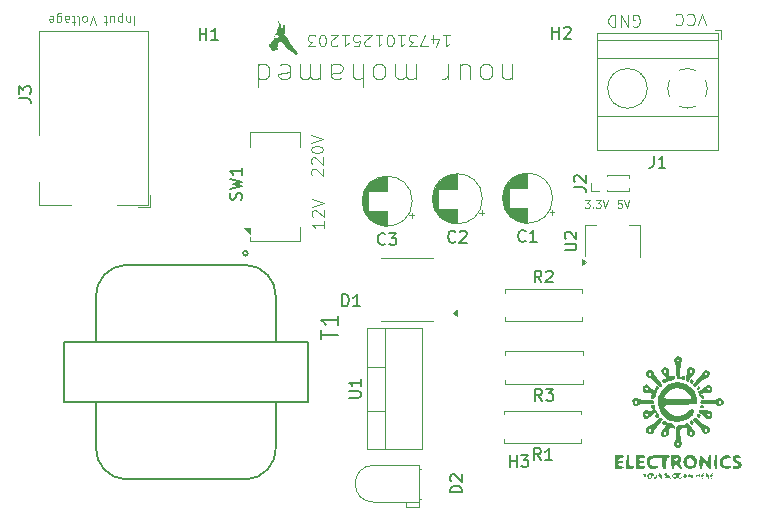
<source format=gbr>
%TF.GenerationSoftware,KiCad,Pcbnew,8.0.7*%
%TF.CreationDate,2025-03-15T06:07:22+02:00*%
%TF.ProjectId,power_supply,706f7765-725f-4737-9570-706c792e6b69,v1.0*%
%TF.SameCoordinates,Original*%
%TF.FileFunction,Legend,Top*%
%TF.FilePolarity,Positive*%
%FSLAX46Y46*%
G04 Gerber Fmt 4.6, Leading zero omitted, Abs format (unit mm)*
G04 Created by KiCad (PCBNEW 8.0.7) date 2025-03-15 06:07:22*
%MOMM*%
%LPD*%
G01*
G04 APERTURE LIST*
%ADD10C,0.100000*%
%ADD11C,0.150000*%
%ADD12C,0.120000*%
%ADD13C,0.127000*%
%ADD14C,0.200000*%
%ADD15C,0.000000*%
G04 APERTURE END LIST*
D10*
X183322306Y-63716361D02*
X183417544Y-63763980D01*
X183417544Y-63763980D02*
X183560401Y-63763980D01*
X183560401Y-63763980D02*
X183703258Y-63716361D01*
X183703258Y-63716361D02*
X183798496Y-63621123D01*
X183798496Y-63621123D02*
X183846115Y-63525885D01*
X183846115Y-63525885D02*
X183893734Y-63335409D01*
X183893734Y-63335409D02*
X183893734Y-63192552D01*
X183893734Y-63192552D02*
X183846115Y-63002076D01*
X183846115Y-63002076D02*
X183798496Y-62906838D01*
X183798496Y-62906838D02*
X183703258Y-62811600D01*
X183703258Y-62811600D02*
X183560401Y-62763980D01*
X183560401Y-62763980D02*
X183465163Y-62763980D01*
X183465163Y-62763980D02*
X183322306Y-62811600D01*
X183322306Y-62811600D02*
X183274687Y-62859219D01*
X183274687Y-62859219D02*
X183274687Y-63192552D01*
X183274687Y-63192552D02*
X183465163Y-63192552D01*
X182846115Y-62763980D02*
X182846115Y-63763980D01*
X182846115Y-63763980D02*
X182274687Y-62763980D01*
X182274687Y-62763980D02*
X182274687Y-63763980D01*
X181798496Y-62763980D02*
X181798496Y-63763980D01*
X181798496Y-63763980D02*
X181560401Y-63763980D01*
X181560401Y-63763980D02*
X181417544Y-63716361D01*
X181417544Y-63716361D02*
X181322306Y-63621123D01*
X181322306Y-63621123D02*
X181274687Y-63525885D01*
X181274687Y-63525885D02*
X181227068Y-63335409D01*
X181227068Y-63335409D02*
X181227068Y-63192552D01*
X181227068Y-63192552D02*
X181274687Y-63002076D01*
X181274687Y-63002076D02*
X181322306Y-62906838D01*
X181322306Y-62906838D02*
X181417544Y-62811600D01*
X181417544Y-62811600D02*
X181560401Y-62763980D01*
X181560401Y-62763980D02*
X181798496Y-62763980D01*
X189475372Y-63662380D02*
X189142039Y-62662380D01*
X189142039Y-62662380D02*
X188808706Y-63662380D01*
X187903944Y-62757619D02*
X187951563Y-62710000D01*
X187951563Y-62710000D02*
X188094420Y-62662380D01*
X188094420Y-62662380D02*
X188189658Y-62662380D01*
X188189658Y-62662380D02*
X188332515Y-62710000D01*
X188332515Y-62710000D02*
X188427753Y-62805238D01*
X188427753Y-62805238D02*
X188475372Y-62900476D01*
X188475372Y-62900476D02*
X188522991Y-63090952D01*
X188522991Y-63090952D02*
X188522991Y-63233809D01*
X188522991Y-63233809D02*
X188475372Y-63424285D01*
X188475372Y-63424285D02*
X188427753Y-63519523D01*
X188427753Y-63519523D02*
X188332515Y-63614761D01*
X188332515Y-63614761D02*
X188189658Y-63662380D01*
X188189658Y-63662380D02*
X188094420Y-63662380D01*
X188094420Y-63662380D02*
X187951563Y-63614761D01*
X187951563Y-63614761D02*
X187903944Y-63567142D01*
X186903944Y-62757619D02*
X186951563Y-62710000D01*
X186951563Y-62710000D02*
X187094420Y-62662380D01*
X187094420Y-62662380D02*
X187189658Y-62662380D01*
X187189658Y-62662380D02*
X187332515Y-62710000D01*
X187332515Y-62710000D02*
X187427753Y-62805238D01*
X187427753Y-62805238D02*
X187475372Y-62900476D01*
X187475372Y-62900476D02*
X187522991Y-63090952D01*
X187522991Y-63090952D02*
X187522991Y-63233809D01*
X187522991Y-63233809D02*
X187475372Y-63424285D01*
X187475372Y-63424285D02*
X187427753Y-63519523D01*
X187427753Y-63519523D02*
X187332515Y-63614761D01*
X187332515Y-63614761D02*
X187189658Y-63662380D01*
X187189658Y-63662380D02*
X187094420Y-63662380D01*
X187094420Y-63662380D02*
X186951563Y-63614761D01*
X186951563Y-63614761D02*
X186903944Y-63567142D01*
X157098419Y-80249106D02*
X157098419Y-80820534D01*
X157098419Y-80534820D02*
X156098419Y-80534820D01*
X156098419Y-80534820D02*
X156241276Y-80630058D01*
X156241276Y-80630058D02*
X156336514Y-80725296D01*
X156336514Y-80725296D02*
X156384133Y-80820534D01*
X156193657Y-79868153D02*
X156146038Y-79820534D01*
X156146038Y-79820534D02*
X156098419Y-79725296D01*
X156098419Y-79725296D02*
X156098419Y-79487201D01*
X156098419Y-79487201D02*
X156146038Y-79391963D01*
X156146038Y-79391963D02*
X156193657Y-79344344D01*
X156193657Y-79344344D02*
X156288895Y-79296725D01*
X156288895Y-79296725D02*
X156384133Y-79296725D01*
X156384133Y-79296725D02*
X156526990Y-79344344D01*
X156526990Y-79344344D02*
X157098419Y-79915772D01*
X157098419Y-79915772D02*
X157098419Y-79296725D01*
X156098419Y-79011010D02*
X157098419Y-78677677D01*
X157098419Y-78677677D02*
X156098419Y-78344344D01*
X141081239Y-62834985D02*
X141081239Y-63584985D01*
X140724096Y-63334985D02*
X140724096Y-62834985D01*
X140724096Y-63263557D02*
X140688382Y-63299271D01*
X140688382Y-63299271D02*
X140616953Y-63334985D01*
X140616953Y-63334985D02*
X140509810Y-63334985D01*
X140509810Y-63334985D02*
X140438382Y-63299271D01*
X140438382Y-63299271D02*
X140402668Y-63227842D01*
X140402668Y-63227842D02*
X140402668Y-62834985D01*
X140045525Y-63334985D02*
X140045525Y-62584985D01*
X140045525Y-63299271D02*
X139974097Y-63334985D01*
X139974097Y-63334985D02*
X139831239Y-63334985D01*
X139831239Y-63334985D02*
X139759811Y-63299271D01*
X139759811Y-63299271D02*
X139724097Y-63263557D01*
X139724097Y-63263557D02*
X139688382Y-63192128D01*
X139688382Y-63192128D02*
X139688382Y-62977842D01*
X139688382Y-62977842D02*
X139724097Y-62906414D01*
X139724097Y-62906414D02*
X139759811Y-62870700D01*
X139759811Y-62870700D02*
X139831239Y-62834985D01*
X139831239Y-62834985D02*
X139974097Y-62834985D01*
X139974097Y-62834985D02*
X140045525Y-62870700D01*
X139045526Y-63334985D02*
X139045526Y-62834985D01*
X139366954Y-63334985D02*
X139366954Y-62942128D01*
X139366954Y-62942128D02*
X139331240Y-62870700D01*
X139331240Y-62870700D02*
X139259811Y-62834985D01*
X139259811Y-62834985D02*
X139152668Y-62834985D01*
X139152668Y-62834985D02*
X139081240Y-62870700D01*
X139081240Y-62870700D02*
X139045526Y-62906414D01*
X138795526Y-63334985D02*
X138509812Y-63334985D01*
X138688383Y-63584985D02*
X138688383Y-62942128D01*
X138688383Y-62942128D02*
X138652669Y-62870700D01*
X138652669Y-62870700D02*
X138581240Y-62834985D01*
X138581240Y-62834985D02*
X138509812Y-62834985D01*
X137795526Y-63584985D02*
X137545526Y-62834985D01*
X137545526Y-62834985D02*
X137295526Y-63584985D01*
X136938383Y-62834985D02*
X137009812Y-62870700D01*
X137009812Y-62870700D02*
X137045526Y-62906414D01*
X137045526Y-62906414D02*
X137081240Y-62977842D01*
X137081240Y-62977842D02*
X137081240Y-63192128D01*
X137081240Y-63192128D02*
X137045526Y-63263557D01*
X137045526Y-63263557D02*
X137009812Y-63299271D01*
X137009812Y-63299271D02*
X136938383Y-63334985D01*
X136938383Y-63334985D02*
X136831240Y-63334985D01*
X136831240Y-63334985D02*
X136759812Y-63299271D01*
X136759812Y-63299271D02*
X136724098Y-63263557D01*
X136724098Y-63263557D02*
X136688383Y-63192128D01*
X136688383Y-63192128D02*
X136688383Y-62977842D01*
X136688383Y-62977842D02*
X136724098Y-62906414D01*
X136724098Y-62906414D02*
X136759812Y-62870700D01*
X136759812Y-62870700D02*
X136831240Y-62834985D01*
X136831240Y-62834985D02*
X136938383Y-62834985D01*
X136259812Y-62834985D02*
X136331241Y-62870700D01*
X136331241Y-62870700D02*
X136366955Y-62942128D01*
X136366955Y-62942128D02*
X136366955Y-63584985D01*
X136081241Y-63334985D02*
X135795527Y-63334985D01*
X135974098Y-63584985D02*
X135974098Y-62942128D01*
X135974098Y-62942128D02*
X135938384Y-62870700D01*
X135938384Y-62870700D02*
X135866955Y-62834985D01*
X135866955Y-62834985D02*
X135795527Y-62834985D01*
X135224099Y-62834985D02*
X135224099Y-63227842D01*
X135224099Y-63227842D02*
X135259813Y-63299271D01*
X135259813Y-63299271D02*
X135331241Y-63334985D01*
X135331241Y-63334985D02*
X135474099Y-63334985D01*
X135474099Y-63334985D02*
X135545527Y-63299271D01*
X135224099Y-62870700D02*
X135295527Y-62834985D01*
X135295527Y-62834985D02*
X135474099Y-62834985D01*
X135474099Y-62834985D02*
X135545527Y-62870700D01*
X135545527Y-62870700D02*
X135581241Y-62942128D01*
X135581241Y-62942128D02*
X135581241Y-63013557D01*
X135581241Y-63013557D02*
X135545527Y-63084985D01*
X135545527Y-63084985D02*
X135474099Y-63120700D01*
X135474099Y-63120700D02*
X135295527Y-63120700D01*
X135295527Y-63120700D02*
X135224099Y-63156414D01*
X134545528Y-63334985D02*
X134545528Y-62727842D01*
X134545528Y-62727842D02*
X134581242Y-62656414D01*
X134581242Y-62656414D02*
X134616956Y-62620700D01*
X134616956Y-62620700D02*
X134688385Y-62584985D01*
X134688385Y-62584985D02*
X134795528Y-62584985D01*
X134795528Y-62584985D02*
X134866956Y-62620700D01*
X134545528Y-62870700D02*
X134616956Y-62834985D01*
X134616956Y-62834985D02*
X134759813Y-62834985D01*
X134759813Y-62834985D02*
X134831242Y-62870700D01*
X134831242Y-62870700D02*
X134866956Y-62906414D01*
X134866956Y-62906414D02*
X134902670Y-62977842D01*
X134902670Y-62977842D02*
X134902670Y-63192128D01*
X134902670Y-63192128D02*
X134866956Y-63263557D01*
X134866956Y-63263557D02*
X134831242Y-63299271D01*
X134831242Y-63299271D02*
X134759813Y-63334985D01*
X134759813Y-63334985D02*
X134616956Y-63334985D01*
X134616956Y-63334985D02*
X134545528Y-63299271D01*
X133902671Y-62870700D02*
X133974099Y-62834985D01*
X133974099Y-62834985D02*
X134116957Y-62834985D01*
X134116957Y-62834985D02*
X134188385Y-62870700D01*
X134188385Y-62870700D02*
X134224099Y-62942128D01*
X134224099Y-62942128D02*
X134224099Y-63227842D01*
X134224099Y-63227842D02*
X134188385Y-63299271D01*
X134188385Y-63299271D02*
X134116957Y-63334985D01*
X134116957Y-63334985D02*
X133974099Y-63334985D01*
X133974099Y-63334985D02*
X133902671Y-63299271D01*
X133902671Y-63299271D02*
X133866957Y-63227842D01*
X133866957Y-63227842D02*
X133866957Y-63156414D01*
X133866957Y-63156414D02*
X134224099Y-63084985D01*
X182343274Y-78462452D02*
X182033750Y-78462452D01*
X182033750Y-78462452D02*
X182002798Y-78771976D01*
X182002798Y-78771976D02*
X182033750Y-78741023D01*
X182033750Y-78741023D02*
X182095655Y-78710071D01*
X182095655Y-78710071D02*
X182250417Y-78710071D01*
X182250417Y-78710071D02*
X182312322Y-78741023D01*
X182312322Y-78741023D02*
X182343274Y-78771976D01*
X182343274Y-78771976D02*
X182374227Y-78833880D01*
X182374227Y-78833880D02*
X182374227Y-78988642D01*
X182374227Y-78988642D02*
X182343274Y-79050547D01*
X182343274Y-79050547D02*
X182312322Y-79081500D01*
X182312322Y-79081500D02*
X182250417Y-79112452D01*
X182250417Y-79112452D02*
X182095655Y-79112452D01*
X182095655Y-79112452D02*
X182033750Y-79081500D01*
X182033750Y-79081500D02*
X182002798Y-79050547D01*
X182559941Y-78462452D02*
X182776608Y-79112452D01*
X182776608Y-79112452D02*
X182993275Y-78462452D01*
X173092420Y-68232895D02*
X173092420Y-66899561D01*
X173092420Y-68042419D02*
X172997182Y-68137657D01*
X172997182Y-68137657D02*
X172806706Y-68232895D01*
X172806706Y-68232895D02*
X172520991Y-68232895D01*
X172520991Y-68232895D02*
X172330515Y-68137657D01*
X172330515Y-68137657D02*
X172235277Y-67947180D01*
X172235277Y-67947180D02*
X172235277Y-66899561D01*
X170997182Y-66899561D02*
X171187658Y-66994800D01*
X171187658Y-66994800D02*
X171282896Y-67090038D01*
X171282896Y-67090038D02*
X171378134Y-67280514D01*
X171378134Y-67280514D02*
X171378134Y-67851942D01*
X171378134Y-67851942D02*
X171282896Y-68042419D01*
X171282896Y-68042419D02*
X171187658Y-68137657D01*
X171187658Y-68137657D02*
X170997182Y-68232895D01*
X170997182Y-68232895D02*
X170711467Y-68232895D01*
X170711467Y-68232895D02*
X170520991Y-68137657D01*
X170520991Y-68137657D02*
X170425753Y-68042419D01*
X170425753Y-68042419D02*
X170330515Y-67851942D01*
X170330515Y-67851942D02*
X170330515Y-67280514D01*
X170330515Y-67280514D02*
X170425753Y-67090038D01*
X170425753Y-67090038D02*
X170520991Y-66994800D01*
X170520991Y-66994800D02*
X170711467Y-66899561D01*
X170711467Y-66899561D02*
X170997182Y-66899561D01*
X168616229Y-68232895D02*
X168616229Y-66899561D01*
X169473372Y-68232895D02*
X169473372Y-67185276D01*
X169473372Y-67185276D02*
X169378134Y-66994800D01*
X169378134Y-66994800D02*
X169187658Y-66899561D01*
X169187658Y-66899561D02*
X168901943Y-66899561D01*
X168901943Y-66899561D02*
X168711467Y-66994800D01*
X168711467Y-66994800D02*
X168616229Y-67090038D01*
X167663848Y-66899561D02*
X167663848Y-68232895D01*
X167663848Y-67851942D02*
X167568610Y-68042419D01*
X167568610Y-68042419D02*
X167473372Y-68137657D01*
X167473372Y-68137657D02*
X167282896Y-68232895D01*
X167282896Y-68232895D02*
X167092419Y-68232895D01*
X164901943Y-66899561D02*
X164901943Y-68232895D01*
X164901943Y-68042419D02*
X164806705Y-68137657D01*
X164806705Y-68137657D02*
X164616229Y-68232895D01*
X164616229Y-68232895D02*
X164330514Y-68232895D01*
X164330514Y-68232895D02*
X164140038Y-68137657D01*
X164140038Y-68137657D02*
X164044800Y-67947180D01*
X164044800Y-67947180D02*
X164044800Y-66899561D01*
X164044800Y-67947180D02*
X163949562Y-68137657D01*
X163949562Y-68137657D02*
X163759086Y-68232895D01*
X163759086Y-68232895D02*
X163473372Y-68232895D01*
X163473372Y-68232895D02*
X163282895Y-68137657D01*
X163282895Y-68137657D02*
X163187657Y-67947180D01*
X163187657Y-67947180D02*
X163187657Y-66899561D01*
X161949562Y-66899561D02*
X162140038Y-66994800D01*
X162140038Y-66994800D02*
X162235276Y-67090038D01*
X162235276Y-67090038D02*
X162330514Y-67280514D01*
X162330514Y-67280514D02*
X162330514Y-67851942D01*
X162330514Y-67851942D02*
X162235276Y-68042419D01*
X162235276Y-68042419D02*
X162140038Y-68137657D01*
X162140038Y-68137657D02*
X161949562Y-68232895D01*
X161949562Y-68232895D02*
X161663847Y-68232895D01*
X161663847Y-68232895D02*
X161473371Y-68137657D01*
X161473371Y-68137657D02*
X161378133Y-68042419D01*
X161378133Y-68042419D02*
X161282895Y-67851942D01*
X161282895Y-67851942D02*
X161282895Y-67280514D01*
X161282895Y-67280514D02*
X161378133Y-67090038D01*
X161378133Y-67090038D02*
X161473371Y-66994800D01*
X161473371Y-66994800D02*
X161663847Y-66899561D01*
X161663847Y-66899561D02*
X161949562Y-66899561D01*
X160425752Y-66899561D02*
X160425752Y-68899561D01*
X159568609Y-66899561D02*
X159568609Y-67947180D01*
X159568609Y-67947180D02*
X159663847Y-68137657D01*
X159663847Y-68137657D02*
X159854323Y-68232895D01*
X159854323Y-68232895D02*
X160140038Y-68232895D01*
X160140038Y-68232895D02*
X160330514Y-68137657D01*
X160330514Y-68137657D02*
X160425752Y-68042419D01*
X157759085Y-66899561D02*
X157759085Y-67947180D01*
X157759085Y-67947180D02*
X157854323Y-68137657D01*
X157854323Y-68137657D02*
X158044799Y-68232895D01*
X158044799Y-68232895D02*
X158425752Y-68232895D01*
X158425752Y-68232895D02*
X158616228Y-68137657D01*
X157759085Y-66994800D02*
X157949561Y-66899561D01*
X157949561Y-66899561D02*
X158425752Y-66899561D01*
X158425752Y-66899561D02*
X158616228Y-66994800D01*
X158616228Y-66994800D02*
X158711466Y-67185276D01*
X158711466Y-67185276D02*
X158711466Y-67375752D01*
X158711466Y-67375752D02*
X158616228Y-67566228D01*
X158616228Y-67566228D02*
X158425752Y-67661466D01*
X158425752Y-67661466D02*
X157949561Y-67661466D01*
X157949561Y-67661466D02*
X157759085Y-67756704D01*
X156806704Y-66899561D02*
X156806704Y-68232895D01*
X156806704Y-68042419D02*
X156711466Y-68137657D01*
X156711466Y-68137657D02*
X156520990Y-68232895D01*
X156520990Y-68232895D02*
X156235275Y-68232895D01*
X156235275Y-68232895D02*
X156044799Y-68137657D01*
X156044799Y-68137657D02*
X155949561Y-67947180D01*
X155949561Y-67947180D02*
X155949561Y-66899561D01*
X155949561Y-67947180D02*
X155854323Y-68137657D01*
X155854323Y-68137657D02*
X155663847Y-68232895D01*
X155663847Y-68232895D02*
X155378133Y-68232895D01*
X155378133Y-68232895D02*
X155187656Y-68137657D01*
X155187656Y-68137657D02*
X155092418Y-67947180D01*
X155092418Y-67947180D02*
X155092418Y-66899561D01*
X153378132Y-66994800D02*
X153568608Y-66899561D01*
X153568608Y-66899561D02*
X153949561Y-66899561D01*
X153949561Y-66899561D02*
X154140037Y-66994800D01*
X154140037Y-66994800D02*
X154235275Y-67185276D01*
X154235275Y-67185276D02*
X154235275Y-67947180D01*
X154235275Y-67947180D02*
X154140037Y-68137657D01*
X154140037Y-68137657D02*
X153949561Y-68232895D01*
X153949561Y-68232895D02*
X153568608Y-68232895D01*
X153568608Y-68232895D02*
X153378132Y-68137657D01*
X153378132Y-68137657D02*
X153282894Y-67947180D01*
X153282894Y-67947180D02*
X153282894Y-67756704D01*
X153282894Y-67756704D02*
X154235275Y-67566228D01*
X151568608Y-66899561D02*
X151568608Y-68899561D01*
X151568608Y-66994800D02*
X151759084Y-66899561D01*
X151759084Y-66899561D02*
X152140037Y-66899561D01*
X152140037Y-66899561D02*
X152330513Y-66994800D01*
X152330513Y-66994800D02*
X152425751Y-67090038D01*
X152425751Y-67090038D02*
X152520989Y-67280514D01*
X152520989Y-67280514D02*
X152520989Y-67851942D01*
X152520989Y-67851942D02*
X152425751Y-68042419D01*
X152425751Y-68042419D02*
X152330513Y-68137657D01*
X152330513Y-68137657D02*
X152140037Y-68232895D01*
X152140037Y-68232895D02*
X151759084Y-68232895D01*
X151759084Y-68232895D02*
X151568608Y-68137657D01*
X167218706Y-64440380D02*
X167790134Y-64440380D01*
X167504420Y-64440380D02*
X167504420Y-65440380D01*
X167504420Y-65440380D02*
X167599658Y-65297523D01*
X167599658Y-65297523D02*
X167694896Y-65202285D01*
X167694896Y-65202285D02*
X167790134Y-65154666D01*
X166361563Y-65107047D02*
X166361563Y-64440380D01*
X166599658Y-65488000D02*
X166837753Y-64773714D01*
X166837753Y-64773714D02*
X166218706Y-64773714D01*
X165932991Y-65440380D02*
X165266325Y-65440380D01*
X165266325Y-65440380D02*
X165694896Y-64440380D01*
X164980610Y-65440380D02*
X164361563Y-65440380D01*
X164361563Y-65440380D02*
X164694896Y-65059428D01*
X164694896Y-65059428D02*
X164552039Y-65059428D01*
X164552039Y-65059428D02*
X164456801Y-65011809D01*
X164456801Y-65011809D02*
X164409182Y-64964190D01*
X164409182Y-64964190D02*
X164361563Y-64868952D01*
X164361563Y-64868952D02*
X164361563Y-64630857D01*
X164361563Y-64630857D02*
X164409182Y-64535619D01*
X164409182Y-64535619D02*
X164456801Y-64488000D01*
X164456801Y-64488000D02*
X164552039Y-64440380D01*
X164552039Y-64440380D02*
X164837753Y-64440380D01*
X164837753Y-64440380D02*
X164932991Y-64488000D01*
X164932991Y-64488000D02*
X164980610Y-64535619D01*
X163409182Y-64440380D02*
X163980610Y-64440380D01*
X163694896Y-64440380D02*
X163694896Y-65440380D01*
X163694896Y-65440380D02*
X163790134Y-65297523D01*
X163790134Y-65297523D02*
X163885372Y-65202285D01*
X163885372Y-65202285D02*
X163980610Y-65154666D01*
X162790134Y-65440380D02*
X162694896Y-65440380D01*
X162694896Y-65440380D02*
X162599658Y-65392761D01*
X162599658Y-65392761D02*
X162552039Y-65345142D01*
X162552039Y-65345142D02*
X162504420Y-65249904D01*
X162504420Y-65249904D02*
X162456801Y-65059428D01*
X162456801Y-65059428D02*
X162456801Y-64821333D01*
X162456801Y-64821333D02*
X162504420Y-64630857D01*
X162504420Y-64630857D02*
X162552039Y-64535619D01*
X162552039Y-64535619D02*
X162599658Y-64488000D01*
X162599658Y-64488000D02*
X162694896Y-64440380D01*
X162694896Y-64440380D02*
X162790134Y-64440380D01*
X162790134Y-64440380D02*
X162885372Y-64488000D01*
X162885372Y-64488000D02*
X162932991Y-64535619D01*
X162932991Y-64535619D02*
X162980610Y-64630857D01*
X162980610Y-64630857D02*
X163028229Y-64821333D01*
X163028229Y-64821333D02*
X163028229Y-65059428D01*
X163028229Y-65059428D02*
X162980610Y-65249904D01*
X162980610Y-65249904D02*
X162932991Y-65345142D01*
X162932991Y-65345142D02*
X162885372Y-65392761D01*
X162885372Y-65392761D02*
X162790134Y-65440380D01*
X161504420Y-64440380D02*
X162075848Y-64440380D01*
X161790134Y-64440380D02*
X161790134Y-65440380D01*
X161790134Y-65440380D02*
X161885372Y-65297523D01*
X161885372Y-65297523D02*
X161980610Y-65202285D01*
X161980610Y-65202285D02*
X162075848Y-65154666D01*
X161123467Y-65345142D02*
X161075848Y-65392761D01*
X161075848Y-65392761D02*
X160980610Y-65440380D01*
X160980610Y-65440380D02*
X160742515Y-65440380D01*
X160742515Y-65440380D02*
X160647277Y-65392761D01*
X160647277Y-65392761D02*
X160599658Y-65345142D01*
X160599658Y-65345142D02*
X160552039Y-65249904D01*
X160552039Y-65249904D02*
X160552039Y-65154666D01*
X160552039Y-65154666D02*
X160599658Y-65011809D01*
X160599658Y-65011809D02*
X161171086Y-64440380D01*
X161171086Y-64440380D02*
X160552039Y-64440380D01*
X159647277Y-65440380D02*
X160123467Y-65440380D01*
X160123467Y-65440380D02*
X160171086Y-64964190D01*
X160171086Y-64964190D02*
X160123467Y-65011809D01*
X160123467Y-65011809D02*
X160028229Y-65059428D01*
X160028229Y-65059428D02*
X159790134Y-65059428D01*
X159790134Y-65059428D02*
X159694896Y-65011809D01*
X159694896Y-65011809D02*
X159647277Y-64964190D01*
X159647277Y-64964190D02*
X159599658Y-64868952D01*
X159599658Y-64868952D02*
X159599658Y-64630857D01*
X159599658Y-64630857D02*
X159647277Y-64535619D01*
X159647277Y-64535619D02*
X159694896Y-64488000D01*
X159694896Y-64488000D02*
X159790134Y-64440380D01*
X159790134Y-64440380D02*
X160028229Y-64440380D01*
X160028229Y-64440380D02*
X160123467Y-64488000D01*
X160123467Y-64488000D02*
X160171086Y-64535619D01*
X158647277Y-64440380D02*
X159218705Y-64440380D01*
X158932991Y-64440380D02*
X158932991Y-65440380D01*
X158932991Y-65440380D02*
X159028229Y-65297523D01*
X159028229Y-65297523D02*
X159123467Y-65202285D01*
X159123467Y-65202285D02*
X159218705Y-65154666D01*
X158266324Y-65345142D02*
X158218705Y-65392761D01*
X158218705Y-65392761D02*
X158123467Y-65440380D01*
X158123467Y-65440380D02*
X157885372Y-65440380D01*
X157885372Y-65440380D02*
X157790134Y-65392761D01*
X157790134Y-65392761D02*
X157742515Y-65345142D01*
X157742515Y-65345142D02*
X157694896Y-65249904D01*
X157694896Y-65249904D02*
X157694896Y-65154666D01*
X157694896Y-65154666D02*
X157742515Y-65011809D01*
X157742515Y-65011809D02*
X158313943Y-64440380D01*
X158313943Y-64440380D02*
X157694896Y-64440380D01*
X157075848Y-65440380D02*
X156980610Y-65440380D01*
X156980610Y-65440380D02*
X156885372Y-65392761D01*
X156885372Y-65392761D02*
X156837753Y-65345142D01*
X156837753Y-65345142D02*
X156790134Y-65249904D01*
X156790134Y-65249904D02*
X156742515Y-65059428D01*
X156742515Y-65059428D02*
X156742515Y-64821333D01*
X156742515Y-64821333D02*
X156790134Y-64630857D01*
X156790134Y-64630857D02*
X156837753Y-64535619D01*
X156837753Y-64535619D02*
X156885372Y-64488000D01*
X156885372Y-64488000D02*
X156980610Y-64440380D01*
X156980610Y-64440380D02*
X157075848Y-64440380D01*
X157075848Y-64440380D02*
X157171086Y-64488000D01*
X157171086Y-64488000D02*
X157218705Y-64535619D01*
X157218705Y-64535619D02*
X157266324Y-64630857D01*
X157266324Y-64630857D02*
X157313943Y-64821333D01*
X157313943Y-64821333D02*
X157313943Y-65059428D01*
X157313943Y-65059428D02*
X157266324Y-65249904D01*
X157266324Y-65249904D02*
X157218705Y-65345142D01*
X157218705Y-65345142D02*
X157171086Y-65392761D01*
X157171086Y-65392761D02*
X157075848Y-65440380D01*
X156409181Y-65440380D02*
X155790134Y-65440380D01*
X155790134Y-65440380D02*
X156123467Y-65059428D01*
X156123467Y-65059428D02*
X155980610Y-65059428D01*
X155980610Y-65059428D02*
X155885372Y-65011809D01*
X155885372Y-65011809D02*
X155837753Y-64964190D01*
X155837753Y-64964190D02*
X155790134Y-64868952D01*
X155790134Y-64868952D02*
X155790134Y-64630857D01*
X155790134Y-64630857D02*
X155837753Y-64535619D01*
X155837753Y-64535619D02*
X155885372Y-64488000D01*
X155885372Y-64488000D02*
X155980610Y-64440380D01*
X155980610Y-64440380D02*
X156266324Y-64440380D01*
X156266324Y-64440380D02*
X156361562Y-64488000D01*
X156361562Y-64488000D02*
X156409181Y-64535619D01*
X179228646Y-78462452D02*
X179631027Y-78462452D01*
X179631027Y-78462452D02*
X179414360Y-78710071D01*
X179414360Y-78710071D02*
X179507217Y-78710071D01*
X179507217Y-78710071D02*
X179569122Y-78741023D01*
X179569122Y-78741023D02*
X179600074Y-78771976D01*
X179600074Y-78771976D02*
X179631027Y-78833880D01*
X179631027Y-78833880D02*
X179631027Y-78988642D01*
X179631027Y-78988642D02*
X179600074Y-79050547D01*
X179600074Y-79050547D02*
X179569122Y-79081500D01*
X179569122Y-79081500D02*
X179507217Y-79112452D01*
X179507217Y-79112452D02*
X179321503Y-79112452D01*
X179321503Y-79112452D02*
X179259598Y-79081500D01*
X179259598Y-79081500D02*
X179228646Y-79050547D01*
X179909598Y-79050547D02*
X179940551Y-79081500D01*
X179940551Y-79081500D02*
X179909598Y-79112452D01*
X179909598Y-79112452D02*
X179878646Y-79081500D01*
X179878646Y-79081500D02*
X179909598Y-79050547D01*
X179909598Y-79050547D02*
X179909598Y-79112452D01*
X180157218Y-78462452D02*
X180559599Y-78462452D01*
X180559599Y-78462452D02*
X180342932Y-78710071D01*
X180342932Y-78710071D02*
X180435789Y-78710071D01*
X180435789Y-78710071D02*
X180497694Y-78741023D01*
X180497694Y-78741023D02*
X180528646Y-78771976D01*
X180528646Y-78771976D02*
X180559599Y-78833880D01*
X180559599Y-78833880D02*
X180559599Y-78988642D01*
X180559599Y-78988642D02*
X180528646Y-79050547D01*
X180528646Y-79050547D02*
X180497694Y-79081500D01*
X180497694Y-79081500D02*
X180435789Y-79112452D01*
X180435789Y-79112452D02*
X180250075Y-79112452D01*
X180250075Y-79112452D02*
X180188170Y-79081500D01*
X180188170Y-79081500D02*
X180157218Y-79050547D01*
X180745313Y-78462452D02*
X180961980Y-79112452D01*
X180961980Y-79112452D02*
X181178647Y-78462452D01*
X156142857Y-76350134D02*
X156095238Y-76302515D01*
X156095238Y-76302515D02*
X156047619Y-76207277D01*
X156047619Y-76207277D02*
X156047619Y-75969182D01*
X156047619Y-75969182D02*
X156095238Y-75873944D01*
X156095238Y-75873944D02*
X156142857Y-75826325D01*
X156142857Y-75826325D02*
X156238095Y-75778706D01*
X156238095Y-75778706D02*
X156333333Y-75778706D01*
X156333333Y-75778706D02*
X156476190Y-75826325D01*
X156476190Y-75826325D02*
X157047619Y-76397753D01*
X157047619Y-76397753D02*
X157047619Y-75778706D01*
X156142857Y-75397753D02*
X156095238Y-75350134D01*
X156095238Y-75350134D02*
X156047619Y-75254896D01*
X156047619Y-75254896D02*
X156047619Y-75016801D01*
X156047619Y-75016801D02*
X156095238Y-74921563D01*
X156095238Y-74921563D02*
X156142857Y-74873944D01*
X156142857Y-74873944D02*
X156238095Y-74826325D01*
X156238095Y-74826325D02*
X156333333Y-74826325D01*
X156333333Y-74826325D02*
X156476190Y-74873944D01*
X156476190Y-74873944D02*
X157047619Y-75445372D01*
X157047619Y-75445372D02*
X157047619Y-74826325D01*
X156047619Y-74207277D02*
X156047619Y-74112039D01*
X156047619Y-74112039D02*
X156095238Y-74016801D01*
X156095238Y-74016801D02*
X156142857Y-73969182D01*
X156142857Y-73969182D02*
X156238095Y-73921563D01*
X156238095Y-73921563D02*
X156428571Y-73873944D01*
X156428571Y-73873944D02*
X156666666Y-73873944D01*
X156666666Y-73873944D02*
X156857142Y-73921563D01*
X156857142Y-73921563D02*
X156952380Y-73969182D01*
X156952380Y-73969182D02*
X157000000Y-74016801D01*
X157000000Y-74016801D02*
X157047619Y-74112039D01*
X157047619Y-74112039D02*
X157047619Y-74207277D01*
X157047619Y-74207277D02*
X157000000Y-74302515D01*
X157000000Y-74302515D02*
X156952380Y-74350134D01*
X156952380Y-74350134D02*
X156857142Y-74397753D01*
X156857142Y-74397753D02*
X156666666Y-74445372D01*
X156666666Y-74445372D02*
X156428571Y-74445372D01*
X156428571Y-74445372D02*
X156238095Y-74397753D01*
X156238095Y-74397753D02*
X156142857Y-74350134D01*
X156142857Y-74350134D02*
X156095238Y-74302515D01*
X156095238Y-74302515D02*
X156047619Y-74207277D01*
X156047619Y-73588229D02*
X157047619Y-73254896D01*
X157047619Y-73254896D02*
X156047619Y-72921563D01*
D11*
X158672305Y-87424419D02*
X158672305Y-86424419D01*
X158672305Y-86424419D02*
X158910400Y-86424419D01*
X158910400Y-86424419D02*
X159053257Y-86472038D01*
X159053257Y-86472038D02*
X159148495Y-86567276D01*
X159148495Y-86567276D02*
X159196114Y-86662514D01*
X159196114Y-86662514D02*
X159243733Y-86852990D01*
X159243733Y-86852990D02*
X159243733Y-86995847D01*
X159243733Y-86995847D02*
X159196114Y-87186323D01*
X159196114Y-87186323D02*
X159148495Y-87281561D01*
X159148495Y-87281561D02*
X159053257Y-87376800D01*
X159053257Y-87376800D02*
X158910400Y-87424419D01*
X158910400Y-87424419D02*
X158672305Y-87424419D01*
X160196114Y-87424419D02*
X159624686Y-87424419D01*
X159910400Y-87424419D02*
X159910400Y-86424419D01*
X159910400Y-86424419D02*
X159815162Y-86567276D01*
X159815162Y-86567276D02*
X159719924Y-86662514D01*
X159719924Y-86662514D02*
X159624686Y-86710133D01*
X168258733Y-81943180D02*
X168211114Y-81990800D01*
X168211114Y-81990800D02*
X168068257Y-82038419D01*
X168068257Y-82038419D02*
X167973019Y-82038419D01*
X167973019Y-82038419D02*
X167830162Y-81990800D01*
X167830162Y-81990800D02*
X167734924Y-81895561D01*
X167734924Y-81895561D02*
X167687305Y-81800323D01*
X167687305Y-81800323D02*
X167639686Y-81609847D01*
X167639686Y-81609847D02*
X167639686Y-81466990D01*
X167639686Y-81466990D02*
X167687305Y-81276514D01*
X167687305Y-81276514D02*
X167734924Y-81181276D01*
X167734924Y-81181276D02*
X167830162Y-81086038D01*
X167830162Y-81086038D02*
X167973019Y-81038419D01*
X167973019Y-81038419D02*
X168068257Y-81038419D01*
X168068257Y-81038419D02*
X168211114Y-81086038D01*
X168211114Y-81086038D02*
X168258733Y-81133657D01*
X168639686Y-81133657D02*
X168687305Y-81086038D01*
X168687305Y-81086038D02*
X168782543Y-81038419D01*
X168782543Y-81038419D02*
X169020638Y-81038419D01*
X169020638Y-81038419D02*
X169115876Y-81086038D01*
X169115876Y-81086038D02*
X169163495Y-81133657D01*
X169163495Y-81133657D02*
X169211114Y-81228895D01*
X169211114Y-81228895D02*
X169211114Y-81324133D01*
X169211114Y-81324133D02*
X169163495Y-81466990D01*
X169163495Y-81466990D02*
X168592067Y-82038419D01*
X168592067Y-82038419D02*
X169211114Y-82038419D01*
X175550533Y-85410019D02*
X175217200Y-84933828D01*
X174979105Y-85410019D02*
X174979105Y-84410019D01*
X174979105Y-84410019D02*
X175360057Y-84410019D01*
X175360057Y-84410019D02*
X175455295Y-84457638D01*
X175455295Y-84457638D02*
X175502914Y-84505257D01*
X175502914Y-84505257D02*
X175550533Y-84600495D01*
X175550533Y-84600495D02*
X175550533Y-84743352D01*
X175550533Y-84743352D02*
X175502914Y-84838590D01*
X175502914Y-84838590D02*
X175455295Y-84886209D01*
X175455295Y-84886209D02*
X175360057Y-84933828D01*
X175360057Y-84933828D02*
X174979105Y-84933828D01*
X175931486Y-84505257D02*
X175979105Y-84457638D01*
X175979105Y-84457638D02*
X176074343Y-84410019D01*
X176074343Y-84410019D02*
X176312438Y-84410019D01*
X176312438Y-84410019D02*
X176407676Y-84457638D01*
X176407676Y-84457638D02*
X176455295Y-84505257D01*
X176455295Y-84505257D02*
X176502914Y-84600495D01*
X176502914Y-84600495D02*
X176502914Y-84695733D01*
X176502914Y-84695733D02*
X176455295Y-84838590D01*
X176455295Y-84838590D02*
X175883867Y-85410019D01*
X175883867Y-85410019D02*
X176502914Y-85410019D01*
X178285619Y-77346133D02*
X178999904Y-77346133D01*
X178999904Y-77346133D02*
X179142761Y-77393752D01*
X179142761Y-77393752D02*
X179238000Y-77488990D01*
X179238000Y-77488990D02*
X179285619Y-77631847D01*
X179285619Y-77631847D02*
X179285619Y-77727085D01*
X178380857Y-76917561D02*
X178333238Y-76869942D01*
X178333238Y-76869942D02*
X178285619Y-76774704D01*
X178285619Y-76774704D02*
X178285619Y-76536609D01*
X178285619Y-76536609D02*
X178333238Y-76441371D01*
X178333238Y-76441371D02*
X178380857Y-76393752D01*
X178380857Y-76393752D02*
X178476095Y-76346133D01*
X178476095Y-76346133D02*
X178571333Y-76346133D01*
X178571333Y-76346133D02*
X178714190Y-76393752D01*
X178714190Y-76393752D02*
X179285619Y-76965180D01*
X179285619Y-76965180D02*
X179285619Y-76346133D01*
X177514019Y-82702304D02*
X178323542Y-82702304D01*
X178323542Y-82702304D02*
X178418780Y-82654685D01*
X178418780Y-82654685D02*
X178466400Y-82607066D01*
X178466400Y-82607066D02*
X178514019Y-82511828D01*
X178514019Y-82511828D02*
X178514019Y-82321352D01*
X178514019Y-82321352D02*
X178466400Y-82226114D01*
X178466400Y-82226114D02*
X178418780Y-82178495D01*
X178418780Y-82178495D02*
X178323542Y-82130876D01*
X178323542Y-82130876D02*
X177514019Y-82130876D01*
X177609257Y-81702304D02*
X177561638Y-81654685D01*
X177561638Y-81654685D02*
X177514019Y-81559447D01*
X177514019Y-81559447D02*
X177514019Y-81321352D01*
X177514019Y-81321352D02*
X177561638Y-81226114D01*
X177561638Y-81226114D02*
X177609257Y-81178495D01*
X177609257Y-81178495D02*
X177704495Y-81130876D01*
X177704495Y-81130876D02*
X177799733Y-81130876D01*
X177799733Y-81130876D02*
X177942590Y-81178495D01*
X177942590Y-81178495D02*
X178514019Y-81749923D01*
X178514019Y-81749923D02*
X178514019Y-81130876D01*
X174202333Y-81892380D02*
X174154714Y-81940000D01*
X174154714Y-81940000D02*
X174011857Y-81987619D01*
X174011857Y-81987619D02*
X173916619Y-81987619D01*
X173916619Y-81987619D02*
X173773762Y-81940000D01*
X173773762Y-81940000D02*
X173678524Y-81844761D01*
X173678524Y-81844761D02*
X173630905Y-81749523D01*
X173630905Y-81749523D02*
X173583286Y-81559047D01*
X173583286Y-81559047D02*
X173583286Y-81416190D01*
X173583286Y-81416190D02*
X173630905Y-81225714D01*
X173630905Y-81225714D02*
X173678524Y-81130476D01*
X173678524Y-81130476D02*
X173773762Y-81035238D01*
X173773762Y-81035238D02*
X173916619Y-80987619D01*
X173916619Y-80987619D02*
X174011857Y-80987619D01*
X174011857Y-80987619D02*
X174154714Y-81035238D01*
X174154714Y-81035238D02*
X174202333Y-81082857D01*
X175154714Y-81987619D02*
X174583286Y-81987619D01*
X174869000Y-81987619D02*
X174869000Y-80987619D01*
X174869000Y-80987619D02*
X174773762Y-81130476D01*
X174773762Y-81130476D02*
X174678524Y-81225714D01*
X174678524Y-81225714D02*
X174583286Y-81273333D01*
X172872495Y-101038819D02*
X172872495Y-100038819D01*
X172872495Y-100515009D02*
X173443923Y-100515009D01*
X173443923Y-101038819D02*
X173443923Y-100038819D01*
X173824876Y-100038819D02*
X174443923Y-100038819D01*
X174443923Y-100038819D02*
X174110590Y-100419771D01*
X174110590Y-100419771D02*
X174253447Y-100419771D01*
X174253447Y-100419771D02*
X174348685Y-100467390D01*
X174348685Y-100467390D02*
X174396304Y-100515009D01*
X174396304Y-100515009D02*
X174443923Y-100610247D01*
X174443923Y-100610247D02*
X174443923Y-100848342D01*
X174443923Y-100848342D02*
X174396304Y-100943580D01*
X174396304Y-100943580D02*
X174348685Y-100991200D01*
X174348685Y-100991200D02*
X174253447Y-101038819D01*
X174253447Y-101038819D02*
X173967733Y-101038819D01*
X173967733Y-101038819D02*
X173872495Y-100991200D01*
X173872495Y-100991200D02*
X173824876Y-100943580D01*
X131314319Y-69816133D02*
X132028604Y-69816133D01*
X132028604Y-69816133D02*
X132171461Y-69863752D01*
X132171461Y-69863752D02*
X132266700Y-69958990D01*
X132266700Y-69958990D02*
X132314319Y-70101847D01*
X132314319Y-70101847D02*
X132314319Y-70197085D01*
X131314319Y-69435180D02*
X131314319Y-68816133D01*
X131314319Y-68816133D02*
X131695271Y-69149466D01*
X131695271Y-69149466D02*
X131695271Y-69006609D01*
X131695271Y-69006609D02*
X131742890Y-68911371D01*
X131742890Y-68911371D02*
X131790509Y-68863752D01*
X131790509Y-68863752D02*
X131885747Y-68816133D01*
X131885747Y-68816133D02*
X132123842Y-68816133D01*
X132123842Y-68816133D02*
X132219080Y-68863752D01*
X132219080Y-68863752D02*
X132266700Y-68911371D01*
X132266700Y-68911371D02*
X132314319Y-69006609D01*
X132314319Y-69006609D02*
X132314319Y-69292323D01*
X132314319Y-69292323D02*
X132266700Y-69387561D01*
X132266700Y-69387561D02*
X132219080Y-69435180D01*
X159248619Y-95199104D02*
X160058142Y-95199104D01*
X160058142Y-95199104D02*
X160153380Y-95151485D01*
X160153380Y-95151485D02*
X160201000Y-95103866D01*
X160201000Y-95103866D02*
X160248619Y-95008628D01*
X160248619Y-95008628D02*
X160248619Y-94818152D01*
X160248619Y-94818152D02*
X160201000Y-94722914D01*
X160201000Y-94722914D02*
X160153380Y-94675295D01*
X160153380Y-94675295D02*
X160058142Y-94627676D01*
X160058142Y-94627676D02*
X159248619Y-94627676D01*
X160248619Y-93627676D02*
X160248619Y-94199104D01*
X160248619Y-93913390D02*
X159248619Y-93913390D01*
X159248619Y-93913390D02*
X159391476Y-94008628D01*
X159391476Y-94008628D02*
X159486714Y-94103866D01*
X159486714Y-94103866D02*
X159534333Y-94199104D01*
X156925941Y-90236418D02*
X156925941Y-89436274D01*
X158326193Y-89836346D02*
X156925941Y-89836346D01*
X158326193Y-88236058D02*
X158326193Y-89036202D01*
X158326193Y-88636130D02*
X156925941Y-88636130D01*
X156925941Y-88636130D02*
X157125977Y-88769487D01*
X157125977Y-88769487D02*
X157259335Y-88902845D01*
X157259335Y-88902845D02*
X157326013Y-89036202D01*
X168825819Y-103201694D02*
X167825819Y-103201694D01*
X167825819Y-103201694D02*
X167825819Y-102963599D01*
X167825819Y-102963599D02*
X167873438Y-102820742D01*
X167873438Y-102820742D02*
X167968676Y-102725504D01*
X167968676Y-102725504D02*
X168063914Y-102677885D01*
X168063914Y-102677885D02*
X168254390Y-102630266D01*
X168254390Y-102630266D02*
X168397247Y-102630266D01*
X168397247Y-102630266D02*
X168587723Y-102677885D01*
X168587723Y-102677885D02*
X168682961Y-102725504D01*
X168682961Y-102725504D02*
X168778200Y-102820742D01*
X168778200Y-102820742D02*
X168825819Y-102963599D01*
X168825819Y-102963599D02*
X168825819Y-103201694D01*
X167921057Y-102249313D02*
X167873438Y-102201694D01*
X167873438Y-102201694D02*
X167825819Y-102106456D01*
X167825819Y-102106456D02*
X167825819Y-101868361D01*
X167825819Y-101868361D02*
X167873438Y-101773123D01*
X167873438Y-101773123D02*
X167921057Y-101725504D01*
X167921057Y-101725504D02*
X168016295Y-101677885D01*
X168016295Y-101677885D02*
X168111533Y-101677885D01*
X168111533Y-101677885D02*
X168254390Y-101725504D01*
X168254390Y-101725504D02*
X168825819Y-102296932D01*
X168825819Y-102296932D02*
X168825819Y-101677885D01*
X175499733Y-100462419D02*
X175166400Y-99986228D01*
X174928305Y-100462419D02*
X174928305Y-99462419D01*
X174928305Y-99462419D02*
X175309257Y-99462419D01*
X175309257Y-99462419D02*
X175404495Y-99510038D01*
X175404495Y-99510038D02*
X175452114Y-99557657D01*
X175452114Y-99557657D02*
X175499733Y-99652895D01*
X175499733Y-99652895D02*
X175499733Y-99795752D01*
X175499733Y-99795752D02*
X175452114Y-99890990D01*
X175452114Y-99890990D02*
X175404495Y-99938609D01*
X175404495Y-99938609D02*
X175309257Y-99986228D01*
X175309257Y-99986228D02*
X174928305Y-99986228D01*
X176452114Y-100462419D02*
X175880686Y-100462419D01*
X176166400Y-100462419D02*
X176166400Y-99462419D01*
X176166400Y-99462419D02*
X176071162Y-99605276D01*
X176071162Y-99605276D02*
X175975924Y-99700514D01*
X175975924Y-99700514D02*
X175880686Y-99748133D01*
X150123500Y-78400932D02*
X150171119Y-78258075D01*
X150171119Y-78258075D02*
X150171119Y-78019980D01*
X150171119Y-78019980D02*
X150123500Y-77924742D01*
X150123500Y-77924742D02*
X150075880Y-77877123D01*
X150075880Y-77877123D02*
X149980642Y-77829504D01*
X149980642Y-77829504D02*
X149885404Y-77829504D01*
X149885404Y-77829504D02*
X149790166Y-77877123D01*
X149790166Y-77877123D02*
X149742547Y-77924742D01*
X149742547Y-77924742D02*
X149694928Y-78019980D01*
X149694928Y-78019980D02*
X149647309Y-78210456D01*
X149647309Y-78210456D02*
X149599690Y-78305694D01*
X149599690Y-78305694D02*
X149552071Y-78353313D01*
X149552071Y-78353313D02*
X149456833Y-78400932D01*
X149456833Y-78400932D02*
X149361595Y-78400932D01*
X149361595Y-78400932D02*
X149266357Y-78353313D01*
X149266357Y-78353313D02*
X149218738Y-78305694D01*
X149218738Y-78305694D02*
X149171119Y-78210456D01*
X149171119Y-78210456D02*
X149171119Y-77972361D01*
X149171119Y-77972361D02*
X149218738Y-77829504D01*
X149171119Y-77496170D02*
X150171119Y-77258075D01*
X150171119Y-77258075D02*
X149456833Y-77067599D01*
X149456833Y-77067599D02*
X150171119Y-76877123D01*
X150171119Y-76877123D02*
X149171119Y-76639028D01*
X150171119Y-75734266D02*
X150171119Y-76305694D01*
X150171119Y-76019980D02*
X149171119Y-76019980D01*
X149171119Y-76019980D02*
X149313976Y-76115218D01*
X149313976Y-76115218D02*
X149409214Y-76210456D01*
X149409214Y-76210456D02*
X149456833Y-76305694D01*
X175601333Y-95433219D02*
X175268000Y-94957028D01*
X175029905Y-95433219D02*
X175029905Y-94433219D01*
X175029905Y-94433219D02*
X175410857Y-94433219D01*
X175410857Y-94433219D02*
X175506095Y-94480838D01*
X175506095Y-94480838D02*
X175553714Y-94528457D01*
X175553714Y-94528457D02*
X175601333Y-94623695D01*
X175601333Y-94623695D02*
X175601333Y-94766552D01*
X175601333Y-94766552D02*
X175553714Y-94861790D01*
X175553714Y-94861790D02*
X175506095Y-94909409D01*
X175506095Y-94909409D02*
X175410857Y-94957028D01*
X175410857Y-94957028D02*
X175029905Y-94957028D01*
X175934667Y-94433219D02*
X176553714Y-94433219D01*
X176553714Y-94433219D02*
X176220381Y-94814171D01*
X176220381Y-94814171D02*
X176363238Y-94814171D01*
X176363238Y-94814171D02*
X176458476Y-94861790D01*
X176458476Y-94861790D02*
X176506095Y-94909409D01*
X176506095Y-94909409D02*
X176553714Y-95004647D01*
X176553714Y-95004647D02*
X176553714Y-95242742D01*
X176553714Y-95242742D02*
X176506095Y-95337980D01*
X176506095Y-95337980D02*
X176458476Y-95385600D01*
X176458476Y-95385600D02*
X176363238Y-95433219D01*
X176363238Y-95433219D02*
X176077524Y-95433219D01*
X176077524Y-95433219D02*
X175982286Y-95385600D01*
X175982286Y-95385600D02*
X175934667Y-95337980D01*
X185040866Y-74701019D02*
X185040866Y-75415304D01*
X185040866Y-75415304D02*
X184993247Y-75558161D01*
X184993247Y-75558161D02*
X184898009Y-75653400D01*
X184898009Y-75653400D02*
X184755152Y-75701019D01*
X184755152Y-75701019D02*
X184659914Y-75701019D01*
X186040866Y-75701019D02*
X185469438Y-75701019D01*
X185755152Y-75701019D02*
X185755152Y-74701019D01*
X185755152Y-74701019D02*
X185659914Y-74843876D01*
X185659914Y-74843876D02*
X185564676Y-74939114D01*
X185564676Y-74939114D02*
X185469438Y-74986733D01*
X176479295Y-64767619D02*
X176479295Y-63767619D01*
X176479295Y-64243809D02*
X177050723Y-64243809D01*
X177050723Y-64767619D02*
X177050723Y-63767619D01*
X177479295Y-63862857D02*
X177526914Y-63815238D01*
X177526914Y-63815238D02*
X177622152Y-63767619D01*
X177622152Y-63767619D02*
X177860247Y-63767619D01*
X177860247Y-63767619D02*
X177955485Y-63815238D01*
X177955485Y-63815238D02*
X178003104Y-63862857D01*
X178003104Y-63862857D02*
X178050723Y-63958095D01*
X178050723Y-63958095D02*
X178050723Y-64053333D01*
X178050723Y-64053333D02*
X178003104Y-64196190D01*
X178003104Y-64196190D02*
X177431676Y-64767619D01*
X177431676Y-64767619D02*
X178050723Y-64767619D01*
X162315133Y-82146380D02*
X162267514Y-82194000D01*
X162267514Y-82194000D02*
X162124657Y-82241619D01*
X162124657Y-82241619D02*
X162029419Y-82241619D01*
X162029419Y-82241619D02*
X161886562Y-82194000D01*
X161886562Y-82194000D02*
X161791324Y-82098761D01*
X161791324Y-82098761D02*
X161743705Y-82003523D01*
X161743705Y-82003523D02*
X161696086Y-81813047D01*
X161696086Y-81813047D02*
X161696086Y-81670190D01*
X161696086Y-81670190D02*
X161743705Y-81479714D01*
X161743705Y-81479714D02*
X161791324Y-81384476D01*
X161791324Y-81384476D02*
X161886562Y-81289238D01*
X161886562Y-81289238D02*
X162029419Y-81241619D01*
X162029419Y-81241619D02*
X162124657Y-81241619D01*
X162124657Y-81241619D02*
X162267514Y-81289238D01*
X162267514Y-81289238D02*
X162315133Y-81336857D01*
X162648467Y-81241619D02*
X163267514Y-81241619D01*
X163267514Y-81241619D02*
X162934181Y-81622571D01*
X162934181Y-81622571D02*
X163077038Y-81622571D01*
X163077038Y-81622571D02*
X163172276Y-81670190D01*
X163172276Y-81670190D02*
X163219895Y-81717809D01*
X163219895Y-81717809D02*
X163267514Y-81813047D01*
X163267514Y-81813047D02*
X163267514Y-82051142D01*
X163267514Y-82051142D02*
X163219895Y-82146380D01*
X163219895Y-82146380D02*
X163172276Y-82194000D01*
X163172276Y-82194000D02*
X163077038Y-82241619D01*
X163077038Y-82241619D02*
X162791324Y-82241619D01*
X162791324Y-82241619D02*
X162696086Y-82194000D01*
X162696086Y-82194000D02*
X162648467Y-82146380D01*
X146608895Y-64869219D02*
X146608895Y-63869219D01*
X146608895Y-64345409D02*
X147180323Y-64345409D01*
X147180323Y-64869219D02*
X147180323Y-63869219D01*
X148180323Y-64869219D02*
X147608895Y-64869219D01*
X147894609Y-64869219D02*
X147894609Y-63869219D01*
X147894609Y-63869219D02*
X147799371Y-64012076D01*
X147799371Y-64012076D02*
X147704133Y-64107314D01*
X147704133Y-64107314D02*
X147608895Y-64154933D01*
D12*
%TO.C,D1*%
X164134800Y-83344400D02*
X161934800Y-83344400D01*
X164134800Y-83344400D02*
X166334800Y-83344400D01*
X164134800Y-88664400D02*
X161934800Y-88664400D01*
X164134800Y-88664400D02*
X166334800Y-88664400D01*
X168424800Y-88244400D02*
X168094800Y-88004400D01*
X168424800Y-87764400D01*
X168424800Y-88244400D01*
G36*
X168424800Y-88244400D02*
G01*
X168094800Y-88004400D01*
X168424800Y-87764400D01*
X168424800Y-88244400D01*
G37*
%TO.C,C2*%
X166344400Y-78703600D02*
X166344400Y-77963600D01*
X166384400Y-78870600D02*
X166384400Y-77796600D01*
X166424400Y-78997600D02*
X166424400Y-77669600D01*
X166464400Y-79101600D02*
X166464400Y-77565600D01*
X166504400Y-79192600D02*
X166504400Y-77474600D01*
X166544400Y-79273600D02*
X166544400Y-77393600D01*
X166584400Y-79346600D02*
X166584400Y-77320600D01*
X166624400Y-79413600D02*
X166624400Y-77253600D01*
X166664400Y-79475600D02*
X166664400Y-77191600D01*
X166704400Y-79533600D02*
X166704400Y-77133600D01*
X166744400Y-79587600D02*
X166744400Y-77079600D01*
X166784400Y-79637600D02*
X166784400Y-77029600D01*
X166824400Y-79684600D02*
X166824400Y-76982600D01*
X166864400Y-77493600D02*
X166864400Y-76937600D01*
X166864400Y-79729600D02*
X166864400Y-79173600D01*
X166904400Y-77493600D02*
X166904400Y-76895600D01*
X166904400Y-79771600D02*
X166904400Y-79173600D01*
X166944400Y-77493600D02*
X166944400Y-76855600D01*
X166944400Y-79811600D02*
X166944400Y-79173600D01*
X166984400Y-77493600D02*
X166984400Y-76817600D01*
X166984400Y-79849600D02*
X166984400Y-79173600D01*
X167024400Y-77493600D02*
X167024400Y-76781600D01*
X167024400Y-79885600D02*
X167024400Y-79173600D01*
X167064400Y-77493600D02*
X167064400Y-76746600D01*
X167064400Y-79920600D02*
X167064400Y-79173600D01*
X167104400Y-77493600D02*
X167104400Y-76714600D01*
X167104400Y-79952600D02*
X167104400Y-79173600D01*
X167144400Y-77493600D02*
X167144400Y-76683600D01*
X167144400Y-79983600D02*
X167144400Y-79173600D01*
X167184400Y-77493600D02*
X167184400Y-76653600D01*
X167184400Y-80013600D02*
X167184400Y-79173600D01*
X167224400Y-77493600D02*
X167224400Y-76625600D01*
X167224400Y-80041600D02*
X167224400Y-79173600D01*
X167264400Y-77493600D02*
X167264400Y-76598600D01*
X167264400Y-80068600D02*
X167264400Y-79173600D01*
X167304400Y-77493600D02*
X167304400Y-76573600D01*
X167304400Y-80093600D02*
X167304400Y-79173600D01*
X167344400Y-77493600D02*
X167344400Y-76548600D01*
X167344400Y-80118600D02*
X167344400Y-79173600D01*
X167384400Y-77493600D02*
X167384400Y-76525600D01*
X167384400Y-80141600D02*
X167384400Y-79173600D01*
X167424400Y-77493600D02*
X167424400Y-76503600D01*
X167424400Y-80163600D02*
X167424400Y-79173600D01*
X167464400Y-77493600D02*
X167464400Y-76482600D01*
X167464400Y-80184600D02*
X167464400Y-79173600D01*
X167504400Y-77493600D02*
X167504400Y-76463600D01*
X167504400Y-80203600D02*
X167504400Y-79173600D01*
X167544400Y-77493600D02*
X167544400Y-76444600D01*
X167544400Y-80222600D02*
X167544400Y-79173600D01*
X167584400Y-77493600D02*
X167584400Y-76426600D01*
X167584400Y-80240600D02*
X167584400Y-79173600D01*
X167624400Y-77493600D02*
X167624400Y-76409600D01*
X167624400Y-80257600D02*
X167624400Y-79173600D01*
X167664400Y-77493600D02*
X167664400Y-76393600D01*
X167664400Y-80273600D02*
X167664400Y-79173600D01*
X167704400Y-77493600D02*
X167704400Y-76379600D01*
X167704400Y-80287600D02*
X167704400Y-79173600D01*
X167745400Y-77493600D02*
X167745400Y-76365600D01*
X167745400Y-80301600D02*
X167745400Y-79173600D01*
X167785400Y-77493600D02*
X167785400Y-76351600D01*
X167785400Y-80315600D02*
X167785400Y-79173600D01*
X167825400Y-77493600D02*
X167825400Y-76339600D01*
X167825400Y-80327600D02*
X167825400Y-79173600D01*
X167865400Y-77493600D02*
X167865400Y-76328600D01*
X167865400Y-80338600D02*
X167865400Y-79173600D01*
X167905400Y-77493600D02*
X167905400Y-76317600D01*
X167905400Y-80349600D02*
X167905400Y-79173600D01*
X167945400Y-77493600D02*
X167945400Y-76308600D01*
X167945400Y-80358600D02*
X167945400Y-79173600D01*
X167985400Y-77493600D02*
X167985400Y-76299600D01*
X167985400Y-80367600D02*
X167985400Y-79173600D01*
X168025400Y-77493600D02*
X168025400Y-76291600D01*
X168025400Y-80375600D02*
X168025400Y-79173600D01*
X168065400Y-77493600D02*
X168065400Y-76283600D01*
X168065400Y-80383600D02*
X168065400Y-79173600D01*
X168105400Y-77493600D02*
X168105400Y-76277600D01*
X168105400Y-80389600D02*
X168105400Y-79173600D01*
X168145400Y-77493600D02*
X168145400Y-76271600D01*
X168145400Y-80395600D02*
X168145400Y-79173600D01*
X168185400Y-77493600D02*
X168185400Y-76266600D01*
X168185400Y-80400600D02*
X168185400Y-79173600D01*
X168225400Y-77493600D02*
X168225400Y-76262600D01*
X168225400Y-80404600D02*
X168225400Y-79173600D01*
X168265400Y-77493600D02*
X168265400Y-76259600D01*
X168265400Y-80407600D02*
X168265400Y-79173600D01*
X168305400Y-77493600D02*
X168305400Y-76256600D01*
X168305400Y-80410600D02*
X168305400Y-79173600D01*
X168345400Y-77493600D02*
X168345400Y-76254600D01*
X168345400Y-80412600D02*
X168345400Y-79173600D01*
X168385400Y-77493600D02*
X168385400Y-76253600D01*
X168385400Y-80413600D02*
X168385400Y-79173600D01*
X168425400Y-77493600D02*
X168425400Y-76253600D01*
X168425400Y-80413600D02*
X168425400Y-79173600D01*
X170495201Y-79728600D02*
X170495201Y-79328600D01*
X170695201Y-79528600D02*
X170295201Y-79528600D01*
X170545400Y-78333600D02*
G75*
G02*
X166305400Y-78333600I-2120000J0D01*
G01*
X166305400Y-78333600D02*
G75*
G02*
X170545400Y-78333600I2120000J0D01*
G01*
%TO.C,R2*%
X172447200Y-85955200D02*
X178987200Y-85955200D01*
X172447200Y-86285200D02*
X172447200Y-85955200D01*
X172447200Y-88365200D02*
X172447200Y-88695200D01*
X172447200Y-88695200D02*
X178987200Y-88695200D01*
X178987200Y-85955200D02*
X178987200Y-86285200D01*
X178987200Y-88695200D02*
X178987200Y-88365200D01*
%TO.C,J2*%
X179705800Y-77707800D02*
X179705800Y-77012800D01*
X180390800Y-77707800D02*
X179705800Y-77707800D01*
X181075800Y-76317800D02*
X182950800Y-76317800D01*
X181075800Y-76404524D02*
X181075800Y-76317800D01*
X181075800Y-77707800D02*
X181075800Y-77621076D01*
X181075800Y-77707800D02*
X182950800Y-77707800D01*
X182950800Y-76618307D02*
X182950800Y-76317800D01*
X182950800Y-77707800D02*
X182950800Y-77407293D01*
%TO.C,U2*%
X179199200Y-83160400D02*
X179199200Y-80580400D01*
X180179200Y-80580400D02*
X179199200Y-80580400D01*
X182939200Y-80580400D02*
X183919200Y-80580400D01*
X183919200Y-80580400D02*
X183919200Y-83300400D01*
X179349200Y-83710400D02*
X179019200Y-83950400D01*
X179019200Y-83470400D01*
X179349200Y-83710400D01*
G36*
X179349200Y-83710400D02*
G01*
X179019200Y-83950400D01*
X179019200Y-83470400D01*
X179349200Y-83710400D01*
G37*
%TO.C,C1*%
X172288000Y-78652800D02*
X172288000Y-77912800D01*
X172328000Y-78819800D02*
X172328000Y-77745800D01*
X172368000Y-78946800D02*
X172368000Y-77618800D01*
X172408000Y-79050800D02*
X172408000Y-77514800D01*
X172448000Y-79141800D02*
X172448000Y-77423800D01*
X172488000Y-79222800D02*
X172488000Y-77342800D01*
X172528000Y-79295800D02*
X172528000Y-77269800D01*
X172568000Y-79362800D02*
X172568000Y-77202800D01*
X172608000Y-79424800D02*
X172608000Y-77140800D01*
X172648000Y-79482800D02*
X172648000Y-77082800D01*
X172688000Y-79536800D02*
X172688000Y-77028800D01*
X172728000Y-79586800D02*
X172728000Y-76978800D01*
X172768000Y-79633800D02*
X172768000Y-76931800D01*
X172808000Y-77442800D02*
X172808000Y-76886800D01*
X172808000Y-79678800D02*
X172808000Y-79122800D01*
X172848000Y-77442800D02*
X172848000Y-76844800D01*
X172848000Y-79720800D02*
X172848000Y-79122800D01*
X172888000Y-77442800D02*
X172888000Y-76804800D01*
X172888000Y-79760800D02*
X172888000Y-79122800D01*
X172928000Y-77442800D02*
X172928000Y-76766800D01*
X172928000Y-79798800D02*
X172928000Y-79122800D01*
X172968000Y-77442800D02*
X172968000Y-76730800D01*
X172968000Y-79834800D02*
X172968000Y-79122800D01*
X173008000Y-77442800D02*
X173008000Y-76695800D01*
X173008000Y-79869800D02*
X173008000Y-79122800D01*
X173048000Y-77442800D02*
X173048000Y-76663800D01*
X173048000Y-79901800D02*
X173048000Y-79122800D01*
X173088000Y-77442800D02*
X173088000Y-76632800D01*
X173088000Y-79932800D02*
X173088000Y-79122800D01*
X173128000Y-77442800D02*
X173128000Y-76602800D01*
X173128000Y-79962800D02*
X173128000Y-79122800D01*
X173168000Y-77442800D02*
X173168000Y-76574800D01*
X173168000Y-79990800D02*
X173168000Y-79122800D01*
X173208000Y-77442800D02*
X173208000Y-76547800D01*
X173208000Y-80017800D02*
X173208000Y-79122800D01*
X173248000Y-77442800D02*
X173248000Y-76522800D01*
X173248000Y-80042800D02*
X173248000Y-79122800D01*
X173288000Y-77442800D02*
X173288000Y-76497800D01*
X173288000Y-80067800D02*
X173288000Y-79122800D01*
X173328000Y-77442800D02*
X173328000Y-76474800D01*
X173328000Y-80090800D02*
X173328000Y-79122800D01*
X173368000Y-77442800D02*
X173368000Y-76452800D01*
X173368000Y-80112800D02*
X173368000Y-79122800D01*
X173408000Y-77442800D02*
X173408000Y-76431800D01*
X173408000Y-80133800D02*
X173408000Y-79122800D01*
X173448000Y-77442800D02*
X173448000Y-76412800D01*
X173448000Y-80152800D02*
X173448000Y-79122800D01*
X173488000Y-77442800D02*
X173488000Y-76393800D01*
X173488000Y-80171800D02*
X173488000Y-79122800D01*
X173528000Y-77442800D02*
X173528000Y-76375800D01*
X173528000Y-80189800D02*
X173528000Y-79122800D01*
X173568000Y-77442800D02*
X173568000Y-76358800D01*
X173568000Y-80206800D02*
X173568000Y-79122800D01*
X173608000Y-77442800D02*
X173608000Y-76342800D01*
X173608000Y-80222800D02*
X173608000Y-79122800D01*
X173648000Y-77442800D02*
X173648000Y-76328800D01*
X173648000Y-80236800D02*
X173648000Y-79122800D01*
X173689000Y-77442800D02*
X173689000Y-76314800D01*
X173689000Y-80250800D02*
X173689000Y-79122800D01*
X173729000Y-77442800D02*
X173729000Y-76300800D01*
X173729000Y-80264800D02*
X173729000Y-79122800D01*
X173769000Y-77442800D02*
X173769000Y-76288800D01*
X173769000Y-80276800D02*
X173769000Y-79122800D01*
X173809000Y-77442800D02*
X173809000Y-76277800D01*
X173809000Y-80287800D02*
X173809000Y-79122800D01*
X173849000Y-77442800D02*
X173849000Y-76266800D01*
X173849000Y-80298800D02*
X173849000Y-79122800D01*
X173889000Y-77442800D02*
X173889000Y-76257800D01*
X173889000Y-80307800D02*
X173889000Y-79122800D01*
X173929000Y-77442800D02*
X173929000Y-76248800D01*
X173929000Y-80316800D02*
X173929000Y-79122800D01*
X173969000Y-77442800D02*
X173969000Y-76240800D01*
X173969000Y-80324800D02*
X173969000Y-79122800D01*
X174009000Y-77442800D02*
X174009000Y-76232800D01*
X174009000Y-80332800D02*
X174009000Y-79122800D01*
X174049000Y-77442800D02*
X174049000Y-76226800D01*
X174049000Y-80338800D02*
X174049000Y-79122800D01*
X174089000Y-77442800D02*
X174089000Y-76220800D01*
X174089000Y-80344800D02*
X174089000Y-79122800D01*
X174129000Y-77442800D02*
X174129000Y-76215800D01*
X174129000Y-80349800D02*
X174129000Y-79122800D01*
X174169000Y-77442800D02*
X174169000Y-76211800D01*
X174169000Y-80353800D02*
X174169000Y-79122800D01*
X174209000Y-77442800D02*
X174209000Y-76208800D01*
X174209000Y-80356800D02*
X174209000Y-79122800D01*
X174249000Y-77442800D02*
X174249000Y-76205800D01*
X174249000Y-80359800D02*
X174249000Y-79122800D01*
X174289000Y-77442800D02*
X174289000Y-76203800D01*
X174289000Y-80361800D02*
X174289000Y-79122800D01*
X174329000Y-77442800D02*
X174329000Y-76202800D01*
X174329000Y-80362800D02*
X174329000Y-79122800D01*
X174369000Y-77442800D02*
X174369000Y-76202800D01*
X174369000Y-80362800D02*
X174369000Y-79122800D01*
X176438801Y-79677800D02*
X176438801Y-79277800D01*
X176638801Y-79477800D02*
X176238801Y-79477800D01*
X176489000Y-78282800D02*
G75*
G02*
X172249000Y-78282800I-2120000J0D01*
G01*
X172249000Y-78282800D02*
G75*
G02*
X176489000Y-78282800I2120000J0D01*
G01*
%TO.C,J3*%
X133009500Y-64132800D02*
X142209500Y-64132800D01*
X133009500Y-72932800D02*
X133009500Y-64132800D01*
X133009500Y-78832800D02*
X133009500Y-76932800D01*
X135709500Y-78832800D02*
X133009500Y-78832800D01*
X141359500Y-79032800D02*
X142409500Y-79032800D01*
X142209500Y-64132800D02*
X142209500Y-78832800D01*
X142209500Y-78832800D02*
X139609500Y-78832800D01*
X142409500Y-77982800D02*
X142409500Y-79032800D01*
%TO.C,U1*%
X160793800Y-89317200D02*
X165434800Y-89317200D01*
X160793800Y-92586200D02*
X162303800Y-92586200D01*
X160793800Y-96287200D02*
X162303800Y-96287200D01*
X160793800Y-99557200D02*
X160793800Y-89317200D01*
X160793800Y-99557200D02*
X165434800Y-99557200D01*
X162303800Y-99557200D02*
X162303800Y-89317200D01*
X165434800Y-99557200D02*
X165434800Y-89317200D01*
D13*
%TO.C,T1*%
X135133750Y-90474800D02*
X137826150Y-90474800D01*
X135133750Y-90474800D02*
X137826150Y-90474800D01*
X135133750Y-95554800D02*
X135133750Y-90474800D01*
X135133750Y-95554800D02*
X135133750Y-90474800D01*
X137826150Y-90474800D02*
X137826150Y-86664800D01*
X137826150Y-90474800D02*
X137826150Y-86664800D01*
X137826150Y-90474800D02*
X153066150Y-90474800D01*
X137826150Y-90474800D02*
X153066150Y-90474800D01*
X137826150Y-95554800D02*
X135133750Y-95554800D01*
X137826150Y-95554800D02*
X135133750Y-95554800D01*
X137826150Y-95554800D02*
X137826150Y-99364800D01*
X137826150Y-95554800D02*
X137826150Y-99364800D01*
X140366150Y-102095300D02*
X150526150Y-102095300D01*
X140366150Y-102095300D02*
X150526150Y-102095300D01*
X150526150Y-83934300D02*
X140366150Y-83934300D01*
X150526150Y-83934300D02*
X140366150Y-83934300D01*
X153066150Y-90474800D02*
X153066150Y-86664800D01*
X153066150Y-90474800D02*
X153066150Y-86664800D01*
X153066150Y-90474800D02*
X155758550Y-90474800D01*
X153066150Y-90474800D02*
X155758550Y-90474800D01*
X153066150Y-95554800D02*
X137826150Y-95554800D01*
X153066150Y-95554800D02*
X137826150Y-95554800D01*
X153066150Y-95554800D02*
X153066150Y-99364800D01*
X153066150Y-95554800D02*
X153066150Y-99364800D01*
X155758550Y-90474800D02*
X155758550Y-95554800D01*
X155758550Y-90474800D02*
X155758550Y-95554800D01*
X155758550Y-95554800D02*
X153066150Y-95554800D01*
X155758550Y-95554800D02*
X153066150Y-95554800D01*
X137826150Y-86664800D02*
G75*
G02*
X140366150Y-83934299I2635251J95250D01*
G01*
X137826150Y-86664800D02*
G75*
G02*
X140366150Y-83934299I2635251J95250D01*
G01*
X137826150Y-86664800D02*
G75*
G02*
X140366150Y-83934299I2635251J95250D01*
G01*
X137826150Y-86664800D02*
G75*
G02*
X140366150Y-83934299I2635251J95250D01*
G01*
X140366150Y-102095300D02*
G75*
G02*
X137826150Y-99364800I95250J2635250D01*
G01*
X140366150Y-102095300D02*
G75*
G02*
X137826150Y-99364800I95250J2635250D01*
G01*
X140366150Y-102095300D02*
G75*
G02*
X137826150Y-99364800I95250J2635250D01*
G01*
X140366150Y-102095300D02*
G75*
G02*
X137826150Y-99364800I95250J2635250D01*
G01*
X150526150Y-83934300D02*
G75*
G02*
X153066149Y-86664800I-95251J-2635250D01*
G01*
X150526150Y-83934300D02*
G75*
G02*
X153066149Y-86664800I-95251J-2635250D01*
G01*
X150526150Y-83934300D02*
G75*
G02*
X153066149Y-86664800I-95251J-2635250D01*
G01*
X150526150Y-83934300D02*
G75*
G02*
X153066149Y-86664800I-95251J-2635250D01*
G01*
X153066150Y-99364800D02*
G75*
G02*
X150526150Y-102095300I-2635250J-95250D01*
G01*
X153066150Y-99364800D02*
G75*
G02*
X150526150Y-102095300I-2635250J-95250D01*
G01*
X153066150Y-99364800D02*
G75*
G02*
X150526150Y-102095300I-2635250J-95250D01*
G01*
X153066150Y-99364800D02*
G75*
G02*
X150526150Y-102095300I-2635250J-95250D01*
G01*
D14*
X150686150Y-82954800D02*
G75*
G02*
X150286150Y-82954800I-200000J0D01*
G01*
X150286150Y-82954800D02*
G75*
G02*
X150686150Y-82954800I200000J0D01*
G01*
X150686150Y-82954800D02*
G75*
G02*
X150286150Y-82954800I-200000J0D01*
G01*
X150286150Y-82954800D02*
G75*
G02*
X150686150Y-82954800I200000J0D01*
G01*
X150686150Y-82954800D02*
G75*
G02*
X150286150Y-82954800I-200000J0D01*
G01*
X150286150Y-82954800D02*
G75*
G02*
X150686150Y-82954800I200000J0D01*
G01*
X150686150Y-82954800D02*
G75*
G02*
X150286150Y-82954800I-200000J0D01*
G01*
X150286150Y-82954800D02*
G75*
G02*
X150686150Y-82954800I200000J0D01*
G01*
D12*
%TO.C,D2*%
X164081000Y-104023600D02*
X165201000Y-104023600D01*
X164081000Y-104423600D02*
X164081000Y-104023600D01*
X165201000Y-100903600D02*
X161341000Y-100903600D01*
X165201000Y-100903600D02*
X165201000Y-104023600D01*
X165201000Y-101193600D02*
X165201000Y-101193600D01*
X165201000Y-101193600D02*
X165331000Y-101193600D01*
X165201000Y-103733600D02*
X165201000Y-103733600D01*
X165201000Y-103733600D02*
X165331000Y-103733600D01*
X165201000Y-104023600D02*
X161341000Y-104023600D01*
X165201000Y-104023600D02*
X165201000Y-104423600D01*
X165201000Y-104423600D02*
X164081000Y-104423600D01*
X165331000Y-101193600D02*
X165201000Y-101193600D01*
X165331000Y-101193600D02*
X165331000Y-101193600D01*
X165331000Y-103733600D02*
X165201000Y-103733600D01*
X165331000Y-103733600D02*
X165331000Y-103733600D01*
X161341000Y-104023600D02*
G75*
G02*
X161341000Y-100903600I0J1560000D01*
G01*
%TO.C,R1*%
X172396400Y-96267600D02*
X172396400Y-96597600D01*
X172396400Y-99007600D02*
X172396400Y-98677600D01*
X178936400Y-96267600D02*
X172396400Y-96267600D01*
X178936400Y-96597600D02*
X178936400Y-96267600D01*
X178936400Y-98677600D02*
X178936400Y-99007600D01*
X178936400Y-99007600D02*
X172396400Y-99007600D01*
%TO.C,SW1*%
X150866300Y-72717600D02*
X155066300Y-72717600D01*
X150866300Y-73917600D02*
X150866300Y-72717600D01*
X150866300Y-81567600D02*
X150866300Y-81917600D01*
X150866300Y-81917600D02*
X155066300Y-81917600D01*
X155066300Y-72717600D02*
X155066300Y-73917600D01*
X155066300Y-81917600D02*
X155066300Y-80717600D01*
X150866300Y-81297600D02*
X150386300Y-80817600D01*
X150866300Y-80817600D01*
X150866300Y-81297600D01*
G36*
X150866300Y-81297600D02*
G01*
X150386300Y-80817600D01*
X150866300Y-80817600D01*
X150866300Y-81297600D01*
G37*
%TO.C,R3*%
X172498000Y-91238400D02*
X172498000Y-91568400D01*
X172498000Y-93978400D02*
X172498000Y-93648400D01*
X179038000Y-91238400D02*
X172498000Y-91238400D01*
X179038000Y-91568400D02*
X179038000Y-91238400D01*
X179038000Y-93648400D02*
X179038000Y-93978400D01*
X179038000Y-93978400D02*
X172498000Y-93978400D01*
%TO.C,J1*%
X180234200Y-74247200D02*
X180234200Y-64326200D01*
X181559200Y-70055200D02*
X181606200Y-70009200D01*
X181764200Y-70261200D02*
X181799200Y-70225200D01*
X183868200Y-67747200D02*
X183903200Y-67712200D01*
X184061200Y-67963200D02*
X184108200Y-67917200D01*
X190514200Y-64326200D02*
X180234200Y-64326200D01*
X190514200Y-64886200D02*
X180234200Y-64886200D01*
X190514200Y-66386200D02*
X180234200Y-66386200D01*
X190514200Y-71287200D02*
X180234200Y-71287200D01*
X190514200Y-74247200D02*
X180234200Y-74247200D01*
X190514200Y-74247200D02*
X190514200Y-64326200D01*
X190754200Y-64086200D02*
X190254200Y-64086200D01*
X190754200Y-64826200D02*
X190754200Y-64086200D01*
X186378773Y-69669242D02*
G75*
G02*
X186379200Y-68302200I1535427J683042D01*
G01*
X187230882Y-67451444D02*
G75*
G02*
X187914200Y-67306200I683318J-1534756D01*
G01*
X187885395Y-67305947D02*
G75*
G02*
X188598200Y-67451200I28806J-1680254D01*
G01*
X188597242Y-70521627D02*
G75*
G02*
X187230200Y-70521200I-683041J1535420D01*
G01*
X189449627Y-68303158D02*
G75*
G02*
X189449200Y-69670200I-1535420J-683041D01*
G01*
X184514200Y-68986200D02*
G75*
G02*
X181154200Y-68986200I-1680000J0D01*
G01*
X181154200Y-68986200D02*
G75*
G02*
X184514200Y-68986200I1680000J0D01*
G01*
D15*
%TO.C,G\u002A\u002A\u002A*%
G36*
X188949532Y-94278384D02*
G01*
X188955706Y-94389564D01*
X188867787Y-94488013D01*
X188811678Y-94507229D01*
X188693650Y-94489751D01*
X188685837Y-94381388D01*
X188768062Y-94251001D01*
X188841693Y-94225533D01*
X188949532Y-94278384D01*
G37*
G36*
X188361305Y-97135677D02*
G01*
X188372323Y-97144421D01*
X188456069Y-97263618D01*
X188407877Y-97369433D01*
X188269492Y-97477118D01*
X188164276Y-97419825D01*
X188127150Y-97344042D01*
X188118582Y-97174730D01*
X188213017Y-97091935D01*
X188361305Y-97135677D01*
G37*
G36*
X188935805Y-96559542D02*
G01*
X189049523Y-96651627D01*
X189016381Y-96757216D01*
X189004966Y-96771437D01*
X188855734Y-96883867D01*
X188738560Y-96835985D01*
X188703374Y-96769587D01*
X188688813Y-96592583D01*
X188790888Y-96520355D01*
X188935805Y-96559542D01*
G37*
G36*
X189323655Y-95842393D02*
G01*
X189333575Y-95933017D01*
X189242471Y-96080882D01*
X189065798Y-96086569D01*
X189035790Y-96075674D01*
X188966485Y-95988193D01*
X189010643Y-95876181D01*
X189134856Y-95799389D01*
X189194467Y-95791866D01*
X189323655Y-95842393D01*
G37*
G36*
X187811944Y-101616924D02*
G01*
X187823237Y-101633866D01*
X187903032Y-101821420D01*
X187840496Y-101920639D01*
X187739867Y-101936247D01*
X187602926Y-101899595D01*
X187571830Y-101848557D01*
X187615761Y-101706825D01*
X187656497Y-101633866D01*
X187736195Y-101549436D01*
X187811944Y-101616924D01*
G37*
G36*
X188377266Y-93655126D02*
G01*
X188438187Y-93794267D01*
X188404819Y-93901785D01*
X188257970Y-94007757D01*
X188137468Y-93954298D01*
X188125589Y-93936840D01*
X188111390Y-93807635D01*
X188159365Y-93661327D01*
X188238912Y-93590546D01*
X188239992Y-93590533D01*
X188377266Y-93655126D01*
G37*
G36*
X184397352Y-101565129D02*
G01*
X184406407Y-101669294D01*
X184374714Y-101789833D01*
X184317858Y-101916752D01*
X184261696Y-101892094D01*
X184203562Y-101803274D01*
X184111878Y-101628749D01*
X184122324Y-101570821D01*
X184226200Y-101633866D01*
X184327456Y-101696441D01*
X184353197Y-101631889D01*
X184353200Y-101630122D01*
X184378633Y-101556768D01*
X184397352Y-101565129D01*
G37*
G36*
X190391201Y-100060054D02*
G01*
X190430693Y-100185380D01*
X190447349Y-100432320D01*
X190449200Y-100617866D01*
X190441731Y-100939872D01*
X190414876Y-101124166D01*
X190361960Y-101201892D01*
X190322200Y-101210533D01*
X190253199Y-101175678D01*
X190213707Y-101050353D01*
X190197052Y-100803412D01*
X190195200Y-100617866D01*
X190202669Y-100295860D01*
X190229524Y-100111566D01*
X190282440Y-100033840D01*
X190322200Y-100025200D01*
X190391201Y-100060054D01*
G37*
G36*
X188155761Y-101669468D02*
G01*
X188277280Y-101766809D01*
X188331777Y-101743963D01*
X188357607Y-101661423D01*
X188388333Y-101601742D01*
X188405952Y-101710705D01*
X188407379Y-101739700D01*
X188380679Y-101920552D01*
X188300045Y-101970790D01*
X188199947Y-101878827D01*
X188123513Y-101840183D01*
X188069247Y-101899994D01*
X188016442Y-101932296D01*
X187995722Y-101804462D01*
X187995163Y-101768911D01*
X188002480Y-101602674D01*
X188051066Y-101583373D01*
X188155761Y-101669468D01*
G37*
G36*
X182948122Y-100067006D02*
G01*
X182987553Y-100213703D01*
X182998534Y-100490866D01*
X183004028Y-100757563D01*
X183033068Y-100896430D01*
X183104490Y-100948904D01*
X183210200Y-100956533D01*
X183380439Y-101000693D01*
X183421867Y-101083533D01*
X183365944Y-101171840D01*
X183180564Y-101208228D01*
X183083200Y-101210533D01*
X182744534Y-101210533D01*
X182744534Y-100617866D01*
X182752002Y-100295860D01*
X182778858Y-100111566D01*
X182831774Y-100033840D01*
X182871534Y-100025200D01*
X182948122Y-100067006D01*
G37*
G36*
X188642607Y-101612700D02*
G01*
X188753737Y-101711096D01*
X188798200Y-101718533D01*
X188930177Y-101651570D01*
X188953794Y-101612700D01*
X188982783Y-101608761D01*
X188996359Y-101740659D01*
X188996498Y-101760866D01*
X188985082Y-101904995D01*
X188957249Y-101916767D01*
X188953794Y-101909033D01*
X188849346Y-101810828D01*
X188719165Y-101837515D01*
X188644896Y-101951366D01*
X188619639Y-101977712D01*
X188604498Y-101860608D01*
X188603039Y-101803200D01*
X188611027Y-101637966D01*
X188634768Y-101598248D01*
X188642607Y-101612700D01*
G37*
G36*
X185699831Y-101627715D02*
G01*
X185762662Y-101805371D01*
X185764555Y-101825191D01*
X185764746Y-102015014D01*
X185721840Y-102044264D01*
X185664680Y-101971152D01*
X185563212Y-101922310D01*
X185532683Y-101933815D01*
X185475555Y-101899403D01*
X185453867Y-101759655D01*
X185479529Y-101662088D01*
X185566756Y-101662088D01*
X185578378Y-101712423D01*
X185623200Y-101718533D01*
X185692890Y-101687555D01*
X185679645Y-101662088D01*
X185579165Y-101651955D01*
X185566756Y-101662088D01*
X185479529Y-101662088D01*
X185497255Y-101594695D01*
X185595303Y-101554102D01*
X185699831Y-101627715D01*
G37*
G36*
X189340744Y-101564479D02*
G01*
X189280085Y-101623260D01*
X189263867Y-101633866D01*
X189179575Y-101700228D01*
X189242843Y-101717962D01*
X189263867Y-101718533D01*
X189348139Y-101732266D01*
X189285415Y-101790199D01*
X189263867Y-101804496D01*
X189179436Y-101884195D01*
X189246925Y-101959943D01*
X189263867Y-101971236D01*
X189341854Y-102037831D01*
X189262589Y-102055610D01*
X189242700Y-102055903D01*
X189131466Y-102005324D01*
X189094819Y-101829525D01*
X189094534Y-101803200D01*
X189124605Y-101612776D01*
X189227342Y-101550851D01*
X189242700Y-101550496D01*
X189340744Y-101564479D01*
G37*
G36*
X190102744Y-101564479D02*
G01*
X190042085Y-101623260D01*
X190025867Y-101633866D01*
X189941575Y-101700228D01*
X190004843Y-101717962D01*
X190025867Y-101718533D01*
X190110139Y-101732266D01*
X190047415Y-101790199D01*
X190025867Y-101804496D01*
X189941436Y-101884195D01*
X190008925Y-101959943D01*
X190025867Y-101971236D01*
X190103854Y-102037831D01*
X190024589Y-102055610D01*
X190004700Y-102055903D01*
X189893466Y-102005324D01*
X189856819Y-101829525D01*
X189856534Y-101803200D01*
X189886605Y-101612776D01*
X189989342Y-101550851D01*
X190004700Y-101550496D01*
X190102744Y-101564479D01*
G37*
G36*
X189572053Y-101564158D02*
G01*
X189686882Y-101665828D01*
X189736554Y-101845533D01*
X189746661Y-102010898D01*
X189715693Y-102028089D01*
X189647415Y-101945278D01*
X189557189Y-101838514D01*
X189514333Y-101869799D01*
X189492736Y-101945278D01*
X189464680Y-101978002D01*
X189445357Y-101865036D01*
X189443022Y-101818158D01*
X189452855Y-101662088D01*
X189546089Y-101662088D01*
X189557711Y-101712423D01*
X189602534Y-101718533D01*
X189672224Y-101687555D01*
X189658978Y-101662088D01*
X189558498Y-101651955D01*
X189546089Y-101662088D01*
X189452855Y-101662088D01*
X189455229Y-101624407D01*
X189522657Y-101560610D01*
X189572053Y-101564158D01*
G37*
G36*
X191407433Y-100053341D02*
G01*
X191539547Y-100101697D01*
X191622490Y-100201536D01*
X191565694Y-100278249D01*
X191398741Y-100306735D01*
X191307125Y-100298912D01*
X191070986Y-100329081D01*
X190932050Y-100472578D01*
X190919267Y-100687759D01*
X190961752Y-100795704D01*
X191082743Y-100924284D01*
X191280966Y-100940350D01*
X191307125Y-100936820D01*
X191510070Y-100938805D01*
X191614767Y-100999123D01*
X191591634Y-101092671D01*
X191539547Y-101134036D01*
X191287585Y-101206494D01*
X191004485Y-101168247D01*
X190787867Y-101041200D01*
X190644073Y-100797422D01*
X190631020Y-100527638D01*
X190730306Y-100278273D01*
X190923531Y-100095756D01*
X191190034Y-100026496D01*
X191407433Y-100053341D01*
G37*
G36*
X182443814Y-100052799D02*
G01*
X182556889Y-100117944D01*
X182530239Y-100194158D01*
X182353620Y-100254963D01*
X182293504Y-100263657D01*
X182118416Y-100327390D01*
X182069317Y-100427542D01*
X182149052Y-100511755D01*
X182278867Y-100533200D01*
X182437982Y-100562182D01*
X182490534Y-100617866D01*
X182418077Y-100681512D01*
X182278867Y-100702533D01*
X182109590Y-100745818D01*
X182071086Y-100840767D01*
X182160512Y-100935025D01*
X182293504Y-100972076D01*
X182504554Y-101025923D01*
X182563377Y-101101016D01*
X182480218Y-101170876D01*
X182265318Y-101209025D01*
X182201256Y-101210533D01*
X181813200Y-101210533D01*
X181813200Y-100617866D01*
X181813200Y-100025200D01*
X182201256Y-100025200D01*
X182443814Y-100052799D01*
G37*
G36*
X184223322Y-100041820D02*
G01*
X184337708Y-100098334D01*
X184353200Y-100152200D01*
X184277472Y-100253026D01*
X184099200Y-100279200D01*
X183897548Y-100317064D01*
X183845200Y-100406200D01*
X183918801Y-100508343D01*
X184056867Y-100533200D01*
X184215982Y-100562182D01*
X184268534Y-100617866D01*
X184196077Y-100681512D01*
X184056867Y-100702533D01*
X183886628Y-100746693D01*
X183845200Y-100829533D01*
X183920928Y-100930359D01*
X184099200Y-100956533D01*
X184300852Y-100994397D01*
X184353200Y-101083533D01*
X184303338Y-101167240D01*
X184133797Y-101205369D01*
X183972200Y-101210533D01*
X183591200Y-101210533D01*
X183591200Y-100617866D01*
X183591200Y-100025200D01*
X183972200Y-100025200D01*
X184223322Y-100041820D01*
G37*
G36*
X189253633Y-96221508D02*
G01*
X189509219Y-96246686D01*
X189526545Y-96248193D01*
X189812014Y-96292714D01*
X189965126Y-96382315D01*
X190021985Y-96544927D01*
X190025867Y-96634471D01*
X189961755Y-96851411D01*
X189804896Y-96966912D01*
X189608504Y-96965380D01*
X189425794Y-96831219D01*
X189413181Y-96814030D01*
X189250566Y-96657275D01*
X189138881Y-96589144D01*
X189602534Y-96589144D01*
X189670703Y-96705776D01*
X189736589Y-96723200D01*
X189835335Y-96673971D01*
X189837131Y-96622658D01*
X189752858Y-96510850D01*
X189651405Y-96496634D01*
X189602534Y-96589144D01*
X189138881Y-96589144D01*
X189066412Y-96544936D01*
X188910423Y-96427601D01*
X188862831Y-96299338D01*
X188925185Y-96209162D01*
X189055444Y-96197408D01*
X189253633Y-96221508D01*
G37*
G36*
X189883201Y-100060054D02*
G01*
X189922693Y-100185380D01*
X189939349Y-100432320D01*
X189941200Y-100617866D01*
X189927636Y-100970249D01*
X189880298Y-101160209D01*
X189789218Y-101192972D01*
X189644429Y-101073766D01*
X189475534Y-100862089D01*
X189221534Y-100517647D01*
X189195499Y-100864090D01*
X189149048Y-101116643D01*
X189058543Y-101209804D01*
X189047332Y-101210533D01*
X188980343Y-101171378D01*
X188942071Y-101034321D01*
X188926458Y-100769969D01*
X188925200Y-100617866D01*
X188938920Y-100264587D01*
X188987279Y-100073694D01*
X189081079Y-100039926D01*
X189231120Y-100158022D01*
X189415082Y-100379257D01*
X189687200Y-100733315D01*
X189687200Y-100379257D01*
X189706391Y-100138019D01*
X189770669Y-100034416D01*
X189814200Y-100025200D01*
X189883201Y-100060054D01*
G37*
G36*
X186203053Y-101567777D02*
G01*
X186145268Y-101623380D01*
X186080145Y-101693154D01*
X186161130Y-101744391D01*
X186288346Y-101723884D01*
X186327741Y-101650340D01*
X186358309Y-101571791D01*
X186373817Y-101655213D01*
X186375379Y-101680433D01*
X186430970Y-101874251D01*
X186486800Y-101955600D01*
X186541920Y-102040755D01*
X186491797Y-102057200D01*
X186360876Y-101994661D01*
X186340326Y-101968422D01*
X186246962Y-101927827D01*
X186173534Y-101972533D01*
X186056640Y-102018529D01*
X185998656Y-101963562D01*
X185984548Y-101901379D01*
X186033452Y-101922115D01*
X186120529Y-101926883D01*
X186131200Y-101892863D01*
X186069740Y-101806645D01*
X186046534Y-101803200D01*
X185971419Y-101734623D01*
X185961867Y-101676200D01*
X186031031Y-101569497D01*
X186110034Y-101550496D01*
X186203053Y-101567777D01*
G37*
G36*
X188523343Y-100141957D02*
G01*
X188586534Y-100194533D01*
X188737175Y-100444585D01*
X188748976Y-100713684D01*
X188640856Y-100959355D01*
X188431736Y-101139120D01*
X188140534Y-101210502D01*
X188133989Y-101210533D01*
X187871381Y-101159902D01*
X187710656Y-101055699D01*
X187599387Y-100830400D01*
X187575708Y-100549091D01*
X187583129Y-100518190D01*
X187839005Y-100518190D01*
X187843406Y-100779823D01*
X187957808Y-100920062D01*
X188158930Y-100956533D01*
X188355967Y-100923612D01*
X188451631Y-100797374D01*
X188467375Y-100743767D01*
X188462036Y-100498448D01*
X188327065Y-100337504D01*
X188091851Y-100295415D01*
X188085781Y-100296086D01*
X187901494Y-100371511D01*
X187839005Y-100518190D01*
X187583129Y-100518190D01*
X187638356Y-100288234D01*
X187725367Y-100165322D01*
X187968469Y-100046972D01*
X188260034Y-100040051D01*
X188523343Y-100141957D01*
G37*
G36*
X192400223Y-100107351D02*
G01*
X192462994Y-100180669D01*
X192438415Y-100259761D01*
X192275566Y-100266545D01*
X192265244Y-100265336D01*
X192064230Y-100274621D01*
X192008394Y-100346504D01*
X192103003Y-100448196D01*
X192226429Y-100506992D01*
X192421644Y-100651309D01*
X192489649Y-100856026D01*
X192416575Y-101066633D01*
X192379600Y-101108933D01*
X192223531Y-101184842D01*
X192012636Y-101207855D01*
X191828037Y-101175749D01*
X191761534Y-101125866D01*
X191738893Y-100989073D01*
X191833147Y-100922965D01*
X191967206Y-100953325D01*
X192136219Y-100992051D01*
X192222763Y-100904979D01*
X192227200Y-100862375D01*
X192159109Y-100783361D01*
X191995290Y-100685635D01*
X191994367Y-100685193D01*
X191804552Y-100531065D01*
X191734897Y-100337053D01*
X191799576Y-100154289D01*
X191836994Y-100117506D01*
X192009910Y-100048113D01*
X192222689Y-100047254D01*
X192400223Y-100107351D01*
G37*
G36*
X185024252Y-101591050D02*
G01*
X185103352Y-101672438D01*
X185115200Y-101791518D01*
X185142397Y-101922204D01*
X185206806Y-101910758D01*
X185282652Y-101772233D01*
X185312666Y-101676200D01*
X185339736Y-101616230D01*
X185344016Y-101717565D01*
X185342051Y-101754337D01*
X185292715Y-101950226D01*
X185200401Y-102037745D01*
X185103778Y-101998073D01*
X185056496Y-101893334D01*
X185008979Y-101711629D01*
X184887955Y-101884414D01*
X184746996Y-102033695D01*
X184621693Y-102026992D01*
X184531440Y-101940931D01*
X184461658Y-101768821D01*
X184490639Y-101717820D01*
X184618600Y-101717820D01*
X184641849Y-101856039D01*
X184711370Y-101949755D01*
X184796242Y-101902024D01*
X184850532Y-101786438D01*
X184794878Y-101703011D01*
X184676621Y-101644186D01*
X184618600Y-101717820D01*
X184490639Y-101717820D01*
X184537864Y-101634715D01*
X184736932Y-101567983D01*
X184826821Y-101565795D01*
X185024252Y-101591050D01*
G37*
G36*
X188422019Y-92635329D02*
G01*
X188556992Y-92785174D01*
X188577402Y-92975258D01*
X188464158Y-93156767D01*
X188429808Y-93183565D01*
X188284040Y-93334105D01*
X188141030Y-93550907D01*
X188131301Y-93569366D01*
X188032326Y-93757579D01*
X187970691Y-93827822D01*
X187901680Y-93810250D01*
X187835814Y-93768630D01*
X187767791Y-93686939D01*
X187776361Y-93541300D01*
X187820667Y-93390581D01*
X187873523Y-93171304D01*
X187875886Y-93018163D01*
X187868971Y-93001271D01*
X187865730Y-92949383D01*
X188103123Y-92949383D01*
X188120867Y-92997866D01*
X188214477Y-93048184D01*
X188266979Y-93012621D01*
X188307944Y-92877016D01*
X188290200Y-92828533D01*
X188196590Y-92778215D01*
X188144088Y-92813778D01*
X188103123Y-92949383D01*
X187865730Y-92949383D01*
X187859479Y-92849304D01*
X187957758Y-92690444D01*
X188116911Y-92586729D01*
X188191579Y-92574533D01*
X188422019Y-92635329D01*
G37*
G36*
X188654932Y-96875614D02*
G01*
X188812580Y-96997347D01*
X188992897Y-97167290D01*
X189223244Y-97372734D01*
X189428410Y-97523759D01*
X189551125Y-97583307D01*
X189754982Y-97680692D01*
X189840086Y-97844262D01*
X189811205Y-98024373D01*
X189673106Y-98171379D01*
X189488876Y-98231588D01*
X189308326Y-98214953D01*
X189192853Y-98081788D01*
X189164422Y-98019921D01*
X189119687Y-97944716D01*
X189373123Y-97944716D01*
X189390867Y-97993200D01*
X189484477Y-98043518D01*
X189536979Y-98007954D01*
X189577944Y-97872349D01*
X189560200Y-97823866D01*
X189466590Y-97773548D01*
X189414088Y-97809112D01*
X189373123Y-97944716D01*
X189119687Y-97944716D01*
X189051225Y-97829621D01*
X188862467Y-97583339D01*
X188693763Y-97393283D01*
X188496236Y-97177447D01*
X188404396Y-97043777D01*
X188401802Y-96957140D01*
X188459454Y-96892599D01*
X188548957Y-96846740D01*
X188654932Y-96875614D01*
G37*
G36*
X185750280Y-96892599D02*
G01*
X185811118Y-96966169D01*
X185797150Y-97055852D01*
X185691489Y-97195694D01*
X185500477Y-97396191D01*
X185300815Y-97617602D01*
X185161572Y-97807744D01*
X185115200Y-97915674D01*
X185045376Y-98105021D01*
X184875235Y-98219443D01*
X184663777Y-98241400D01*
X184470001Y-98153347D01*
X184435786Y-98117692D01*
X184382965Y-97945470D01*
X184383158Y-97944716D01*
X184631790Y-97944716D01*
X184649534Y-97993200D01*
X184743143Y-98043518D01*
X184795646Y-98007954D01*
X184836610Y-97872349D01*
X184818867Y-97823866D01*
X184725257Y-97773548D01*
X184672755Y-97809112D01*
X184631790Y-97944716D01*
X184383158Y-97944716D01*
X184432850Y-97750998D01*
X184555665Y-97605133D01*
X184665977Y-97569866D01*
X184798835Y-97513416D01*
X185001618Y-97365952D01*
X185213928Y-97175016D01*
X185436222Y-96965623D01*
X185579670Y-96863607D01*
X185678953Y-96850705D01*
X185750280Y-96892599D01*
G37*
G36*
X187327749Y-101575984D02*
G01*
X187411082Y-101596808D01*
X187352616Y-101635954D01*
X187337700Y-101641702D01*
X187175489Y-101746346D01*
X187166453Y-101865986D01*
X187241333Y-101936050D01*
X187359690Y-101928061D01*
X187409370Y-101877547D01*
X187472312Y-101816827D01*
X187484570Y-101861703D01*
X187425427Y-101996535D01*
X187285780Y-102020563D01*
X187182236Y-101966477D01*
X187048065Y-101905620D01*
X186957345Y-101959188D01*
X186816976Y-102050453D01*
X186690614Y-101988319D01*
X186648106Y-101940931D01*
X186570496Y-101771442D01*
X186615824Y-101701161D01*
X186698964Y-101701161D01*
X186708405Y-101821019D01*
X186733101Y-101856659D01*
X186852322Y-101930119D01*
X186923479Y-101891454D01*
X186961983Y-101772439D01*
X186917511Y-101708977D01*
X186787546Y-101648694D01*
X186698964Y-101701161D01*
X186615824Y-101701161D01*
X186649234Y-101649360D01*
X186876286Y-101581456D01*
X187089010Y-101569533D01*
X187327749Y-101575984D01*
G37*
G36*
X184980855Y-92910277D02*
G01*
X185100349Y-93070921D01*
X185115200Y-93166505D01*
X185172345Y-93293561D01*
X185320919Y-93488202D01*
X185493851Y-93672894D01*
X185704838Y-93895992D01*
X185798070Y-94043298D01*
X185789884Y-94142425D01*
X185779817Y-94156189D01*
X185697436Y-94237355D01*
X185613093Y-94247617D01*
X185493474Y-94171504D01*
X185305267Y-93993546D01*
X185199867Y-93886866D01*
X184980761Y-93686432D01*
X184787075Y-93548420D01*
X184677217Y-93505866D01*
X184507485Y-93434466D01*
X184409652Y-93262845D01*
X184410842Y-93203383D01*
X184631790Y-93203383D01*
X184649534Y-93251866D01*
X184743143Y-93302184D01*
X184795646Y-93266621D01*
X184836610Y-93131016D01*
X184818867Y-93082533D01*
X184725257Y-93032215D01*
X184672755Y-93067778D01*
X184631790Y-93203383D01*
X184410842Y-93203383D01*
X184413813Y-93054876D01*
X184437867Y-92997866D01*
X184589920Y-92858887D01*
X184790814Y-92834644D01*
X184980855Y-92910277D01*
G37*
G36*
X189660142Y-92902490D02*
G01*
X189804540Y-93019033D01*
X189843564Y-93212931D01*
X189749595Y-93388095D01*
X189554493Y-93487084D01*
X189543985Y-93488806D01*
X189397427Y-93560387D01*
X189188346Y-93720412D01*
X189005836Y-93890973D01*
X188785249Y-94111134D01*
X188646747Y-94225843D01*
X188555264Y-94251916D01*
X188475731Y-94206167D01*
X188433353Y-94165486D01*
X188403787Y-94082738D01*
X188464531Y-93955707D01*
X188631360Y-93757815D01*
X188747437Y-93636319D01*
X188961201Y-93398284D01*
X189103664Y-93208097D01*
X189374303Y-93208097D01*
X189441496Y-93296190D01*
X189523717Y-93290584D01*
X189596144Y-93171805D01*
X189602534Y-93119869D01*
X189550649Y-93010202D01*
X189443261Y-93024279D01*
X189390867Y-93082533D01*
X189374303Y-93208097D01*
X189103664Y-93208097D01*
X189121558Y-93184208D01*
X189193847Y-93040371D01*
X189193877Y-93040200D01*
X189287373Y-92914010D01*
X189464990Y-92867338D01*
X189660142Y-92902490D01*
G37*
G36*
X189915740Y-94161625D02*
G01*
X189991579Y-94290094D01*
X190009848Y-94413128D01*
X190006849Y-94610216D01*
X189922628Y-94705809D01*
X189824160Y-94738599D01*
X189639123Y-94764216D01*
X189543846Y-94749692D01*
X189427766Y-94753621D01*
X189237901Y-94820077D01*
X189221534Y-94827665D01*
X189090927Y-94896222D01*
X189088477Y-94914231D01*
X189108693Y-94909489D01*
X189252857Y-94938596D01*
X189299193Y-94999804D01*
X189344428Y-95190626D01*
X189278028Y-95273781D01*
X189192043Y-95283866D01*
X189042031Y-95200024D01*
X188905038Y-94951607D01*
X188774523Y-94619349D01*
X189022567Y-94516606D01*
X189239271Y-94390079D01*
X189241635Y-94387811D01*
X189602534Y-94387811D01*
X189670703Y-94504443D01*
X189736589Y-94521866D01*
X189835335Y-94472638D01*
X189837131Y-94421325D01*
X189752858Y-94309517D01*
X189651405Y-94295301D01*
X189602534Y-94387811D01*
X189241635Y-94387811D01*
X189385569Y-94249737D01*
X189564052Y-94121818D01*
X189742030Y-94113239D01*
X189915740Y-94161625D01*
G37*
G36*
X187113320Y-100050474D02*
G01*
X187282393Y-100112701D01*
X187299600Y-100126800D01*
X187382189Y-100290915D01*
X187394401Y-100492078D01*
X187334271Y-100644882D01*
X187311933Y-100663043D01*
X187281716Y-100771982D01*
X187354266Y-100919061D01*
X187462604Y-101103131D01*
X187467212Y-101188698D01*
X187368870Y-101210494D01*
X187360819Y-101210533D01*
X187228233Y-101145497D01*
X187097081Y-100998866D01*
X186975580Y-100847855D01*
X186883463Y-100787200D01*
X186827119Y-100859712D01*
X186808534Y-100998866D01*
X186764373Y-101169105D01*
X186681534Y-101210533D01*
X186612532Y-101175678D01*
X186573041Y-101050353D01*
X186556385Y-100803412D01*
X186554534Y-100617866D01*
X186554534Y-100406200D01*
X186808534Y-100406200D01*
X186879120Y-100509628D01*
X186977867Y-100533200D01*
X187115771Y-100480260D01*
X187147200Y-100406200D01*
X187076614Y-100302771D01*
X186977867Y-100279200D01*
X186839963Y-100332139D01*
X186808534Y-100406200D01*
X186554534Y-100406200D01*
X186554534Y-100025200D01*
X186876267Y-100025200D01*
X187113320Y-100050474D01*
G37*
G36*
X183688375Y-95226322D02*
G01*
X183787232Y-95276698D01*
X183912482Y-95321788D01*
X184156335Y-95354550D01*
X184468158Y-95368433D01*
X184497134Y-95368533D01*
X184816569Y-95372746D01*
X185002277Y-95391873D01*
X185089785Y-95435648D01*
X185114618Y-95513804D01*
X185115200Y-95537866D01*
X185100093Y-95624718D01*
X185031292Y-95675541D01*
X184873579Y-95699802D01*
X184591737Y-95706968D01*
X184485197Y-95707200D01*
X184173933Y-95717830D01*
X183932915Y-95745896D01*
X183808392Y-95785658D01*
X183802867Y-95791866D01*
X183676046Y-95864569D01*
X183488903Y-95868417D01*
X183329005Y-95809534D01*
X183285514Y-95755690D01*
X183260370Y-95574050D01*
X183446457Y-95574050D01*
X183464200Y-95622533D01*
X183557810Y-95672851D01*
X183610312Y-95637287D01*
X183651277Y-95501683D01*
X183633534Y-95453200D01*
X183539924Y-95402881D01*
X183487421Y-95438445D01*
X183446457Y-95574050D01*
X183260370Y-95574050D01*
X183251589Y-95510621D01*
X183327865Y-95311829D01*
X183493424Y-95213445D01*
X183495132Y-95213198D01*
X183688375Y-95226322D01*
G37*
G36*
X190872134Y-95268914D02*
G01*
X190988204Y-95440891D01*
X190978799Y-95659387D01*
X190957200Y-95707200D01*
X190821145Y-95828381D01*
X190628888Y-95877056D01*
X190457900Y-95841306D01*
X190406867Y-95791866D01*
X190303052Y-95752110D01*
X190074451Y-95722371D01*
X189765541Y-95707845D01*
X189682203Y-95707200D01*
X189346219Y-95703614D01*
X189145335Y-95687119D01*
X189045371Y-95649106D01*
X189012149Y-95580966D01*
X189011783Y-95574050D01*
X190558457Y-95574050D01*
X190576200Y-95622533D01*
X190669810Y-95672851D01*
X190722312Y-95637287D01*
X190763277Y-95501683D01*
X190745534Y-95453200D01*
X190651924Y-95402881D01*
X190599421Y-95438445D01*
X190558457Y-95574050D01*
X189011783Y-95574050D01*
X189009867Y-95537866D01*
X189024103Y-95453246D01*
X189089597Y-95402652D01*
X189240528Y-95377475D01*
X189511075Y-95369108D01*
X189682203Y-95368533D01*
X190004072Y-95358554D01*
X190256592Y-95332081D01*
X190395286Y-95294310D01*
X190406867Y-95283866D01*
X190523749Y-95217972D01*
X190662885Y-95199200D01*
X190872134Y-95268914D01*
G37*
G36*
X187315590Y-91699858D02*
G01*
X187359966Y-91728779D01*
X187463965Y-91889427D01*
X187476862Y-92073152D01*
X187401200Y-92193533D01*
X187358559Y-92298788D01*
X187328143Y-92524439D01*
X187316534Y-92821646D01*
X187316534Y-92821789D01*
X187316534Y-93397718D01*
X187542063Y-93354605D01*
X187698346Y-93340992D01*
X187728713Y-93402453D01*
X187711396Y-93457937D01*
X187663760Y-93598757D01*
X187655200Y-93639791D01*
X187634536Y-93661322D01*
X187545740Y-93660522D01*
X187348607Y-93635107D01*
X187210700Y-93614557D01*
X187088827Y-93588218D01*
X187019222Y-93529326D01*
X186987254Y-93398588D01*
X186978293Y-93156710D01*
X186977867Y-92989264D01*
X186952930Y-92552616D01*
X186879753Y-92259774D01*
X186848946Y-92202484D01*
X186770815Y-92009029D01*
X186771996Y-91948773D01*
X186988258Y-91948773D01*
X187009277Y-92065868D01*
X187034311Y-92094755D01*
X187158235Y-92148686D01*
X187229027Y-92060564D01*
X187231867Y-92024200D01*
X187164094Y-91911951D01*
X187104867Y-91897200D01*
X186988258Y-91948773D01*
X186771996Y-91948773D01*
X186773618Y-91866065D01*
X186904672Y-91728199D01*
X187112816Y-91666361D01*
X187315590Y-91699858D01*
G37*
G36*
X186057902Y-100040396D02*
G01*
X186343277Y-100063910D01*
X186465325Y-100106266D01*
X186469867Y-100118773D01*
X186399195Y-100211594D01*
X186300534Y-100254667D01*
X186200244Y-100307223D01*
X186149044Y-100426521D01*
X186131930Y-100656865D01*
X186131200Y-100754741D01*
X186123526Y-101020359D01*
X186090481Y-101157428D01*
X186017030Y-101206419D01*
X185961867Y-101210533D01*
X185863186Y-101189877D01*
X185812263Y-101100930D01*
X185794062Y-100903223D01*
X185792534Y-100754741D01*
X185779107Y-100475277D01*
X185716197Y-100314418D01*
X185569861Y-100246492D01*
X185306153Y-100245826D01*
X185139340Y-100260711D01*
X184854409Y-100334858D01*
X184716288Y-100490168D01*
X184719345Y-100734071D01*
X184736052Y-100793035D01*
X184814207Y-100914618D01*
X184975571Y-100948925D01*
X185075883Y-100943716D01*
X185309921Y-100948250D01*
X185433409Y-101000206D01*
X185422520Y-101084391D01*
X185366748Y-101129173D01*
X185117765Y-101209610D01*
X184844337Y-101189671D01*
X184621259Y-101079380D01*
X184569668Y-101022361D01*
X184454294Y-100739145D01*
X184464831Y-100444206D01*
X184597264Y-100204469D01*
X184698366Y-100129274D01*
X184844820Y-100080611D01*
X185072708Y-100052499D01*
X185418114Y-100038961D01*
X185613264Y-100036116D01*
X186057902Y-100040396D01*
G37*
G36*
X184647744Y-94146957D02*
G01*
X184776534Y-94267866D01*
X184950389Y-94416897D01*
X185096572Y-94508646D01*
X185180928Y-94527140D01*
X185169305Y-94456405D01*
X185165242Y-94449673D01*
X185173125Y-94331849D01*
X185228200Y-94230361D01*
X185321378Y-94129685D01*
X185403329Y-94167533D01*
X185455126Y-94227049D01*
X185530988Y-94352668D01*
X185478121Y-94445099D01*
X185450671Y-94467528D01*
X185341214Y-94591313D01*
X185319687Y-94648866D01*
X185253914Y-95005926D01*
X185132578Y-95221042D01*
X184983527Y-95283866D01*
X184852341Y-95265523D01*
X184826042Y-95176928D01*
X184859446Y-95035983D01*
X184871145Y-94902866D01*
X185030534Y-94902866D01*
X185072867Y-94945200D01*
X185115200Y-94902866D01*
X185072867Y-94860533D01*
X185030534Y-94902866D01*
X184871145Y-94902866D01*
X184878085Y-94823897D01*
X184775541Y-94728075D01*
X184547652Y-94744895D01*
X184530249Y-94749316D01*
X184310208Y-94740838D01*
X184161423Y-94617801D01*
X184107622Y-94428177D01*
X184120205Y-94387811D01*
X184353200Y-94387811D01*
X184421370Y-94504443D01*
X184487256Y-94521866D01*
X184586002Y-94472638D01*
X184587797Y-94421325D01*
X184503525Y-94309517D01*
X184402071Y-94295301D01*
X184353200Y-94387811D01*
X184120205Y-94387811D01*
X184172535Y-94219934D01*
X184232248Y-94146914D01*
X184365532Y-94040946D01*
X184488605Y-94037533D01*
X184647744Y-94146957D01*
G37*
G36*
X185156897Y-95816449D02*
G01*
X185185404Y-95914495D01*
X185175335Y-95961200D01*
X185164407Y-96096507D01*
X185192112Y-96130533D01*
X185263541Y-96199497D01*
X185366651Y-96371394D01*
X185398765Y-96435848D01*
X185486252Y-96662296D01*
X185479944Y-96805530D01*
X185445546Y-96860225D01*
X185329436Y-96933145D01*
X185230967Y-96883210D01*
X185133940Y-96746642D01*
X185126201Y-96614643D01*
X185211191Y-96553896D01*
X185213978Y-96553866D01*
X185274823Y-96523476D01*
X185263563Y-96504673D01*
X185155880Y-96501389D01*
X184984356Y-96581828D01*
X184807488Y-96712635D01*
X184708233Y-96821303D01*
X184527105Y-96957477D01*
X184316729Y-96951893D01*
X184200800Y-96875600D01*
X184115745Y-96704050D01*
X184124683Y-96589144D01*
X184353200Y-96589144D01*
X184421370Y-96705776D01*
X184487256Y-96723200D01*
X184586002Y-96673971D01*
X184587797Y-96622658D01*
X184503525Y-96510850D01*
X184402071Y-96496634D01*
X184353200Y-96589144D01*
X184124683Y-96589144D01*
X184130942Y-96508673D01*
X184220830Y-96337272D01*
X184359850Y-96237651D01*
X184522443Y-96257614D01*
X184529095Y-96261588D01*
X184647870Y-96284672D01*
X184805462Y-96266439D01*
X184941360Y-96222499D01*
X184995053Y-96168462D01*
X184977609Y-96145882D01*
X184875496Y-96021880D01*
X184836515Y-95940033D01*
X184830526Y-95829831D01*
X184949647Y-95793018D01*
X185000732Y-95791866D01*
X185156897Y-95816449D01*
G37*
G36*
X186197723Y-92629440D02*
G01*
X186330975Y-92766084D01*
X186360271Y-92976830D01*
X186358396Y-92987351D01*
X186342483Y-93229690D01*
X186425484Y-93345587D01*
X186624140Y-93356655D01*
X186642449Y-93354116D01*
X186821721Y-93347924D01*
X186887757Y-93419994D01*
X186893200Y-93486647D01*
X186848245Y-93604437D01*
X186696375Y-93689050D01*
X186412083Y-93751710D01*
X186237034Y-93775391D01*
X186138320Y-93826612D01*
X186131200Y-93849586D01*
X186067249Y-93939509D01*
X185928137Y-93953763D01*
X185792979Y-93886487D01*
X185783001Y-93875381D01*
X185721185Y-93756017D01*
X185797978Y-93669636D01*
X185961720Y-93621994D01*
X186025367Y-93631098D01*
X186122135Y-93632930D01*
X186107295Y-93548200D01*
X186469867Y-93548200D01*
X186512200Y-93590533D01*
X186554534Y-93548200D01*
X186512200Y-93505866D01*
X186469867Y-93548200D01*
X186107295Y-93548200D01*
X186105520Y-93538063D01*
X185983705Y-93367680D01*
X185879963Y-93254692D01*
X185719391Y-93061839D01*
X185687063Y-92949383D01*
X185901790Y-92949383D01*
X185919534Y-92997866D01*
X186013143Y-93048184D01*
X186065646Y-93012621D01*
X186106610Y-92877016D01*
X186088867Y-92828533D01*
X185995257Y-92778215D01*
X185942755Y-92813778D01*
X185901790Y-92949383D01*
X185687063Y-92949383D01*
X185675622Y-92909583D01*
X185698679Y-92807273D01*
X185829130Y-92635719D01*
X186012960Y-92581213D01*
X186197723Y-92629440D01*
G37*
G36*
X186016522Y-97131861D02*
G01*
X186076772Y-97188866D01*
X186183118Y-97281493D01*
X186215867Y-97289557D01*
X186286434Y-97289626D01*
X186462675Y-97336547D01*
X186533367Y-97359763D01*
X186788780Y-97494589D01*
X186877922Y-97646119D01*
X186887400Y-97779413D01*
X186831722Y-97814712D01*
X186670219Y-97766857D01*
X186609582Y-97744034D01*
X186421450Y-97721523D01*
X186336052Y-97831120D01*
X186357840Y-98067034D01*
X186358650Y-98070151D01*
X186345854Y-98277841D01*
X186222213Y-98428546D01*
X186039551Y-98500883D01*
X185849689Y-98473472D01*
X185710846Y-98337432D01*
X185644457Y-98199477D01*
X185644459Y-98198716D01*
X185901790Y-98198716D01*
X185919534Y-98247200D01*
X186013143Y-98297518D01*
X186065646Y-98261954D01*
X186106610Y-98126349D01*
X186088867Y-98077866D01*
X185995257Y-98027548D01*
X185942755Y-98063112D01*
X185901790Y-98198716D01*
X185644459Y-98198716D01*
X185644706Y-98098315D01*
X185729729Y-97977961D01*
X185877200Y-97823866D01*
X186034379Y-97640479D01*
X186102279Y-97527533D01*
X186469867Y-97527533D01*
X186512200Y-97569866D01*
X186554534Y-97527533D01*
X186512200Y-97485200D01*
X186469867Y-97527533D01*
X186102279Y-97527533D01*
X186122756Y-97493471D01*
X186129904Y-97461114D01*
X186109741Y-97404252D01*
X186061411Y-97464027D01*
X185978410Y-97523404D01*
X185844757Y-97458910D01*
X185829874Y-97448035D01*
X185718403Y-97344228D01*
X185743041Y-97251788D01*
X185801605Y-97187993D01*
X185918039Y-97095296D01*
X186016522Y-97131861D01*
G37*
G36*
X187552930Y-93917571D02*
G01*
X187999166Y-94117770D01*
X188169064Y-94243459D01*
X188456852Y-94564241D01*
X188656820Y-94945144D01*
X188741153Y-95327917D01*
X188739456Y-95437983D01*
X188713534Y-95749533D01*
X187337700Y-95772797D01*
X186790264Y-95784190D01*
X186395715Y-95802001D01*
X186137613Y-95833599D01*
X185999515Y-95886354D01*
X185964979Y-95967637D01*
X186017561Y-96084818D01*
X186140821Y-96245268D01*
X186179773Y-96291841D01*
X186502441Y-96555383D01*
X186888623Y-96687537D01*
X187294925Y-96686212D01*
X187677955Y-96549315D01*
X187905650Y-96375057D01*
X188138841Y-96205474D01*
X188333923Y-96166396D01*
X188461638Y-96234856D01*
X188492730Y-96387884D01*
X188397940Y-96602510D01*
X188319030Y-96699588D01*
X187956351Y-96980085D01*
X187507283Y-97158620D01*
X187025651Y-97223542D01*
X186565279Y-97163198D01*
X186419965Y-97110690D01*
X186025352Y-96856415D01*
X185705004Y-96491084D01*
X185483315Y-96057645D01*
X185384685Y-95599046D01*
X185397602Y-95310981D01*
X185459063Y-95117832D01*
X185962984Y-95117832D01*
X185999324Y-95200517D01*
X186143841Y-95250035D01*
X186413888Y-95274789D01*
X186826819Y-95283180D01*
X187104867Y-95283866D01*
X187522670Y-95280144D01*
X187871997Y-95269939D01*
X188122001Y-95254695D01*
X188241832Y-95235858D01*
X188247867Y-95230360D01*
X188207250Y-95130088D01*
X188106669Y-94949194D01*
X188077199Y-94900707D01*
X187800803Y-94599054D01*
X187446610Y-94421449D01*
X187053840Y-94369545D01*
X186661712Y-94444992D01*
X186309445Y-94649442D01*
X186145416Y-94819358D01*
X186017466Y-94993580D01*
X185962984Y-95117832D01*
X185459063Y-95117832D01*
X185552344Y-94824686D01*
X185826832Y-94425396D01*
X186192599Y-94124075D01*
X186621182Y-93931687D01*
X187084114Y-93859198D01*
X187552930Y-93917571D01*
G37*
G36*
X187999017Y-97320373D02*
G01*
X188132807Y-97509280D01*
X188272328Y-97726810D01*
X188420688Y-97885452D01*
X188429808Y-97892167D01*
X188567970Y-98067280D01*
X188569193Y-98259365D01*
X188452569Y-98419609D01*
X188237193Y-98499201D01*
X188191579Y-98501200D01*
X188003372Y-98430990D01*
X187878574Y-98265023D01*
X187874184Y-98198716D01*
X188103123Y-98198716D01*
X188120867Y-98247200D01*
X188214477Y-98297518D01*
X188266979Y-98261954D01*
X188307944Y-98126349D01*
X188290200Y-98077866D01*
X188196590Y-98027548D01*
X188144088Y-98063112D01*
X188103123Y-98198716D01*
X187874184Y-98198716D01*
X187865682Y-98070293D01*
X187870227Y-98057306D01*
X187875242Y-97893592D01*
X187832957Y-97733672D01*
X187772512Y-97618379D01*
X187745234Y-97633366D01*
X187668513Y-97713022D01*
X187528200Y-97739200D01*
X187410992Y-97749923D01*
X187347654Y-97808573D01*
X187321674Y-97954868D01*
X187316539Y-98228526D01*
X187316534Y-98248348D01*
X187333613Y-98552927D01*
X187377725Y-98808485D01*
X187421749Y-98925974D01*
X187473424Y-99125787D01*
X187399273Y-99292316D01*
X187242761Y-99396241D01*
X187047349Y-99408239D01*
X186861420Y-99303991D01*
X186744368Y-99156769D01*
X186748609Y-99077991D01*
X186997270Y-99077991D01*
X187034119Y-99164358D01*
X187097811Y-99178533D01*
X187214443Y-99110363D01*
X187231867Y-99044477D01*
X187182513Y-98951759D01*
X187080963Y-98966544D01*
X186997270Y-99077991D01*
X186748609Y-99077991D01*
X186751446Y-99025305D01*
X186848174Y-98877215D01*
X186930588Y-98660014D01*
X186971029Y-98285497D01*
X186975174Y-98099033D01*
X186979430Y-97772542D01*
X187011099Y-97580117D01*
X187103865Y-97486607D01*
X187291414Y-97456860D01*
X187591700Y-97455661D01*
X187717479Y-97427277D01*
X187739867Y-97395147D01*
X187806842Y-97315501D01*
X187866199Y-97285505D01*
X187999017Y-97320373D01*
G37*
D12*
%TO.C,C3*%
X160400800Y-78906800D02*
X160400800Y-78166800D01*
X160440800Y-79073800D02*
X160440800Y-77999800D01*
X160480800Y-79200800D02*
X160480800Y-77872800D01*
X160520800Y-79304800D02*
X160520800Y-77768800D01*
X160560800Y-79395800D02*
X160560800Y-77677800D01*
X160600800Y-79476800D02*
X160600800Y-77596800D01*
X160640800Y-79549800D02*
X160640800Y-77523800D01*
X160680800Y-79616800D02*
X160680800Y-77456800D01*
X160720800Y-79678800D02*
X160720800Y-77394800D01*
X160760800Y-79736800D02*
X160760800Y-77336800D01*
X160800800Y-79790800D02*
X160800800Y-77282800D01*
X160840800Y-79840800D02*
X160840800Y-77232800D01*
X160880800Y-79887800D02*
X160880800Y-77185800D01*
X160920800Y-77696800D02*
X160920800Y-77140800D01*
X160920800Y-79932800D02*
X160920800Y-79376800D01*
X160960800Y-77696800D02*
X160960800Y-77098800D01*
X160960800Y-79974800D02*
X160960800Y-79376800D01*
X161000800Y-77696800D02*
X161000800Y-77058800D01*
X161000800Y-80014800D02*
X161000800Y-79376800D01*
X161040800Y-77696800D02*
X161040800Y-77020800D01*
X161040800Y-80052800D02*
X161040800Y-79376800D01*
X161080800Y-77696800D02*
X161080800Y-76984800D01*
X161080800Y-80088800D02*
X161080800Y-79376800D01*
X161120800Y-77696800D02*
X161120800Y-76949800D01*
X161120800Y-80123800D02*
X161120800Y-79376800D01*
X161160800Y-77696800D02*
X161160800Y-76917800D01*
X161160800Y-80155800D02*
X161160800Y-79376800D01*
X161200800Y-77696800D02*
X161200800Y-76886800D01*
X161200800Y-80186800D02*
X161200800Y-79376800D01*
X161240800Y-77696800D02*
X161240800Y-76856800D01*
X161240800Y-80216800D02*
X161240800Y-79376800D01*
X161280800Y-77696800D02*
X161280800Y-76828800D01*
X161280800Y-80244800D02*
X161280800Y-79376800D01*
X161320800Y-77696800D02*
X161320800Y-76801800D01*
X161320800Y-80271800D02*
X161320800Y-79376800D01*
X161360800Y-77696800D02*
X161360800Y-76776800D01*
X161360800Y-80296800D02*
X161360800Y-79376800D01*
X161400800Y-77696800D02*
X161400800Y-76751800D01*
X161400800Y-80321800D02*
X161400800Y-79376800D01*
X161440800Y-77696800D02*
X161440800Y-76728800D01*
X161440800Y-80344800D02*
X161440800Y-79376800D01*
X161480800Y-77696800D02*
X161480800Y-76706800D01*
X161480800Y-80366800D02*
X161480800Y-79376800D01*
X161520800Y-77696800D02*
X161520800Y-76685800D01*
X161520800Y-80387800D02*
X161520800Y-79376800D01*
X161560800Y-77696800D02*
X161560800Y-76666800D01*
X161560800Y-80406800D02*
X161560800Y-79376800D01*
X161600800Y-77696800D02*
X161600800Y-76647800D01*
X161600800Y-80425800D02*
X161600800Y-79376800D01*
X161640800Y-77696800D02*
X161640800Y-76629800D01*
X161640800Y-80443800D02*
X161640800Y-79376800D01*
X161680800Y-77696800D02*
X161680800Y-76612800D01*
X161680800Y-80460800D02*
X161680800Y-79376800D01*
X161720800Y-77696800D02*
X161720800Y-76596800D01*
X161720800Y-80476800D02*
X161720800Y-79376800D01*
X161760800Y-77696800D02*
X161760800Y-76582800D01*
X161760800Y-80490800D02*
X161760800Y-79376800D01*
X161801800Y-77696800D02*
X161801800Y-76568800D01*
X161801800Y-80504800D02*
X161801800Y-79376800D01*
X161841800Y-77696800D02*
X161841800Y-76554800D01*
X161841800Y-80518800D02*
X161841800Y-79376800D01*
X161881800Y-77696800D02*
X161881800Y-76542800D01*
X161881800Y-80530800D02*
X161881800Y-79376800D01*
X161921800Y-77696800D02*
X161921800Y-76531800D01*
X161921800Y-80541800D02*
X161921800Y-79376800D01*
X161961800Y-77696800D02*
X161961800Y-76520800D01*
X161961800Y-80552800D02*
X161961800Y-79376800D01*
X162001800Y-77696800D02*
X162001800Y-76511800D01*
X162001800Y-80561800D02*
X162001800Y-79376800D01*
X162041800Y-77696800D02*
X162041800Y-76502800D01*
X162041800Y-80570800D02*
X162041800Y-79376800D01*
X162081800Y-77696800D02*
X162081800Y-76494800D01*
X162081800Y-80578800D02*
X162081800Y-79376800D01*
X162121800Y-77696800D02*
X162121800Y-76486800D01*
X162121800Y-80586800D02*
X162121800Y-79376800D01*
X162161800Y-77696800D02*
X162161800Y-76480800D01*
X162161800Y-80592800D02*
X162161800Y-79376800D01*
X162201800Y-77696800D02*
X162201800Y-76474800D01*
X162201800Y-80598800D02*
X162201800Y-79376800D01*
X162241800Y-77696800D02*
X162241800Y-76469800D01*
X162241800Y-80603800D02*
X162241800Y-79376800D01*
X162281800Y-77696800D02*
X162281800Y-76465800D01*
X162281800Y-80607800D02*
X162281800Y-79376800D01*
X162321800Y-77696800D02*
X162321800Y-76462800D01*
X162321800Y-80610800D02*
X162321800Y-79376800D01*
X162361800Y-77696800D02*
X162361800Y-76459800D01*
X162361800Y-80613800D02*
X162361800Y-79376800D01*
X162401800Y-77696800D02*
X162401800Y-76457800D01*
X162401800Y-80615800D02*
X162401800Y-79376800D01*
X162441800Y-77696800D02*
X162441800Y-76456800D01*
X162441800Y-80616800D02*
X162441800Y-79376800D01*
X162481800Y-77696800D02*
X162481800Y-76456800D01*
X162481800Y-80616800D02*
X162481800Y-79376800D01*
X164551601Y-79931800D02*
X164551601Y-79531800D01*
X164751601Y-79731800D02*
X164351601Y-79731800D01*
X164601800Y-78536800D02*
G75*
G02*
X160361800Y-78536800I-2120000J0D01*
G01*
X160361800Y-78536800D02*
G75*
G02*
X164601800Y-78536800I2120000J0D01*
G01*
D15*
%TO.C,G\u002A\u002A\u002A*%
G36*
X152834611Y-64541520D02*
G01*
X152830300Y-64545831D01*
X152825989Y-64541520D01*
X152830300Y-64537209D01*
X152834611Y-64541520D01*
G37*
G36*
X152886342Y-64593252D02*
G01*
X152882031Y-64597562D01*
X152877720Y-64593252D01*
X152882031Y-64588941D01*
X152886342Y-64593252D01*
G37*
G36*
X152920829Y-64524277D02*
G01*
X152916518Y-64528588D01*
X152912207Y-64524277D01*
X152916518Y-64519966D01*
X152920829Y-64524277D01*
G37*
G36*
X153627822Y-63429300D02*
G01*
X153623511Y-63433611D01*
X153619200Y-63429300D01*
X153623511Y-63424989D01*
X153627822Y-63429300D01*
G37*
G36*
X153705418Y-63455166D02*
G01*
X153701108Y-63459477D01*
X153696797Y-63455166D01*
X153701108Y-63450855D01*
X153705418Y-63455166D01*
G37*
G36*
X154343436Y-65619253D02*
G01*
X154339125Y-65623564D01*
X154334814Y-65619253D01*
X154339125Y-65614942D01*
X154343436Y-65619253D01*
G37*
G36*
X153403031Y-63541131D02*
G01*
X153403653Y-63545696D01*
X153400499Y-63552792D01*
X153397905Y-63551443D01*
X153396874Y-63541211D01*
X153397905Y-63539948D01*
X153403031Y-63541131D01*
G37*
G36*
X153670309Y-63437669D02*
G01*
X153670931Y-63442233D01*
X153667776Y-63449330D01*
X153665183Y-63447981D01*
X153664151Y-63437749D01*
X153665183Y-63436485D01*
X153670309Y-63437669D01*
G37*
G36*
X153347289Y-63536651D02*
G01*
X153348435Y-63538406D01*
X153349451Y-63544306D01*
X153344632Y-63542208D01*
X153335449Y-63534193D01*
X153334678Y-63532254D01*
X153338770Y-63528710D01*
X153347289Y-63536651D01*
G37*
G36*
X153373536Y-63520722D02*
G01*
X153372922Y-63522357D01*
X153366092Y-63532915D01*
X153362209Y-63532991D01*
X153363176Y-63523870D01*
X153368096Y-63517531D01*
X153375345Y-63512082D01*
X153373536Y-63520722D01*
G37*
G36*
X152882158Y-64500520D02*
G01*
X152891160Y-64507509D01*
X152902268Y-64516790D01*
X152899155Y-64516563D01*
X152888497Y-64511516D01*
X152873801Y-64502995D01*
X152869098Y-64498108D01*
X152871807Y-64494509D01*
X152882158Y-64500520D01*
G37*
G36*
X153480876Y-63406164D02*
G01*
X153481250Y-63412057D01*
X153476738Y-63423533D01*
X153472899Y-63424989D01*
X153468155Y-63418670D01*
X153469510Y-63412057D01*
X153475630Y-63400712D01*
X153477862Y-63399124D01*
X153480876Y-63406164D01*
G37*
G36*
X153616638Y-63363212D02*
G01*
X153622837Y-63377955D01*
X153625932Y-63398425D01*
X153622580Y-63405069D01*
X153614109Y-63396560D01*
X153610478Y-63390315D01*
X153605177Y-63370906D01*
X153608686Y-63363080D01*
X153616638Y-63363212D01*
G37*
G36*
X153713941Y-63431660D02*
G01*
X153714040Y-63433611D01*
X153707412Y-63441902D01*
X153704910Y-63442233D01*
X153699760Y-63436951D01*
X153701108Y-63433611D01*
X153708855Y-63425386D01*
X153710238Y-63424989D01*
X153713941Y-63431660D01*
G37*
G36*
X153041224Y-64427723D02*
G01*
X153046720Y-64435903D01*
X153048580Y-64442031D01*
X153045866Y-64440288D01*
X153034311Y-64439602D01*
X153025085Y-64444599D01*
X153016040Y-64451029D01*
X153018774Y-64445938D01*
X153023192Y-64440214D01*
X153034457Y-64427466D01*
X153041224Y-64427723D01*
G37*
G36*
X153394936Y-63567920D02*
G01*
X153395031Y-63572070D01*
X153390052Y-63577598D01*
X153387562Y-63576584D01*
X153376976Y-63578735D01*
X153364855Y-63588805D01*
X153351079Y-63599765D01*
X153342148Y-63601025D01*
X153334922Y-63590823D01*
X153344410Y-63580155D01*
X153361831Y-63572405D01*
X153382943Y-63565303D01*
X153392426Y-63563824D01*
X153394936Y-63567920D01*
G37*
G36*
X153443837Y-63418647D02*
G01*
X153439384Y-63430481D01*
X153436139Y-63435767D01*
X153421388Y-63458823D01*
X153411865Y-63474012D01*
X153396485Y-63490679D01*
X153380034Y-63497160D01*
X153367566Y-63491933D01*
X153365412Y-63487995D01*
X153360945Y-63469921D01*
X153367313Y-63463964D01*
X153376948Y-63465381D01*
X153394027Y-63462273D01*
X153412775Y-63443400D01*
X153413057Y-63443019D01*
X153427924Y-63425780D01*
X153439101Y-63417368D01*
X153443837Y-63418647D01*
G37*
G36*
X152962167Y-64595893D02*
G01*
X152961189Y-64604009D01*
X152953161Y-64604029D01*
X152944647Y-64608292D01*
X152944539Y-64612651D01*
X152942544Y-64622313D01*
X152929918Y-64618737D01*
X152913506Y-64607465D01*
X152900092Y-64595563D01*
X152899650Y-64586712D01*
X152901456Y-64584630D01*
X152920829Y-64584630D01*
X152925140Y-64588941D01*
X152929451Y-64584630D01*
X152925140Y-64580319D01*
X152920829Y-64584630D01*
X152901456Y-64584630D01*
X152907656Y-64577480D01*
X152923709Y-64564983D01*
X152936920Y-64566921D01*
X152949669Y-64578842D01*
X152953911Y-64584630D01*
X152962167Y-64595893D01*
G37*
G36*
X153565145Y-63401128D02*
G01*
X153560995Y-63412222D01*
X153556285Y-63429618D01*
X153557819Y-63447574D01*
X153564539Y-63458621D01*
X153567683Y-63459477D01*
X153578048Y-63465364D01*
X153595567Y-63480328D01*
X153616209Y-63500328D01*
X153635939Y-63521321D01*
X153650724Y-63539262D01*
X153656060Y-63548064D01*
X153658397Y-63560865D01*
X153651268Y-63560667D01*
X153635891Y-63548009D01*
X153621522Y-63532763D01*
X153601808Y-63514562D01*
X153583211Y-63503818D01*
X153577130Y-63502586D01*
X153559332Y-63495611D01*
X153550030Y-63484977D01*
X153544080Y-63464270D01*
X153543348Y-63439228D01*
X153547235Y-63416390D01*
X153555145Y-63402291D01*
X153557712Y-63400887D01*
X153565145Y-63401128D01*
G37*
G36*
X153301402Y-63360611D02*
G01*
X153298969Y-63368947D01*
X153298474Y-63382332D01*
X153304222Y-63401877D01*
X153314476Y-63426185D01*
X153337860Y-63395527D01*
X153356766Y-63374225D01*
X153375489Y-63358381D01*
X153380294Y-63355552D01*
X153392101Y-63350172D01*
X153390897Y-63352773D01*
X153378671Y-63362899D01*
X153362523Y-63383382D01*
X153357116Y-63412791D01*
X153353587Y-63437803D01*
X153344907Y-63449328D01*
X153342797Y-63452129D01*
X153336367Y-63455931D01*
X153316501Y-63465843D01*
X153335079Y-63470702D01*
X153347941Y-63478299D01*
X153347147Y-63486094D01*
X153345556Y-63492590D01*
X153350590Y-63490477D01*
X153359457Y-63489991D01*
X153360544Y-63493456D01*
X153355561Y-63502002D01*
X153345382Y-63499710D01*
X153337796Y-63489653D01*
X153326656Y-63478190D01*
X153320314Y-63476721D01*
X153311544Y-63480318D01*
X153312046Y-63483599D01*
X153311741Y-63495877D01*
X153308376Y-63502998D01*
X153302024Y-63510327D01*
X153300335Y-63501421D01*
X153300323Y-63500431D01*
X153295712Y-63487638D01*
X153290647Y-63485342D01*
X153284950Y-63479045D01*
X153286190Y-63472083D01*
X153284815Y-63458456D01*
X153279605Y-63454344D01*
X153272847Y-63445577D01*
X153271292Y-63435883D01*
X153311342Y-63435883D01*
X153313124Y-63442233D01*
X153325428Y-63449735D01*
X153333032Y-63450723D01*
X153342681Y-63449328D01*
X153336413Y-63443367D01*
X153334678Y-63442233D01*
X153318882Y-63434617D01*
X153311342Y-63435883D01*
X153271292Y-63435883D01*
X153269433Y-63424290D01*
X153268921Y-63390798D01*
X153270520Y-63360326D01*
X153282947Y-63360326D01*
X153287258Y-63364636D01*
X153291569Y-63360326D01*
X153287258Y-63356015D01*
X153282947Y-63360326D01*
X153270520Y-63360326D01*
X153270623Y-63358370D01*
X153274226Y-63340086D01*
X153278585Y-63336906D01*
X153281210Y-63335840D01*
X153276226Y-63328458D01*
X153270854Y-63317339D01*
X153275233Y-63304423D01*
X153287770Y-63288004D01*
X153304117Y-63271050D01*
X153317112Y-63261770D01*
X153319537Y-63261174D01*
X153321651Y-63266342D01*
X153314460Y-63276941D01*
X153303281Y-63291976D01*
X153300581Y-63301194D01*
X153307274Y-63300868D01*
X153308813Y-63299972D01*
X153316770Y-63300367D01*
X153317435Y-63303266D01*
X153311118Y-63315370D01*
X153308304Y-63317531D01*
X153301937Y-63329640D01*
X153301571Y-63341750D01*
X153301405Y-63360326D01*
X153301402Y-63360611D01*
G37*
G36*
X153840715Y-64184788D02*
G01*
X153842647Y-64187156D01*
X153849277Y-64198750D01*
X153841850Y-64205361D01*
X153840028Y-64206088D01*
X153827586Y-64217275D01*
X153829389Y-64231105D01*
X153840038Y-64238938D01*
X153842979Y-64241192D01*
X153847739Y-64244841D01*
X153849651Y-64253197D01*
X153850634Y-64257492D01*
X153849717Y-64274243D01*
X153849337Y-64281173D01*
X153847899Y-64293747D01*
X153839058Y-64334099D01*
X153821664Y-64364543D01*
X153792106Y-64390597D01*
X153778851Y-64399308D01*
X153752785Y-64419729D01*
X153738126Y-64439757D01*
X153737785Y-64441785D01*
X153736962Y-64446680D01*
X153735276Y-64456708D01*
X153744639Y-64467893D01*
X153766618Y-64470629D01*
X153768174Y-64470483D01*
X153786304Y-64470544D01*
X153799381Y-64477789D01*
X153812905Y-64495884D01*
X153817503Y-64503363D01*
X153834279Y-64526289D01*
X153845799Y-64537209D01*
X153851666Y-64542770D01*
X153858104Y-64546427D01*
X153877194Y-64561667D01*
X153894965Y-64589936D01*
X153904560Y-64614806D01*
X153909278Y-64627036D01*
X153917096Y-64662170D01*
X153920554Y-64681624D01*
X153921317Y-64685917D01*
X153922281Y-64688092D01*
X153925032Y-64694302D01*
X153929229Y-64689145D01*
X153930292Y-64686436D01*
X153944159Y-64667312D01*
X153963509Y-64660609D01*
X153982677Y-64667427D01*
X153989563Y-64674950D01*
X154003039Y-64692403D01*
X154006158Y-64696443D01*
X154014016Y-64705336D01*
X154020557Y-64712738D01*
X154037291Y-64733611D01*
X154048400Y-64749882D01*
X154052276Y-64755559D01*
X154059422Y-64766025D01*
X154067328Y-64778645D01*
X154075415Y-64791554D01*
X154080817Y-64800176D01*
X154084553Y-64806140D01*
X154090586Y-64816449D01*
X154099984Y-64832508D01*
X154108814Y-64847596D01*
X154110288Y-64850115D01*
X154125341Y-64877773D01*
X154134232Y-64894109D01*
X154136934Y-64899328D01*
X154143738Y-64912260D01*
X154151618Y-64927239D01*
X154155265Y-64933815D01*
X154163495Y-64948653D01*
X154170216Y-64959345D01*
X154170534Y-64959681D01*
X154175966Y-64965831D01*
X154181427Y-64972013D01*
X154197860Y-64993115D01*
X154215743Y-65017449D01*
X154230988Y-65039480D01*
X154237676Y-65050341D01*
X154238574Y-65051799D01*
X154241239Y-65058832D01*
X154246630Y-65073062D01*
X154248753Y-65086286D01*
X154249549Y-65088943D01*
X154253485Y-65102084D01*
X154262282Y-65119185D01*
X154265407Y-65125261D01*
X154274618Y-65139882D01*
X154289268Y-65164045D01*
X154298578Y-65184288D01*
X154300327Y-65191993D01*
X154305924Y-65204612D01*
X154320783Y-65225495D01*
X154322016Y-65226958D01*
X154342005Y-65250680D01*
X154348274Y-65257515D01*
X154363174Y-65274378D01*
X154378410Y-65291622D01*
X154382414Y-65296153D01*
X154405461Y-65328129D01*
X154416652Y-65351152D01*
X154419771Y-65357569D01*
X154423114Y-65370656D01*
X154427699Y-65388602D01*
X154429256Y-65399395D01*
X154431785Y-65412328D01*
X154434246Y-65424912D01*
X154438243Y-65429572D01*
X154443714Y-65435950D01*
X154461942Y-65435274D01*
X154477804Y-65430736D01*
X154491519Y-65430063D01*
X154503194Y-65440492D01*
X154512096Y-65455309D01*
X154523324Y-65473558D01*
X154523882Y-65474465D01*
X154533187Y-65484945D01*
X154534902Y-65485614D01*
X154539936Y-65490083D01*
X154543031Y-65492830D01*
X154549172Y-65502858D01*
X154553977Y-65510704D01*
X154564988Y-65533576D01*
X154573310Y-65555783D01*
X154574732Y-65563007D01*
X154576226Y-65570596D01*
X154581714Y-65583616D01*
X154583302Y-65587384D01*
X154597896Y-65603849D01*
X154602147Y-65608645D01*
X154629185Y-65630980D01*
X154644348Y-65640567D01*
X154660827Y-65650986D01*
X154682511Y-65667240D01*
X154686081Y-65670984D01*
X154704869Y-65690689D01*
X154711676Y-65699611D01*
X154715898Y-65704500D01*
X154732955Y-65724250D01*
X154757281Y-65744855D01*
X154764934Y-65749624D01*
X154777579Y-65758142D01*
X154787017Y-65764500D01*
X154811444Y-65784505D01*
X154813993Y-65786593D01*
X154833908Y-65805163D01*
X154846601Y-65816554D01*
X154862615Y-65830925D01*
X154890232Y-65852043D01*
X154894333Y-65855179D01*
X154913624Y-65867604D01*
X154918882Y-65871126D01*
X154941619Y-65886355D01*
X154957534Y-65903068D01*
X154957779Y-65904337D01*
X154960006Y-65915886D01*
X154953172Y-65921484D01*
X154938662Y-65923473D01*
X154914093Y-65923824D01*
X154900361Y-65923313D01*
X154870969Y-65923934D01*
X154856754Y-65930446D01*
X154857553Y-65943761D01*
X154873207Y-65964792D01*
X154874152Y-65965750D01*
X154890006Y-65981824D01*
X154910623Y-66002861D01*
X154924981Y-66019961D01*
X154929723Y-66028646D01*
X154922101Y-66035864D01*
X154900577Y-66036652D01*
X154867158Y-66031228D01*
X154823855Y-66019806D01*
X154811500Y-66015969D01*
X154766588Y-66002506D01*
X154737246Y-65995905D01*
X154723180Y-65996259D01*
X154724101Y-66003666D01*
X154739715Y-66018221D01*
X154759625Y-66032992D01*
X154800511Y-66063919D01*
X154832276Y-66092125D01*
X154852994Y-66115699D01*
X154860735Y-66132728D01*
X154860748Y-66133257D01*
X154858221Y-66146730D01*
X154855049Y-66149497D01*
X154846032Y-66144664D01*
X154826771Y-66131743D01*
X154800735Y-66113104D01*
X154788229Y-66103853D01*
X154744207Y-66071196D01*
X154711988Y-66047897D01*
X154689741Y-66032753D01*
X154675640Y-66024562D01*
X154667854Y-66022122D01*
X154665324Y-66023039D01*
X154667890Y-66031553D01*
X154679288Y-66049050D01*
X154695030Y-66069244D01*
X154713989Y-66093768D01*
X154731612Y-66119444D01*
X154745682Y-66142605D01*
X154753982Y-66159582D01*
X154754295Y-66166706D01*
X154753953Y-66166741D01*
X154747494Y-66160264D01*
X154733796Y-66143106D01*
X154715554Y-66118678D01*
X154711334Y-66112854D01*
X154697364Y-66094250D01*
X154682629Y-66076734D01*
X154665781Y-66059331D01*
X154645473Y-66041065D01*
X154620357Y-66020960D01*
X154589084Y-65998041D01*
X154550308Y-65971333D01*
X154502680Y-65939858D01*
X154500085Y-65938188D01*
X154527914Y-65938188D01*
X154528777Y-65942526D01*
X154540150Y-65953231D01*
X154551494Y-65960423D01*
X154563575Y-65965750D01*
X154563433Y-65959915D01*
X154559332Y-65951847D01*
X154546759Y-65937777D01*
X154536616Y-65933951D01*
X154527914Y-65938188D01*
X154500085Y-65938188D01*
X154444852Y-65902643D01*
X154440795Y-65900074D01*
X154477075Y-65900074D01*
X154496745Y-65910994D01*
X154509438Y-65920773D01*
X154510980Y-65927348D01*
X154513390Y-65929811D01*
X154523642Y-65928050D01*
X154539053Y-65918642D01*
X154539070Y-65904337D01*
X154523763Y-65887865D01*
X154522577Y-65887019D01*
X154504736Y-65875656D01*
X154499776Y-65875631D01*
X154507251Y-65886531D01*
X154512631Y-65896204D01*
X154504066Y-65899517D01*
X154497530Y-65899769D01*
X154477075Y-65900074D01*
X154440795Y-65900074D01*
X154377760Y-65860156D01*
X154472764Y-65860156D01*
X154478888Y-65867449D01*
X154482718Y-65870110D01*
X154488618Y-65871126D01*
X154486520Y-65866308D01*
X154477839Y-65857052D01*
X154472848Y-65858951D01*
X154472764Y-65860156D01*
X154377760Y-65860156D01*
X154375477Y-65858710D01*
X154364852Y-65852043D01*
X154507251Y-65852043D01*
X154511562Y-65856354D01*
X154515873Y-65852043D01*
X154511562Y-65847732D01*
X154507251Y-65852043D01*
X154364852Y-65852043D01*
X154297746Y-65809935D01*
X154406719Y-65809935D01*
X154408100Y-65813245D01*
X154419522Y-65821545D01*
X154422051Y-65821867D01*
X154426725Y-65816554D01*
X154425344Y-65813245D01*
X154413922Y-65804945D01*
X154411393Y-65804623D01*
X154406719Y-65809935D01*
X154297746Y-65809935D01*
X154293206Y-65807086D01*
X154261691Y-65787379D01*
X154252964Y-65781912D01*
X154388070Y-65781912D01*
X154389419Y-65784505D01*
X154399651Y-65785537D01*
X154400915Y-65784505D01*
X154399732Y-65779380D01*
X154395167Y-65778757D01*
X154388070Y-65781912D01*
X154252964Y-65781912D01*
X154199563Y-65748461D01*
X154150346Y-65717388D01*
X154112254Y-65692983D01*
X154105027Y-65688228D01*
X154136511Y-65688228D01*
X154140822Y-65692539D01*
X154145133Y-65688228D01*
X154140822Y-65683917D01*
X154136511Y-65688228D01*
X154105027Y-65688228D01*
X154083504Y-65674068D01*
X154062309Y-65659468D01*
X154060402Y-65658051D01*
X154231352Y-65658051D01*
X154237980Y-65666342D01*
X154240483Y-65666673D01*
X154245632Y-65661391D01*
X154244285Y-65658051D01*
X154236537Y-65649826D01*
X154235154Y-65649429D01*
X154231451Y-65656100D01*
X154231352Y-65658051D01*
X154060402Y-65658051D01*
X154046885Y-65648006D01*
X154035448Y-65638505D01*
X154034336Y-65637511D01*
X154033211Y-65636288D01*
X154257217Y-65636288D01*
X154263195Y-65649331D01*
X154273154Y-65661391D01*
X154278310Y-65667634D01*
X154287172Y-65676269D01*
X154298357Y-65688228D01*
X154303747Y-65693991D01*
X154311864Y-65708077D01*
X154311705Y-65712298D01*
X154311895Y-65716906D01*
X154316238Y-65714917D01*
X154330687Y-65711450D01*
X154336975Y-65718441D01*
X154330886Y-65730224D01*
X154328864Y-65731891D01*
X154318601Y-65740856D01*
X154323643Y-65743693D01*
X154332659Y-65743996D01*
X154347810Y-65747260D01*
X154352058Y-65752356D01*
X154359126Y-65758782D01*
X154367146Y-65759557D01*
X154385816Y-65760823D01*
X154410342Y-65765101D01*
X154411550Y-65765373D01*
X154430726Y-65768725D01*
X154437123Y-65765774D01*
X154435454Y-65757972D01*
X154433669Y-65748651D01*
X154442084Y-65750444D01*
X154447831Y-65753391D01*
X154463411Y-65759010D01*
X154470387Y-65758142D01*
X154467166Y-65752029D01*
X154454561Y-65745455D01*
X154435831Y-65733271D01*
X154416542Y-65713613D01*
X154413807Y-65710048D01*
X154406157Y-65701161D01*
X154455520Y-65701161D01*
X154462148Y-65709451D01*
X154464651Y-65709782D01*
X154469800Y-65704500D01*
X154468453Y-65701161D01*
X154460705Y-65692935D01*
X154459322Y-65692539D01*
X154455619Y-65699209D01*
X154455520Y-65701161D01*
X154406157Y-65701161D01*
X154398520Y-65692288D01*
X154389778Y-65687385D01*
X154389711Y-65694889D01*
X154399590Y-65713054D01*
X154406007Y-65723755D01*
X154405366Y-65727396D01*
X154395433Y-65723420D01*
X154373978Y-65711271D01*
X154360487Y-65703296D01*
X154333398Y-65685842D01*
X154314050Y-65670984D01*
X154464142Y-65670984D01*
X154468453Y-65675295D01*
X154472764Y-65670984D01*
X154468453Y-65666673D01*
X154464142Y-65670984D01*
X154314050Y-65670984D01*
X154312648Y-65669907D01*
X154302491Y-65658781D01*
X154302306Y-65658322D01*
X154294721Y-65644454D01*
X154371071Y-65644454D01*
X154372714Y-65647094D01*
X154381006Y-65649103D01*
X154384449Y-65640567D01*
X154381519Y-65631028D01*
X154374908Y-65624500D01*
X154371136Y-65630994D01*
X154371113Y-65635801D01*
X154371071Y-65644454D01*
X154294721Y-65644454D01*
X154291593Y-65638736D01*
X154277965Y-65626237D01*
X154265409Y-65622774D01*
X154257911Y-65630295D01*
X154257217Y-65636288D01*
X154033211Y-65636288D01*
X154022764Y-65624934D01*
X154003017Y-65601187D01*
X154156629Y-65601187D01*
X154162610Y-65609414D01*
X154168848Y-65608609D01*
X154176523Y-65603134D01*
X154169566Y-65596630D01*
X154159071Y-65590148D01*
X154157348Y-65589208D01*
X154156697Y-65596072D01*
X154156629Y-65601187D01*
X154003017Y-65601187D01*
X154002938Y-65601092D01*
X153992154Y-65587609D01*
X154216329Y-65587609D01*
X154220069Y-65603134D01*
X154220450Y-65604717D01*
X154229738Y-65617313D01*
X154238516Y-65615843D01*
X154244749Y-65607976D01*
X154237548Y-65596560D01*
X154235273Y-65594230D01*
X154222702Y-65584612D01*
X154303356Y-65584612D01*
X154307452Y-65594901D01*
X154316845Y-65607976D01*
X154320557Y-65613143D01*
X154333362Y-65626561D01*
X154345773Y-65637068D01*
X154349249Y-65635801D01*
X154348104Y-65626464D01*
X154341565Y-65614321D01*
X154335635Y-65612850D01*
X154325874Y-65607402D01*
X154317499Y-65592878D01*
X154455520Y-65592878D01*
X154461644Y-65600171D01*
X154465474Y-65602832D01*
X154471374Y-65603849D01*
X154469276Y-65599030D01*
X154460595Y-65589774D01*
X154455604Y-65591673D01*
X154455520Y-65592878D01*
X154317499Y-65592878D01*
X154317140Y-65592255D01*
X154309543Y-65577449D01*
X154303698Y-65574209D01*
X154303356Y-65584612D01*
X154222702Y-65584612D01*
X154221352Y-65583579D01*
X154216329Y-65587609D01*
X153992154Y-65587609D01*
X153976908Y-65568547D01*
X153975206Y-65566366D01*
X154140307Y-65566366D01*
X154146099Y-65572429D01*
X154161199Y-65575497D01*
X154175186Y-65570660D01*
X154176922Y-65567665D01*
X154413704Y-65567665D01*
X154414894Y-65576523D01*
X154419452Y-65582323D01*
X154428133Y-65587183D01*
X154429655Y-65583616D01*
X154425404Y-65570974D01*
X154416886Y-65566050D01*
X154413704Y-65567665D01*
X154176922Y-65567665D01*
X154179621Y-65563007D01*
X154172934Y-65553801D01*
X154158388Y-65552176D01*
X154146881Y-65557141D01*
X154140307Y-65566366D01*
X153975206Y-65566366D01*
X153946725Y-65529860D01*
X153916202Y-65489925D01*
X153909779Y-65481447D01*
X154086074Y-65481447D01*
X154087263Y-65490305D01*
X154091821Y-65496104D01*
X154100502Y-65500964D01*
X154101589Y-65498416D01*
X154114146Y-65498416D01*
X154114957Y-65502858D01*
X154125979Y-65511151D01*
X154128398Y-65511480D01*
X154136279Y-65504903D01*
X154136511Y-65502858D01*
X154129494Y-65495291D01*
X154123070Y-65494236D01*
X154116321Y-65497397D01*
X154114146Y-65498416D01*
X154101589Y-65498416D01*
X154102024Y-65497397D01*
X154097773Y-65484755D01*
X154089255Y-65479831D01*
X154086074Y-65481447D01*
X153909779Y-65481447D01*
X153907342Y-65478230D01*
X154310096Y-65478230D01*
X154313243Y-65484746D01*
X154319829Y-65491567D01*
X154332887Y-65500786D01*
X154339783Y-65500763D01*
X154341504Y-65490083D01*
X154331917Y-65480230D01*
X154319525Y-65476992D01*
X154310096Y-65478230D01*
X153907342Y-65478230D01*
X153886764Y-65451071D01*
X154058915Y-65451071D01*
X154066020Y-65457002D01*
X154082503Y-65464697D01*
X154101115Y-65471349D01*
X154114608Y-65474150D01*
X154116954Y-65473558D01*
X154114250Y-65465916D01*
X154106671Y-65457005D01*
X154092499Y-65448719D01*
X154075235Y-65444960D01*
X154061994Y-65446611D01*
X154058915Y-65451071D01*
X153886764Y-65451071D01*
X153879616Y-65441637D01*
X153870456Y-65429572D01*
X153998562Y-65429572D01*
X154002873Y-65433883D01*
X154007184Y-65429572D01*
X154002873Y-65425261D01*
X153998562Y-65429572D01*
X153870456Y-65429572D01*
X153857364Y-65412328D01*
X154041671Y-65412328D01*
X154045982Y-65416639D01*
X154050293Y-65412328D01*
X154045982Y-65408017D01*
X154041671Y-65412328D01*
X153857364Y-65412328D01*
X153841247Y-65391100D01*
X153821322Y-65364908D01*
X154007184Y-65364908D01*
X154010125Y-65373306D01*
X154010986Y-65373530D01*
X154017646Y-65368063D01*
X154069062Y-65368063D01*
X154070411Y-65370656D01*
X154080643Y-65371688D01*
X154081906Y-65370656D01*
X154080723Y-65365530D01*
X154076158Y-65364908D01*
X154069062Y-65368063D01*
X154017646Y-65368063D01*
X154018347Y-65367488D01*
X154020116Y-65364908D01*
X154019433Y-65356963D01*
X154016314Y-65356286D01*
X154007534Y-65362545D01*
X154007184Y-65364908D01*
X153821322Y-65364908D01*
X153811484Y-65351975D01*
X153877856Y-65351975D01*
X153882167Y-65356286D01*
X153886477Y-65351975D01*
X153882167Y-65347664D01*
X153877856Y-65351975D01*
X153811484Y-65351975D01*
X153804413Y-65342679D01*
X153778633Y-65308866D01*
X153851990Y-65308866D01*
X153856301Y-65313177D01*
X153858675Y-65310803D01*
X153923839Y-65310803D01*
X153930138Y-65326306D01*
X153944642Y-65343246D01*
X153957036Y-65351975D01*
X153960758Y-65354596D01*
X153966230Y-65355999D01*
X153972773Y-65351152D01*
X153968223Y-65337827D01*
X153953898Y-65319514D01*
X153951533Y-65317096D01*
X153934728Y-65301188D01*
X153926558Y-65297278D01*
X153923983Y-65304676D01*
X153923885Y-65308866D01*
X153923839Y-65310803D01*
X153858675Y-65310803D01*
X153860612Y-65308866D01*
X153856301Y-65304555D01*
X153851990Y-65308866D01*
X153778633Y-65308866D01*
X153772435Y-65300737D01*
X153765464Y-65291622D01*
X153886477Y-65291622D01*
X153890788Y-65295933D01*
X153895099Y-65291622D01*
X153890788Y-65287311D01*
X153886477Y-65291622D01*
X153765464Y-65291622D01*
X153755411Y-65278478D01*
X153752311Y-65274378D01*
X153955452Y-65274378D01*
X153959763Y-65278689D01*
X153964074Y-65274378D01*
X154014512Y-65274378D01*
X154021224Y-65284488D01*
X154023781Y-65285659D01*
X154031642Y-65281497D01*
X154033049Y-65274378D01*
X154028674Y-65263648D01*
X154023781Y-65263098D01*
X154014873Y-65271999D01*
X154014512Y-65274378D01*
X153964074Y-65274378D01*
X153959763Y-65270068D01*
X153955452Y-65274378D01*
X153752311Y-65274378D01*
X153725310Y-65238671D01*
X153719935Y-65231442D01*
X153862454Y-65231442D01*
X153863486Y-65232706D01*
X153868612Y-65231523D01*
X153869234Y-65226958D01*
X153866079Y-65219861D01*
X153863486Y-65221210D01*
X153862454Y-65231442D01*
X153719935Y-65231442D01*
X153689693Y-65190765D01*
X153652985Y-65140749D01*
X153629116Y-65107755D01*
X153802539Y-65107755D01*
X153805980Y-65112918D01*
X153808881Y-65114874D01*
X153824903Y-65121983D01*
X153837117Y-65122547D01*
X153838699Y-65119185D01*
X153955452Y-65119185D01*
X153959763Y-65123496D01*
X153964074Y-65119185D01*
X153959763Y-65114874D01*
X153958071Y-65116566D01*
X153955452Y-65119185D01*
X153838699Y-65119185D01*
X153839931Y-65116566D01*
X153839057Y-65114874D01*
X153827048Y-65107986D01*
X153814838Y-65106384D01*
X153802539Y-65107755D01*
X153629116Y-65107755D01*
X153619610Y-65094614D01*
X153619200Y-65094042D01*
X153599014Y-65066398D01*
X153731284Y-65066398D01*
X153737176Y-65073595D01*
X153746372Y-65081486D01*
X153756585Y-65088943D01*
X153754444Y-65084478D01*
X153749628Y-65078231D01*
X153737043Y-65064827D01*
X153731426Y-65064885D01*
X153731284Y-65066398D01*
X153599014Y-65066398D01*
X153593489Y-65058832D01*
X153826124Y-65058832D01*
X153830435Y-65063143D01*
X153834746Y-65058832D01*
X153830435Y-65054521D01*
X153826124Y-65058832D01*
X153593489Y-65058832D01*
X153584045Y-65045899D01*
X153739906Y-65045899D01*
X153746924Y-65053466D01*
X153753348Y-65054521D01*
X153762272Y-65050341D01*
X153761461Y-65045899D01*
X153750438Y-65037606D01*
X153748019Y-65037277D01*
X153740138Y-65043854D01*
X153739906Y-65045899D01*
X153584045Y-65045899D01*
X153576396Y-65035424D01*
X153539688Y-64987503D01*
X153512850Y-64954861D01*
X153688175Y-64954861D01*
X153694299Y-64962153D01*
X153698129Y-64964815D01*
X153704029Y-64965831D01*
X153701931Y-64961013D01*
X153693250Y-64951757D01*
X153688259Y-64953655D01*
X153688175Y-64954861D01*
X153512850Y-64954861D01*
X153509826Y-64951183D01*
X153497782Y-64938299D01*
X153698639Y-64938299D01*
X153699671Y-64939563D01*
X153704796Y-64938379D01*
X153705418Y-64933815D01*
X153702264Y-64926718D01*
X153701609Y-64927059D01*
X153699671Y-64928067D01*
X153698639Y-64938299D01*
X153497782Y-64938299D01*
X153487565Y-64927370D01*
X153473657Y-64916971D01*
X153471682Y-64916571D01*
X153462783Y-64923657D01*
X153462027Y-64925083D01*
X153456069Y-64936325D01*
X153444065Y-64957212D01*
X153434174Y-64968017D01*
X153429235Y-64976924D01*
X153427180Y-64980629D01*
X153423809Y-64986709D01*
X153424954Y-65000538D01*
X153422307Y-65020342D01*
X153416321Y-65031817D01*
X153408546Y-65046723D01*
X153391184Y-65069812D01*
X153386475Y-65076074D01*
X153361633Y-65101941D01*
X153358896Y-65104791D01*
X153340459Y-65119694D01*
X153328614Y-65129268D01*
X153320970Y-65134289D01*
X153300474Y-65149361D01*
X153299314Y-65150214D01*
X153287127Y-65163277D01*
X153285544Y-65164974D01*
X153282947Y-65171467D01*
X153282295Y-65175227D01*
X153279303Y-65192471D01*
X153277307Y-65203978D01*
X153276745Y-65205404D01*
X153273349Y-65214025D01*
X153271080Y-65219784D01*
X153262623Y-65241250D01*
X153259017Y-65247413D01*
X153251103Y-65260937D01*
X153242252Y-65276062D01*
X153227624Y-65293307D01*
X153224747Y-65296699D01*
X153206901Y-65314139D01*
X153200679Y-65323307D01*
X153204844Y-65327414D01*
X153212352Y-65328865D01*
X153227246Y-65335827D01*
X153231216Y-65343953D01*
X153229687Y-65347738D01*
X153228015Y-65351876D01*
X153224379Y-65360878D01*
X153208161Y-65378407D01*
X153207372Y-65378896D01*
X153189002Y-65390287D01*
X153181640Y-65392087D01*
X153166658Y-65394113D01*
X153156498Y-65395487D01*
X153136376Y-65401618D01*
X153102356Y-65410339D01*
X153075468Y-65406997D01*
X153066557Y-65402862D01*
X153050198Y-65397701D01*
X153024977Y-65393917D01*
X152995192Y-65391609D01*
X152965141Y-65390878D01*
X152939122Y-65391821D01*
X152921433Y-65394538D01*
X152916371Y-65399129D01*
X152916518Y-65399395D01*
X152915279Y-65405746D01*
X152914996Y-65407198D01*
X152910561Y-65408149D01*
X152904906Y-65410529D01*
X152912207Y-65416639D01*
X152930613Y-65423788D01*
X152938073Y-65424523D01*
X152943418Y-65422281D01*
X152940878Y-65420950D01*
X152955317Y-65420950D01*
X152959628Y-65425261D01*
X152963938Y-65420950D01*
X152959628Y-65416639D01*
X152955317Y-65420950D01*
X152940878Y-65420950D01*
X152934334Y-65417520D01*
X152923165Y-65411264D01*
X152926056Y-65407430D01*
X152940020Y-65405867D01*
X152962066Y-65406426D01*
X152989206Y-65408957D01*
X153018449Y-65413309D01*
X153046807Y-65419333D01*
X153052462Y-65420950D01*
X153063090Y-65423989D01*
X153076499Y-65428350D01*
X153088955Y-65432401D01*
X153058779Y-65434166D01*
X153043913Y-65435489D01*
X153042718Y-65437466D01*
X153056434Y-65440847D01*
X153075894Y-65444509D01*
X153111622Y-65454639D01*
X153130052Y-65462853D01*
X153146712Y-65470278D01*
X153159066Y-65477774D01*
X153182333Y-65492133D01*
X153196401Y-65495984D01*
X153203747Y-65491857D01*
X153206160Y-65477694D01*
X153198782Y-65461629D01*
X153185907Y-65451708D01*
X153182009Y-65451127D01*
X153168382Y-65445735D01*
X153153275Y-65433211D01*
X153142106Y-65419029D01*
X153140169Y-65408854D01*
X153151193Y-65405202D01*
X153169606Y-65411124D01*
X153190823Y-65423791D01*
X153210254Y-65440371D01*
X153223312Y-65458036D01*
X153224558Y-65460914D01*
X153223824Y-65478859D01*
X153213448Y-65497712D01*
X153198277Y-65510038D01*
X153191585Y-65511480D01*
X153176344Y-65507746D01*
X153153522Y-65498392D01*
X153144998Y-65494236D01*
X153110252Y-65480264D01*
X153085238Y-65478411D01*
X153071099Y-65488731D01*
X153070185Y-65490795D01*
X153071534Y-65506214D01*
X153073005Y-65507169D01*
X153087359Y-65516487D01*
X153112666Y-65519969D01*
X153130415Y-65523196D01*
X153135967Y-65534471D01*
X153136238Y-65535021D01*
X153136376Y-65538782D01*
X153136855Y-65541649D01*
X153138444Y-65551170D01*
X153141990Y-65551849D01*
X153150823Y-65552894D01*
X153155012Y-65557074D01*
X153157078Y-65559135D01*
X153172791Y-65571015D01*
X153186772Y-65575907D01*
X153187617Y-65576346D01*
X153200221Y-65582896D01*
X153214251Y-65593387D01*
X153220606Y-65598139D01*
X153243919Y-65618022D01*
X153247185Y-65621092D01*
X153254400Y-65627875D01*
X153266158Y-65638929D01*
X153283316Y-65657246D01*
X153291388Y-65669357D01*
X153291569Y-65670499D01*
X153284294Y-65674481D01*
X153265173Y-65672817D01*
X153238264Y-65666527D01*
X153207623Y-65656631D01*
X153177309Y-65644149D01*
X153167339Y-65639262D01*
X153149308Y-65629952D01*
X153164462Y-65645118D01*
X153166552Y-65647210D01*
X153171838Y-65651491D01*
X153180740Y-65658700D01*
X153189359Y-65661309D01*
X153196353Y-65665220D01*
X153203577Y-65678015D01*
X153206967Y-65691881D01*
X153206719Y-65694694D01*
X153211826Y-65700948D01*
X153213972Y-65701161D01*
X153222352Y-65706860D01*
X153222594Y-65708612D01*
X153214590Y-65711456D01*
X153193000Y-65713192D01*
X153161457Y-65713632D01*
X153135932Y-65713087D01*
X153087066Y-65710262D01*
X153049591Y-65705000D01*
X153017713Y-65696296D01*
X153000138Y-65689540D01*
X152947098Y-65667255D01*
X152917450Y-65654638D01*
X153121467Y-65654638D01*
X153133006Y-65656697D01*
X153137992Y-65655319D01*
X153141258Y-65651491D01*
X153132783Y-65650110D01*
X153121601Y-65651695D01*
X153121467Y-65654638D01*
X152917450Y-65654638D01*
X152908018Y-65650624D01*
X152895435Y-65645118D01*
X153101888Y-65645118D01*
X153106199Y-65649429D01*
X153110510Y-65645118D01*
X153106199Y-65640808D01*
X153101888Y-65645118D01*
X152895435Y-65645118D01*
X152880904Y-65638760D01*
X152863761Y-65630774D01*
X152858440Y-65627875D01*
X153127754Y-65627875D01*
X153132065Y-65632186D01*
X153136376Y-65627875D01*
X153132065Y-65623564D01*
X153127754Y-65627875D01*
X152858440Y-65627875D01*
X152854594Y-65625780D01*
X152851854Y-65623588D01*
X152842303Y-65616454D01*
X152823442Y-65604611D01*
X152814995Y-65599632D01*
X152814270Y-65599226D01*
X153016289Y-65599226D01*
X153022556Y-65605186D01*
X153024291Y-65606320D01*
X153040088Y-65613936D01*
X153047628Y-65612671D01*
X153046913Y-65610122D01*
X153093266Y-65610122D01*
X153095406Y-65612671D01*
X153099390Y-65617415D01*
X153103220Y-65620076D01*
X153109120Y-65621092D01*
X153107022Y-65616274D01*
X153098341Y-65607018D01*
X153093350Y-65608917D01*
X153093266Y-65610122D01*
X153046913Y-65610122D01*
X153045846Y-65606320D01*
X153033542Y-65598818D01*
X153025938Y-65597830D01*
X153016289Y-65599226D01*
X152814270Y-65599226D01*
X152803844Y-65593387D01*
X153058779Y-65593387D01*
X153063090Y-65597698D01*
X153067401Y-65593387D01*
X153063090Y-65589076D01*
X153058779Y-65593387D01*
X152803844Y-65593387D01*
X152795204Y-65588548D01*
X152787351Y-65586089D01*
X152788577Y-65592026D01*
X152789279Y-65593387D01*
X152791534Y-65597760D01*
X152795738Y-65602009D01*
X152806774Y-65613162D01*
X152821573Y-65619997D01*
X152841951Y-65628787D01*
X152852478Y-65637248D01*
X152864437Y-65645171D01*
X152870075Y-65644515D01*
X152876696Y-65646968D01*
X152877720Y-65652840D01*
X152883441Y-65667237D01*
X152897483Y-65685558D01*
X152900189Y-65688358D01*
X152913452Y-65704193D01*
X152917872Y-65714976D01*
X152917289Y-65716197D01*
X152907657Y-65715800D01*
X152901717Y-65711363D01*
X152885086Y-65702374D01*
X152878151Y-65701453D01*
X152876648Y-65704699D01*
X152888275Y-65712568D01*
X152897261Y-65717118D01*
X152915879Y-65727755D01*
X152924251Y-65736301D01*
X152923845Y-65738380D01*
X152924573Y-65743780D01*
X152928136Y-65744270D01*
X152939559Y-65750309D01*
X152956351Y-65764991D01*
X152967026Y-65776286D01*
X152973531Y-65783169D01*
X152986120Y-65799691D01*
X152988211Y-65804623D01*
X152989551Y-65807784D01*
X152982895Y-65811944D01*
X152972548Y-65810743D01*
X152960880Y-65810176D01*
X152960124Y-65814049D01*
X152971877Y-65820729D01*
X152980769Y-65821867D01*
X152997251Y-65829491D01*
X153006144Y-65849991D01*
X153007048Y-65861370D01*
X153003408Y-65871627D01*
X152991621Y-65871105D01*
X152970381Y-65859309D01*
X152938383Y-65835741D01*
X152937182Y-65834799D01*
X152905096Y-65810915D01*
X152901962Y-65809107D01*
X152939915Y-65809107D01*
X152940947Y-65810371D01*
X152946073Y-65809187D01*
X152946695Y-65804623D01*
X152943540Y-65797526D01*
X152940947Y-65798875D01*
X152939915Y-65809107D01*
X152901962Y-65809107D01*
X152884135Y-65798821D01*
X152873137Y-65798207D01*
X152870943Y-65808762D01*
X152872639Y-65817556D01*
X152872969Y-65834450D01*
X152862784Y-65838666D01*
X152842891Y-65830529D01*
X152814101Y-65810365D01*
X152778568Y-65779741D01*
X152764070Y-65765316D01*
X152834611Y-65765316D01*
X152840734Y-65772608D01*
X152844565Y-65775270D01*
X152850464Y-65776286D01*
X152848367Y-65771468D01*
X152839685Y-65762212D01*
X152834694Y-65764110D01*
X152834611Y-65765316D01*
X152764070Y-65765316D01*
X152724428Y-65725874D01*
X152676012Y-65668403D01*
X152628985Y-65602009D01*
X152757014Y-65602009D01*
X152761325Y-65606320D01*
X152765636Y-65602009D01*
X152761325Y-65597698D01*
X152757014Y-65602009D01*
X152628985Y-65602009D01*
X152628911Y-65601905D01*
X152616602Y-65582726D01*
X152664702Y-65582726D01*
X152666484Y-65589076D01*
X152678789Y-65596578D01*
X152686392Y-65597566D01*
X152696041Y-65596171D01*
X152693114Y-65593387D01*
X152739770Y-65593387D01*
X152742554Y-65596171D01*
X152744081Y-65597698D01*
X152748392Y-65593387D01*
X152744081Y-65589076D01*
X152739770Y-65593387D01*
X152693114Y-65593387D01*
X152689774Y-65590211D01*
X152688039Y-65589076D01*
X152672242Y-65581460D01*
X152664702Y-65582726D01*
X152616602Y-65582726D01*
X152611785Y-65575221D01*
X152705283Y-65575221D01*
X152712025Y-65580781D01*
X152718215Y-65583572D01*
X152729317Y-65583752D01*
X152731148Y-65580184D01*
X152724161Y-65572773D01*
X152718215Y-65571833D01*
X152706712Y-65573677D01*
X152705283Y-65575221D01*
X152611785Y-65575221D01*
X152609993Y-65572428D01*
X152584692Y-65533543D01*
X152584348Y-65533084D01*
X152637695Y-65533084D01*
X152639201Y-65541832D01*
X152644757Y-65550070D01*
X152657204Y-65561020D01*
X152663145Y-65563211D01*
X152663982Y-65557816D01*
X152658694Y-65550057D01*
X152834611Y-65550057D01*
X152841446Y-65556390D01*
X152843863Y-65557816D01*
X152857466Y-65565840D01*
X152875938Y-65574887D01*
X152890130Y-65580010D01*
X152891677Y-65580184D01*
X152892380Y-65580263D01*
X152892695Y-65576346D01*
X152883059Y-65567387D01*
X152868440Y-65556990D01*
X152853805Y-65548760D01*
X152845388Y-65546159D01*
X152835348Y-65548587D01*
X152834611Y-65550057D01*
X152658694Y-65550057D01*
X152656083Y-65546225D01*
X152644034Y-65534907D01*
X152637695Y-65533084D01*
X152584348Y-65533084D01*
X152564548Y-65506680D01*
X152564423Y-65506553D01*
X152670795Y-65506553D01*
X152676987Y-65516535D01*
X152690530Y-65528745D01*
X152703871Y-65536734D01*
X152706854Y-65537345D01*
X152860476Y-65537345D01*
X152867722Y-65544275D01*
X152878287Y-65545967D01*
X152900832Y-65550087D01*
X152913226Y-65555134D01*
X152933470Y-65561316D01*
X152944991Y-65561218D01*
X152947115Y-65557074D01*
X152934338Y-65549739D01*
X152920829Y-65544516D01*
X152889050Y-65534125D01*
X152870306Y-65530267D01*
X152861816Y-65532612D01*
X152861769Y-65532778D01*
X152860476Y-65537345D01*
X152706854Y-65537345D01*
X152707474Y-65532778D01*
X152696957Y-65521656D01*
X152695460Y-65520388D01*
X152689757Y-65515798D01*
X152902583Y-65515798D01*
X152914617Y-65523524D01*
X152925140Y-65528723D01*
X152949316Y-65538618D01*
X152968432Y-65544218D01*
X152972560Y-65544688D01*
X152973562Y-65541649D01*
X152961529Y-65533923D01*
X152957391Y-65531878D01*
X153112035Y-65531878D01*
X153113384Y-65534471D01*
X153123616Y-65535503D01*
X153124880Y-65534471D01*
X153123696Y-65529346D01*
X153119132Y-65528723D01*
X153112035Y-65531878D01*
X152957391Y-65531878D01*
X152951006Y-65528723D01*
X152926829Y-65518829D01*
X152907713Y-65513229D01*
X152903585Y-65512758D01*
X152902583Y-65515798D01*
X152689757Y-65515798D01*
X152679205Y-65507305D01*
X152672215Y-65503529D01*
X152670795Y-65506553D01*
X152564423Y-65506553D01*
X152546703Y-65488596D01*
X152537475Y-65482304D01*
X152587506Y-65482304D01*
X152588888Y-65485614D01*
X152600309Y-65493914D01*
X152602838Y-65494236D01*
X152607512Y-65488924D01*
X152607007Y-65487714D01*
X152715212Y-65487714D01*
X152716029Y-65488924D01*
X152722526Y-65498547D01*
X152736052Y-65509307D01*
X152742981Y-65511205D01*
X152744558Y-65507169D01*
X152955317Y-65507169D01*
X152959628Y-65511480D01*
X152963938Y-65507169D01*
X152959628Y-65502858D01*
X152955628Y-65506858D01*
X152955317Y-65507169D01*
X152744558Y-65507169D01*
X152744680Y-65506858D01*
X152735967Y-65498273D01*
X152719759Y-65487397D01*
X152715212Y-65487714D01*
X152607007Y-65487714D01*
X152606131Y-65485614D01*
X152594710Y-65477314D01*
X152592181Y-65476992D01*
X152587506Y-65482304D01*
X152537475Y-65482304D01*
X152528297Y-65476046D01*
X152522212Y-65472863D01*
X152513273Y-65466371D01*
X152610890Y-65466371D01*
X152614399Y-65476419D01*
X152626127Y-65485159D01*
X152629250Y-65485614D01*
X152632726Y-65480688D01*
X152627513Y-65472473D01*
X152616286Y-65463656D01*
X152610890Y-65466371D01*
X152513273Y-65466371D01*
X152486326Y-65446801D01*
X152470491Y-65423977D01*
X152544570Y-65423977D01*
X152549582Y-65429258D01*
X152563617Y-65432234D01*
X152576581Y-65428005D01*
X152581385Y-65419467D01*
X152580575Y-65417396D01*
X152588888Y-65417396D01*
X152594459Y-65419467D01*
X152623375Y-65430216D01*
X152656088Y-65439491D01*
X152690606Y-65445263D01*
X152694505Y-65445589D01*
X152717556Y-65446241D01*
X152728190Y-65442437D01*
X152728835Y-65440107D01*
X152761433Y-65440107D01*
X152765339Y-65446459D01*
X152778422Y-65455796D01*
X152801390Y-65467128D01*
X152815334Y-65472768D01*
X152834833Y-65480688D01*
X152841232Y-65483287D01*
X152861092Y-65492833D01*
X152866841Y-65496419D01*
X152877593Y-65498522D01*
X152883330Y-65489649D01*
X152882299Y-65473004D01*
X152874695Y-65465923D01*
X152907754Y-65465923D01*
X152913574Y-65478951D01*
X152913682Y-65479148D01*
X152920604Y-65489649D01*
X152921844Y-65491531D01*
X152926107Y-65489141D01*
X152927448Y-65483989D01*
X152937566Y-65469333D01*
X152945069Y-65465590D01*
X152947692Y-65462853D01*
X152935703Y-65460962D01*
X152931303Y-65460749D01*
X152912570Y-65460998D01*
X152907754Y-65465923D01*
X152874695Y-65465923D01*
X152869109Y-65460721D01*
X152848836Y-65456584D01*
X152840676Y-65457845D01*
X152827840Y-65459831D01*
X152829053Y-65453923D01*
X152832033Y-65450091D01*
X152836564Y-65441870D01*
X152829209Y-65439517D01*
X152813652Y-65440799D01*
X152792459Y-65440496D01*
X152779494Y-65435251D01*
X152778991Y-65434567D01*
X152768435Y-65428922D01*
X152764621Y-65430199D01*
X152761433Y-65440107D01*
X152728835Y-65440107D01*
X152731085Y-65431974D01*
X152731148Y-65428350D01*
X152728003Y-65414113D01*
X152717493Y-65413799D01*
X152708795Y-65419644D01*
X152715337Y-65426329D01*
X152721299Y-65432239D01*
X152712258Y-65433751D01*
X152696669Y-65429357D01*
X152692350Y-65425261D01*
X152681455Y-65420621D01*
X152658890Y-65417649D01*
X152637954Y-65417018D01*
X152588888Y-65417396D01*
X152580575Y-65417396D01*
X152580303Y-65416700D01*
X152569967Y-65408643D01*
X152554056Y-65414017D01*
X152551324Y-65415693D01*
X152544570Y-65423977D01*
X152470491Y-65423977D01*
X152469688Y-65422819D01*
X152461099Y-65403488D01*
X152459138Y-65392301D01*
X152524843Y-65392301D01*
X152531110Y-65398261D01*
X152532845Y-65399395D01*
X152548642Y-65407012D01*
X152556182Y-65405746D01*
X152554400Y-65399395D01*
X152542096Y-65391894D01*
X152534492Y-65390906D01*
X152524843Y-65392301D01*
X152459138Y-65392301D01*
X152458870Y-65390774D01*
X153110510Y-65390774D01*
X153117138Y-65399064D01*
X153119641Y-65399395D01*
X153124790Y-65394113D01*
X153123443Y-65390774D01*
X153115695Y-65382548D01*
X153114312Y-65382152D01*
X153110609Y-65388822D01*
X153110589Y-65389218D01*
X153110510Y-65390774D01*
X152458870Y-65390774D01*
X152458293Y-65387482D01*
X152459061Y-65382152D01*
X152575955Y-65382152D01*
X152583064Y-65389398D01*
X152591043Y-65390642D01*
X152601027Y-65389218D01*
X152594850Y-65383232D01*
X152593198Y-65382152D01*
X152580225Y-65374623D01*
X152576226Y-65376862D01*
X152575955Y-65382152D01*
X152459061Y-65382152D01*
X152461115Y-65367902D01*
X152467918Y-65342985D01*
X152469921Y-65337355D01*
X152577110Y-65337355D01*
X152586974Y-65347884D01*
X152606940Y-65360430D01*
X152627038Y-65370456D01*
X152637705Y-65372038D01*
X152641633Y-65368163D01*
X152688039Y-65368163D01*
X152693752Y-65375602D01*
X152700972Y-65382152D01*
X152711170Y-65388163D01*
X152713892Y-65380242D01*
X152713905Y-65378896D01*
X152707450Y-65366802D01*
X152700972Y-65364908D01*
X152689468Y-65366680D01*
X152688039Y-65368163D01*
X152641633Y-65368163D01*
X152644389Y-65365445D01*
X152646167Y-65362390D01*
X152657227Y-65352149D01*
X152801965Y-65352149D01*
X152802997Y-65353412D01*
X152808123Y-65352229D01*
X152808745Y-65347664D01*
X152864787Y-65347664D01*
X152866742Y-65355045D01*
X152872900Y-65356286D01*
X152883570Y-65352215D01*
X152905841Y-65352215D01*
X152909933Y-65353733D01*
X152933587Y-65355286D01*
X152953043Y-65353851D01*
X152959026Y-65351876D01*
X152949707Y-65350518D01*
X152933762Y-65350130D01*
X152913315Y-65350678D01*
X152905841Y-65352215D01*
X152883570Y-65352215D01*
X152884697Y-65351785D01*
X152886342Y-65347664D01*
X152880154Y-65339289D01*
X152878229Y-65339042D01*
X152866552Y-65345310D01*
X152864787Y-65347664D01*
X152808745Y-65347664D01*
X152805590Y-65340568D01*
X152802997Y-65341916D01*
X152801965Y-65352149D01*
X152657227Y-65352149D01*
X152659547Y-65350001D01*
X152668389Y-65347664D01*
X152685433Y-65342183D01*
X152696197Y-65334731D01*
X152713905Y-65334731D01*
X152718215Y-65339042D01*
X152722526Y-65334731D01*
X152718215Y-65330421D01*
X152713905Y-65334731D01*
X152696197Y-65334731D01*
X152698172Y-65333364D01*
X152713672Y-65323985D01*
X152731199Y-65327006D01*
X152735494Y-65328868D01*
X152750999Y-65334376D01*
X152755868Y-65330146D01*
X152912207Y-65330146D01*
X152920291Y-65333980D01*
X152929260Y-65334731D01*
X152942565Y-65335845D01*
X152976067Y-65335521D01*
X152981182Y-65335302D01*
X153013184Y-65334585D01*
X153037296Y-65335500D01*
X153049450Y-65337843D01*
X153050157Y-65338760D01*
X153058009Y-65342376D01*
X153078488Y-65345222D01*
X153104044Y-65346574D01*
X153154504Y-65347664D01*
X153157930Y-65347738D01*
X153127754Y-65330920D01*
X153107480Y-65321801D01*
X153084922Y-65317417D01*
X153054190Y-65316956D01*
X153033768Y-65317950D01*
X152997683Y-65319888D01*
X152964394Y-65321271D01*
X152949262Y-65321614D01*
X152941101Y-65321799D01*
X152941083Y-65321799D01*
X152921659Y-65323983D01*
X152915445Y-65327547D01*
X152912347Y-65329324D01*
X152912207Y-65330146D01*
X152755868Y-65330146D01*
X152756485Y-65329610D01*
X152756793Y-65324953D01*
X152793026Y-65324953D01*
X152794375Y-65327547D01*
X152804607Y-65328578D01*
X152805871Y-65327547D01*
X152804688Y-65322421D01*
X152800123Y-65321799D01*
X152793026Y-65324953D01*
X152756793Y-65324953D01*
X152757014Y-65321614D01*
X152751694Y-65307738D01*
X152744352Y-65304555D01*
X152735526Y-65298703D01*
X152736543Y-65289467D01*
X152736923Y-65287511D01*
X152757014Y-65287511D01*
X152764337Y-65294035D01*
X152776844Y-65295933D01*
X152796596Y-65299735D01*
X152806004Y-65305263D01*
X152819593Y-65310152D01*
X152823276Y-65308866D01*
X152851854Y-65308866D01*
X152856165Y-65313177D01*
X152860476Y-65308866D01*
X152869098Y-65308866D01*
X152873409Y-65313177D01*
X152877720Y-65308866D01*
X152877426Y-65308572D01*
X152900984Y-65308572D01*
X152903255Y-65308866D01*
X152909689Y-65309699D01*
X152933762Y-65307278D01*
X152966599Y-65302319D01*
X152989670Y-65297427D01*
X153001378Y-65293307D01*
X153000122Y-65290660D01*
X152984306Y-65290192D01*
X152970831Y-65290965D01*
X152940840Y-65294536D01*
X152916205Y-65299838D01*
X152906167Y-65303697D01*
X152900984Y-65308572D01*
X152877426Y-65308572D01*
X152873409Y-65304555D01*
X152869098Y-65308866D01*
X152860476Y-65308866D01*
X152856165Y-65304555D01*
X152851854Y-65308866D01*
X152823276Y-65308866D01*
X152833594Y-65305263D01*
X152856369Y-65293684D01*
X152868981Y-65287311D01*
X152890023Y-65279846D01*
X152899569Y-65278313D01*
X153028370Y-65278313D01*
X153039586Y-65283010D01*
X153046122Y-65281701D01*
X153057865Y-65274959D01*
X153052847Y-65270873D01*
X153041026Y-65270068D01*
X153029005Y-65273251D01*
X153028752Y-65275270D01*
X153028370Y-65278313D01*
X152899569Y-65278313D01*
X152901313Y-65278033D01*
X152904860Y-65275270D01*
X152893898Y-65269121D01*
X152889116Y-65267256D01*
X152885584Y-65265757D01*
X152920829Y-65265757D01*
X152925140Y-65270068D01*
X152929451Y-65265757D01*
X152927856Y-65264162D01*
X152943077Y-65264162D01*
X152943856Y-65265757D01*
X152944539Y-65267156D01*
X152962191Y-65268295D01*
X152966094Y-65267156D01*
X152966974Y-65264600D01*
X153086170Y-65264600D01*
X153087518Y-65267194D01*
X153097751Y-65268225D01*
X153099014Y-65267194D01*
X153098682Y-65265757D01*
X153119132Y-65265757D01*
X153120569Y-65267194D01*
X153123443Y-65270068D01*
X153127754Y-65265757D01*
X153153619Y-65265757D01*
X153157930Y-65270068D01*
X153162241Y-65265757D01*
X153161487Y-65265003D01*
X153174805Y-65265003D01*
X153175020Y-65265757D01*
X153175680Y-65268075D01*
X153192024Y-65271998D01*
X153195459Y-65272703D01*
X153220371Y-65274959D01*
X153223772Y-65275267D01*
X153237944Y-65268384D01*
X153239838Y-65260937D01*
X153232378Y-65254531D01*
X153211552Y-65255278D01*
X153188107Y-65260668D01*
X153174805Y-65265003D01*
X153161487Y-65265003D01*
X153157930Y-65261446D01*
X153153619Y-65265757D01*
X153127754Y-65265757D01*
X153123443Y-65261446D01*
X153119132Y-65265757D01*
X153098682Y-65265757D01*
X153097831Y-65262068D01*
X153093266Y-65261446D01*
X153087500Y-65264009D01*
X153086170Y-65264600D01*
X152966974Y-65264600D01*
X152967177Y-65264009D01*
X152955317Y-65262807D01*
X152943077Y-65264162D01*
X152927856Y-65264162D01*
X152925140Y-65261446D01*
X152920829Y-65265757D01*
X152885584Y-65265757D01*
X152868530Y-65258520D01*
X152860969Y-65254100D01*
X152981182Y-65254100D01*
X152988125Y-65259630D01*
X153000581Y-65258258D01*
X153018722Y-65254086D01*
X153026956Y-65252942D01*
X153030080Y-65247413D01*
X153028602Y-65244202D01*
X153018022Y-65236115D01*
X153008708Y-65239193D01*
X153007048Y-65245124D01*
X153000776Y-65250889D01*
X152994115Y-65249706D01*
X152983037Y-65249998D01*
X152981182Y-65254100D01*
X152860969Y-65254100D01*
X152855750Y-65251049D01*
X152855347Y-65250668D01*
X152842984Y-65244597D01*
X152839921Y-65248513D01*
X152834904Y-65254927D01*
X152833055Y-65263601D01*
X152829119Y-65275802D01*
X152818646Y-65280925D01*
X152796611Y-65281195D01*
X152793657Y-65281045D01*
X152771315Y-65281611D01*
X152758338Y-65285342D01*
X152757014Y-65287511D01*
X152736923Y-65287511D01*
X152738299Y-65280425D01*
X152733541Y-65285265D01*
X152719132Y-65292240D01*
X152692705Y-65293513D01*
X152689618Y-65293298D01*
X152664458Y-65292608D01*
X152654700Y-65296510D01*
X152658870Y-65306042D01*
X152663898Y-65311452D01*
X152666542Y-65319901D01*
X152653024Y-65323453D01*
X152624588Y-65322090D01*
X152613647Y-65324336D01*
X152614533Y-65330065D01*
X152613694Y-65336049D01*
X152598256Y-65334148D01*
X152598232Y-65334142D01*
X152580654Y-65332147D01*
X152577110Y-65337355D01*
X152469921Y-65337355D01*
X152477864Y-65315027D01*
X152491582Y-65291526D01*
X152512790Y-65267087D01*
X152532053Y-65248513D01*
X152808745Y-65248513D01*
X152813056Y-65252824D01*
X152817367Y-65248513D01*
X152813056Y-65244202D01*
X152808745Y-65248513D01*
X152532053Y-65248513D01*
X152534803Y-65245861D01*
X152542166Y-65238735D01*
X152775783Y-65238735D01*
X152777131Y-65241328D01*
X152787364Y-65242360D01*
X152788627Y-65241328D01*
X152788189Y-65239428D01*
X152864588Y-65239428D01*
X152867492Y-65241328D01*
X152872251Y-65244442D01*
X152876077Y-65246320D01*
X152898824Y-65251585D01*
X152923498Y-65246269D01*
X152951874Y-65237895D01*
X152982392Y-65231002D01*
X152983262Y-65230845D01*
X153002769Y-65225631D01*
X153011508Y-65219784D01*
X153011329Y-65218289D01*
X153001068Y-65215706D01*
X152981235Y-65217662D01*
X152958519Y-65222956D01*
X152939610Y-65230389D01*
X152937713Y-65231491D01*
X152922490Y-65235657D01*
X152898379Y-65237536D01*
X152891432Y-65237511D01*
X152870349Y-65237481D01*
X152864588Y-65239428D01*
X152788189Y-65239428D01*
X152787444Y-65236202D01*
X152782879Y-65235580D01*
X152775783Y-65238735D01*
X152542166Y-65238735D01*
X152558228Y-65223190D01*
X152896996Y-65223190D01*
X152900767Y-65226499D01*
X152904093Y-65226684D01*
X152921269Y-65221956D01*
X152934270Y-65214300D01*
X152934573Y-65214025D01*
X153239838Y-65214025D01*
X153244149Y-65218336D01*
X153248460Y-65214025D01*
X153244149Y-65209715D01*
X153239838Y-65214025D01*
X152934573Y-65214025D01*
X152944065Y-65205404D01*
X153144998Y-65205404D01*
X153149308Y-65209715D01*
X153153619Y-65205404D01*
X153149308Y-65201093D01*
X153145541Y-65204861D01*
X153144998Y-65205404D01*
X152944065Y-65205404D01*
X152944663Y-65204861D01*
X152940892Y-65201552D01*
X152937565Y-65201367D01*
X152920390Y-65206095D01*
X152907389Y-65213751D01*
X152896996Y-65223190D01*
X152558228Y-65223190D01*
X152587305Y-65195049D01*
X153020395Y-65195049D01*
X153030042Y-65203179D01*
X153040712Y-65201601D01*
X153046540Y-65192471D01*
X153170863Y-65192471D01*
X153177846Y-65200120D01*
X153183796Y-65201093D01*
X153195270Y-65196437D01*
X153196729Y-65192471D01*
X153189745Y-65184822D01*
X153183796Y-65183849D01*
X153172322Y-65188504D01*
X153171612Y-65190435D01*
X153170863Y-65192471D01*
X153046540Y-65192471D01*
X153047840Y-65190435D01*
X153046442Y-65184813D01*
X153034176Y-65175678D01*
X153022068Y-65180646D01*
X153021058Y-65182105D01*
X153020395Y-65195049D01*
X152587305Y-65195049D01*
X152616696Y-65166605D01*
X152920829Y-65166605D01*
X152927812Y-65174254D01*
X152933762Y-65175227D01*
X152945236Y-65179883D01*
X152946695Y-65183849D01*
X152952863Y-65192224D01*
X152954781Y-65192471D01*
X152960790Y-65185313D01*
X152961568Y-65175227D01*
X152958640Y-65169570D01*
X152998048Y-65169570D01*
X152998613Y-65170204D01*
X153012697Y-65173287D01*
X153026166Y-65169247D01*
X153038038Y-65163277D01*
X153035529Y-65161138D01*
X153018293Y-65161338D01*
X153000884Y-65163988D01*
X152998048Y-65169570D01*
X152958640Y-65169570D01*
X152954228Y-65161044D01*
X152940549Y-65157983D01*
X152925246Y-65161183D01*
X152920829Y-65166605D01*
X152616696Y-65166605D01*
X152623851Y-65159680D01*
X152633562Y-65149361D01*
X153067401Y-65149361D01*
X153070342Y-65157759D01*
X153071203Y-65157983D01*
X153078564Y-65151942D01*
X153080334Y-65149361D01*
X153079650Y-65141417D01*
X153076531Y-65140740D01*
X153067752Y-65146998D01*
X153067401Y-65149361D01*
X152633562Y-65149361D01*
X152666579Y-65114278D01*
X153097945Y-65114278D01*
X153099027Y-65125352D01*
X153101748Y-65127720D01*
X153109246Y-65125847D01*
X153110510Y-65119694D01*
X153107669Y-65107237D01*
X153100203Y-65110971D01*
X153097945Y-65114278D01*
X152666579Y-65114278D01*
X152678190Y-65101941D01*
X153084645Y-65101941D01*
X153088955Y-65106252D01*
X153093266Y-65101941D01*
X153088955Y-65097630D01*
X153084645Y-65101941D01*
X152678190Y-65101941D01*
X152698570Y-65080285D01*
X153116323Y-65080285D01*
X153118016Y-65083703D01*
X153131538Y-65082597D01*
X153150254Y-65076411D01*
X153159137Y-65069812D01*
X153156638Y-65065910D01*
X153144549Y-65067340D01*
X153129103Y-65072575D01*
X153116535Y-65080091D01*
X153116323Y-65080285D01*
X152698570Y-65080285D01*
X152702155Y-65076476D01*
X152753261Y-65015866D01*
X153189400Y-65015866D01*
X153190590Y-65024724D01*
X153195148Y-65030524D01*
X153203828Y-65035384D01*
X153205351Y-65031817D01*
X153200455Y-65018110D01*
X153199603Y-65017160D01*
X153190369Y-65015114D01*
X153189400Y-65015866D01*
X152753261Y-65015866D01*
X152767410Y-64999086D01*
X153205351Y-64999086D01*
X153211687Y-64999027D01*
X153222594Y-64994168D01*
X153236144Y-64985264D01*
X153239838Y-64980629D01*
X153233501Y-64980687D01*
X153222594Y-64985546D01*
X153209045Y-64994450D01*
X153205351Y-64999086D01*
X152767410Y-64999086D01*
X152768972Y-64997234D01*
X152783895Y-64976924D01*
X153188107Y-64976924D01*
X153194295Y-64985299D01*
X153196220Y-64985546D01*
X153207897Y-64979279D01*
X153209661Y-64976924D01*
X153207707Y-64969543D01*
X153201548Y-64968302D01*
X153189752Y-64972804D01*
X153188107Y-64976924D01*
X152783895Y-64976924D01*
X152807912Y-64944238D01*
X153235060Y-64944238D01*
X153236930Y-64947532D01*
X153249822Y-64944749D01*
X153269595Y-64936134D01*
X153277780Y-64925083D01*
X153271965Y-64915112D01*
X153262613Y-64910440D01*
X153261550Y-64910574D01*
X153260320Y-64912260D01*
X153256431Y-64917592D01*
X153245419Y-64931060D01*
X153235060Y-64944238D01*
X152807912Y-64944238D01*
X152823561Y-64922940D01*
X152830063Y-64912260D01*
X153213972Y-64912260D01*
X153218283Y-64916571D01*
X153222594Y-64912260D01*
X153218283Y-64907949D01*
X153213972Y-64912260D01*
X152830063Y-64912260D01*
X152840560Y-64895017D01*
X153610578Y-64895017D01*
X153614889Y-64899328D01*
X153618228Y-64895989D01*
X153637370Y-64895989D01*
X153638816Y-64903347D01*
X153642910Y-64905537D01*
X153652713Y-64916392D01*
X153654368Y-64923756D01*
X153656459Y-64931759D01*
X153659494Y-64927059D01*
X153658871Y-64914291D01*
X153657734Y-64912260D01*
X153679553Y-64912260D01*
X153683864Y-64916571D01*
X153688175Y-64912260D01*
X153683864Y-64907949D01*
X153679553Y-64912260D01*
X153657734Y-64912260D01*
X153651588Y-64901283D01*
X153642193Y-64894424D01*
X153640365Y-64895017D01*
X153637370Y-64895989D01*
X153618228Y-64895989D01*
X153619200Y-64895017D01*
X153614889Y-64890706D01*
X153610578Y-64895017D01*
X152840560Y-64895017D01*
X152845704Y-64886568D01*
X153319277Y-64886568D01*
X153320309Y-64887832D01*
X153325434Y-64886648D01*
X153326057Y-64882084D01*
X153323627Y-64876617D01*
X153586237Y-64876617D01*
X153587586Y-64879210D01*
X153597818Y-64880242D01*
X153599082Y-64879210D01*
X153598750Y-64877773D01*
X153619200Y-64877773D01*
X153620637Y-64879210D01*
X153623511Y-64882084D01*
X153627822Y-64877773D01*
X153623511Y-64873462D01*
X153619200Y-64877773D01*
X153598750Y-64877773D01*
X153597899Y-64874084D01*
X153593334Y-64873462D01*
X153586237Y-64876617D01*
X153323627Y-64876617D01*
X153322902Y-64874987D01*
X153320309Y-64876336D01*
X153319277Y-64886568D01*
X152845704Y-64886568D01*
X152865179Y-64854579D01*
X152866314Y-64852081D01*
X153595176Y-64852081D01*
X153596208Y-64853344D01*
X153601334Y-64852161D01*
X153601956Y-64847596D01*
X153598802Y-64840500D01*
X153596208Y-64841848D01*
X153596158Y-64842345D01*
X153595176Y-64852081D01*
X152866314Y-64852081D01*
X152874224Y-64834664D01*
X153550225Y-64834664D01*
X153557126Y-64846094D01*
X153563158Y-64847596D01*
X153575032Y-64842345D01*
X153572892Y-64830420D01*
X153570343Y-64827479D01*
X153557723Y-64821987D01*
X153550514Y-64830960D01*
X153550225Y-64834664D01*
X152874224Y-64834664D01*
X152893083Y-64793138D01*
X152897969Y-64776198D01*
X153469664Y-64776198D01*
X153477905Y-64790998D01*
X153481250Y-64795865D01*
X153495508Y-64812864D01*
X153506942Y-64821470D01*
X153508359Y-64821731D01*
X153509012Y-64817420D01*
X153532981Y-64817420D01*
X153537292Y-64821731D01*
X153541603Y-64817420D01*
X153576091Y-64817420D01*
X153580401Y-64821731D01*
X153582557Y-64819575D01*
X153636576Y-64819575D01*
X153640883Y-64831665D01*
X153645065Y-64838975D01*
X153651355Y-64845746D01*
X153653459Y-64837182D01*
X153653555Y-64832508D01*
X153650413Y-64817371D01*
X153645065Y-64813109D01*
X153662309Y-64813109D01*
X153668937Y-64821399D01*
X153671440Y-64821731D01*
X153676589Y-64816449D01*
X153675242Y-64813109D01*
X153667494Y-64804884D01*
X153666111Y-64804487D01*
X153662408Y-64811158D01*
X153662309Y-64813109D01*
X153645065Y-64813109D01*
X153637855Y-64817420D01*
X153636785Y-64818060D01*
X153636576Y-64819575D01*
X153582557Y-64819575D01*
X153584712Y-64817420D01*
X153580401Y-64813109D01*
X153576091Y-64817420D01*
X153541603Y-64817420D01*
X153537292Y-64813109D01*
X153534082Y-64816319D01*
X153532981Y-64817420D01*
X153509012Y-64817420D01*
X153509179Y-64816319D01*
X153501910Y-64803446D01*
X153490337Y-64788153D01*
X153488054Y-64785761D01*
X153529191Y-64785761D01*
X153529881Y-64791601D01*
X153539232Y-64803964D01*
X153550874Y-64808324D01*
X153558368Y-64802948D01*
X153558742Y-64800176D01*
X153627822Y-64800176D01*
X153632133Y-64804487D01*
X153636444Y-64800176D01*
X153632133Y-64795865D01*
X153628601Y-64799397D01*
X153627822Y-64800176D01*
X153558742Y-64800176D01*
X153558847Y-64799397D01*
X153554632Y-64791554D01*
X153653687Y-64791554D01*
X153657998Y-64795865D01*
X153662309Y-64791554D01*
X153657998Y-64787243D01*
X153653687Y-64791554D01*
X153554632Y-64791554D01*
X153554273Y-64790886D01*
X153548760Y-64792460D01*
X153542244Y-64792876D01*
X153544010Y-64784786D01*
X153544593Y-64774795D01*
X153537397Y-64775463D01*
X153529191Y-64785761D01*
X153488054Y-64785761D01*
X153478245Y-64775484D01*
X153469886Y-64770477D01*
X153469664Y-64776198D01*
X152897969Y-64776198D01*
X152902065Y-64761997D01*
X153584712Y-64761997D01*
X153591247Y-64772348D01*
X153605442Y-64780018D01*
X153619181Y-64781524D01*
X153623496Y-64778645D01*
X153622835Y-64770683D01*
X153619709Y-64770000D01*
X153611564Y-64763044D01*
X153610578Y-64757337D01*
X153604865Y-64748639D01*
X153597645Y-64749638D01*
X153586240Y-64757934D01*
X153584712Y-64761997D01*
X152902065Y-64761997D01*
X152903840Y-64755842D01*
X152910252Y-64729615D01*
X152916566Y-64711189D01*
X152919887Y-64705918D01*
X152930573Y-64706521D01*
X152953315Y-64711649D01*
X152983840Y-64720289D01*
X152994748Y-64723692D01*
X153036436Y-64734900D01*
X153081240Y-64743697D01*
X153119770Y-64748253D01*
X153121287Y-64748333D01*
X153152098Y-64749515D01*
X153169512Y-64748494D01*
X153177346Y-64744095D01*
X153179416Y-64735144D01*
X153179485Y-64730409D01*
X153179528Y-64730183D01*
X153638899Y-64730183D01*
X153639376Y-64739825D01*
X153644013Y-64749954D01*
X153651636Y-64760083D01*
X153653049Y-64755559D01*
X153650505Y-64747289D01*
X154000087Y-64747289D01*
X154001436Y-64749882D01*
X154011668Y-64750914D01*
X154012931Y-64749882D01*
X154011748Y-64744756D01*
X154007184Y-64744134D01*
X154000087Y-64747289D01*
X153650505Y-64747289D01*
X153648311Y-64740156D01*
X153641921Y-64730227D01*
X153638899Y-64730183D01*
X153179528Y-64730183D01*
X153182290Y-64715733D01*
X153194123Y-64710214D01*
X153206356Y-64709647D01*
X153224700Y-64707907D01*
X153226577Y-64705336D01*
X153532981Y-64705336D01*
X153537292Y-64709647D01*
X153541603Y-64705336D01*
X153537292Y-64701025D01*
X153532981Y-64705336D01*
X153226577Y-64705336D01*
X153230033Y-64700601D01*
X153228718Y-64692403D01*
X153228666Y-64686651D01*
X153500017Y-64686651D01*
X153503613Y-64698929D01*
X153510286Y-64701025D01*
X153521238Y-64696887D01*
X153940051Y-64696887D01*
X153941083Y-64698151D01*
X153946208Y-64696967D01*
X153946831Y-64692403D01*
X153943676Y-64685306D01*
X153941083Y-64686655D01*
X153940051Y-64696887D01*
X153521238Y-64696887D01*
X153525955Y-64695105D01*
X153528526Y-64688092D01*
X153584712Y-64688092D01*
X153589023Y-64692403D01*
X153593334Y-64688092D01*
X153589023Y-64683781D01*
X153584712Y-64688092D01*
X153528526Y-64688092D01*
X153530898Y-64681624D01*
X153528389Y-64674704D01*
X153517337Y-64668345D01*
X153505500Y-64674790D01*
X153500017Y-64686651D01*
X153228666Y-64686651D01*
X153228594Y-64678673D01*
X153232946Y-64675159D01*
X153238021Y-64668855D01*
X153236720Y-64662226D01*
X153238169Y-64651459D01*
X153247808Y-64649294D01*
X153264025Y-64643064D01*
X153269438Y-64628927D01*
X153264808Y-64619290D01*
X153577933Y-64619290D01*
X153578964Y-64620554D01*
X153584090Y-64619371D01*
X153584712Y-64614806D01*
X153581558Y-64607709D01*
X153578964Y-64609058D01*
X153577933Y-64619290D01*
X153264808Y-64619290D01*
X153263023Y-64615574D01*
X153259259Y-64606915D01*
X153270933Y-64600958D01*
X153272319Y-64600585D01*
X153288553Y-64592341D01*
X153289623Y-64582177D01*
X153278820Y-64574885D01*
X153269257Y-64563338D01*
X153271139Y-64543600D01*
X153274232Y-64537209D01*
X153619200Y-64537209D01*
X153625761Y-64545581D01*
X153627822Y-64545831D01*
X153636193Y-64539270D01*
X153636444Y-64537209D01*
X153629883Y-64528838D01*
X153627822Y-64528588D01*
X153619450Y-64535149D01*
X153619200Y-64537209D01*
X153274232Y-64537209D01*
X153277807Y-64529824D01*
X153279659Y-64516040D01*
X153276507Y-64494849D01*
X153270127Y-64472698D01*
X153262293Y-64456036D01*
X153256107Y-64450991D01*
X153241316Y-64454719D01*
X153223231Y-64463320D01*
X153209068Y-64472919D01*
X153205351Y-64478240D01*
X153198197Y-64484329D01*
X153189831Y-64485478D01*
X153172063Y-64489415D01*
X153166121Y-64493131D01*
X153151997Y-64501397D01*
X153136443Y-64507308D01*
X153121948Y-64510799D01*
X153121371Y-64506586D01*
X153126722Y-64499655D01*
X153133853Y-64488746D01*
X153127797Y-64485568D01*
X153123990Y-64485478D01*
X153113918Y-64482045D01*
X153114098Y-64478027D01*
X153108450Y-64474768D01*
X153089354Y-64472765D01*
X153060579Y-64472352D01*
X153052098Y-64472543D01*
X153021982Y-64472713D01*
X152989973Y-64471748D01*
X152959134Y-64469937D01*
X152932533Y-64467565D01*
X152913233Y-64464919D01*
X152904302Y-64462285D01*
X152908803Y-64459951D01*
X152912207Y-64459468D01*
X152929025Y-64457998D01*
X152945638Y-64458423D01*
X152968908Y-64461118D01*
X152985493Y-64463479D01*
X153002466Y-64465397D01*
X153004287Y-64462639D01*
X152994623Y-64454811D01*
X152983806Y-64445599D01*
X152984926Y-64444510D01*
X153013764Y-64444510D01*
X153014021Y-64454252D01*
X153014425Y-64454533D01*
X153025629Y-64454653D01*
X153027699Y-64452453D01*
X153038454Y-64448114D01*
X153056899Y-64446680D01*
X153110510Y-64446680D01*
X153114821Y-64450991D01*
X153119132Y-64446680D01*
X153127754Y-64446680D01*
X153132065Y-64450991D01*
X153136376Y-64446680D01*
X153132065Y-64442369D01*
X153127754Y-64446680D01*
X153119132Y-64446680D01*
X153114821Y-64442369D01*
X153110510Y-64446680D01*
X153056899Y-64446680D01*
X153059574Y-64446472D01*
X153066766Y-64446650D01*
X153087241Y-64446258D01*
X153097161Y-64443311D01*
X153097216Y-64441785D01*
X153086443Y-64437396D01*
X153078144Y-64437719D01*
X153060772Y-64436432D01*
X153049089Y-64429085D01*
X153047594Y-64419533D01*
X153051904Y-64415241D01*
X153057022Y-64409135D01*
X153053815Y-64408014D01*
X153041986Y-64413688D01*
X153026012Y-64427614D01*
X153025146Y-64428527D01*
X153013764Y-64444510D01*
X152984926Y-64444510D01*
X152986926Y-64442565D01*
X152992467Y-64442369D01*
X153004934Y-64436695D01*
X153007048Y-64430622D01*
X153012112Y-64417419D01*
X153024990Y-64397048D01*
X153033794Y-64385357D01*
X153058407Y-64352309D01*
X153086861Y-64310768D01*
X153110419Y-64274243D01*
X153696797Y-64274243D01*
X153701108Y-64278554D01*
X153705418Y-64274243D01*
X153701108Y-64269932D01*
X153696797Y-64274243D01*
X153110419Y-64274243D01*
X153115332Y-64266625D01*
X153126653Y-64247868D01*
X153705418Y-64247868D01*
X153711460Y-64255229D01*
X153714040Y-64256999D01*
X153721985Y-64256315D01*
X153722662Y-64253197D01*
X153716403Y-64244417D01*
X153714040Y-64244066D01*
X153705643Y-64247008D01*
X153705418Y-64247868D01*
X153126653Y-64247868D01*
X153132248Y-64238599D01*
X153750053Y-64238599D01*
X153751402Y-64241192D01*
X153761634Y-64242224D01*
X153762898Y-64241192D01*
X153761714Y-64236067D01*
X153757150Y-64235444D01*
X153750053Y-64238599D01*
X153132248Y-64238599D01*
X153139991Y-64225770D01*
X153153810Y-64200583D01*
X153158484Y-64188024D01*
X153696797Y-64188024D01*
X153698641Y-64199527D01*
X153700185Y-64200957D01*
X153705744Y-64194215D01*
X153708536Y-64188024D01*
X153708716Y-64176922D01*
X153705148Y-64175091D01*
X153697737Y-64182079D01*
X153696797Y-64188024D01*
X153158484Y-64188024D01*
X153164466Y-64171950D01*
X153172813Y-64131346D01*
X153179343Y-64076298D01*
X153179986Y-64069090D01*
X153185950Y-64012452D01*
X153193957Y-63965639D01*
X153205651Y-63923457D01*
X153222674Y-63880710D01*
X153246671Y-63832204D01*
X153266452Y-63795729D01*
X153287522Y-63755702D01*
X153306196Y-63716625D01*
X153320240Y-63683392D01*
X153326834Y-63663522D01*
X153337811Y-63632378D01*
X153352106Y-63616427D01*
X153355283Y-63614959D01*
X153371876Y-63610754D01*
X153378961Y-63611274D01*
X153387706Y-63607656D01*
X153404802Y-63595008D01*
X153422066Y-63580085D01*
X153451636Y-63557189D01*
X153476255Y-63546322D01*
X153482096Y-63545696D01*
X153494602Y-63546385D01*
X153500531Y-63551191D01*
X153501125Y-63564221D01*
X153497622Y-63589581D01*
X153496844Y-63594549D01*
X153493267Y-63625835D01*
X153494872Y-63643592D01*
X153499402Y-63649719D01*
X153505698Y-63663097D01*
X153505164Y-63689247D01*
X153505084Y-63689853D01*
X153504883Y-63719562D01*
X153511235Y-63743635D01*
X153511416Y-63743978D01*
X153517855Y-63772490D01*
X153514699Y-63790727D01*
X153509031Y-63819872D01*
X153507116Y-63844956D01*
X153503225Y-63872200D01*
X153493776Y-63900669D01*
X153492960Y-63902427D01*
X153484367Y-63928301D01*
X153484898Y-63947478D01*
X153493794Y-63956641D01*
X153505033Y-63955142D01*
X153521830Y-63950686D01*
X153548614Y-63945975D01*
X153567469Y-63943470D01*
X153614889Y-63937990D01*
X153619935Y-63881948D01*
X153625878Y-63841660D01*
X153635829Y-63797372D01*
X153643758Y-63770541D01*
X153655626Y-63726489D01*
X153658088Y-63693036D01*
X153657337Y-63687465D01*
X153656868Y-63666011D01*
X153662829Y-63652927D01*
X153672431Y-63651333D01*
X153681117Y-63660880D01*
X153696040Y-63673115D01*
X153714893Y-63672830D01*
X153729965Y-63660226D01*
X153730313Y-63659594D01*
X153748339Y-63639238D01*
X153772226Y-63628344D01*
X153795526Y-63629607D01*
X153798634Y-63631045D01*
X153811027Y-63635727D01*
X153816719Y-63629310D01*
X153819111Y-63613189D01*
X153823865Y-63590433D01*
X153831187Y-63583936D01*
X153839875Y-63593131D01*
X153848729Y-63617451D01*
X153851423Y-63628436D01*
X153856784Y-63661260D01*
X153857944Y-63696225D01*
X153854586Y-63736687D01*
X153846395Y-63786003D01*
X153833053Y-63847530D01*
X153829275Y-63863543D01*
X153820200Y-63906030D01*
X153814412Y-63942521D01*
X153812506Y-63968806D01*
X153813226Y-63976944D01*
X153826836Y-64000007D01*
X153855658Y-64015412D01*
X153885697Y-64021652D01*
X153904211Y-64028742D01*
X153907958Y-64042505D01*
X153897270Y-64061286D01*
X153873493Y-64082678D01*
X153844516Y-64107678D01*
X153831968Y-64127510D01*
X153835835Y-64142207D01*
X153847525Y-64149167D01*
X153868718Y-64160431D01*
X153874242Y-64170247D01*
X153864479Y-64175909D01*
X153843832Y-64175346D01*
X153835896Y-64176086D01*
X153836359Y-64176922D01*
X153840715Y-64184788D01*
G37*
%TD*%
M02*

</source>
